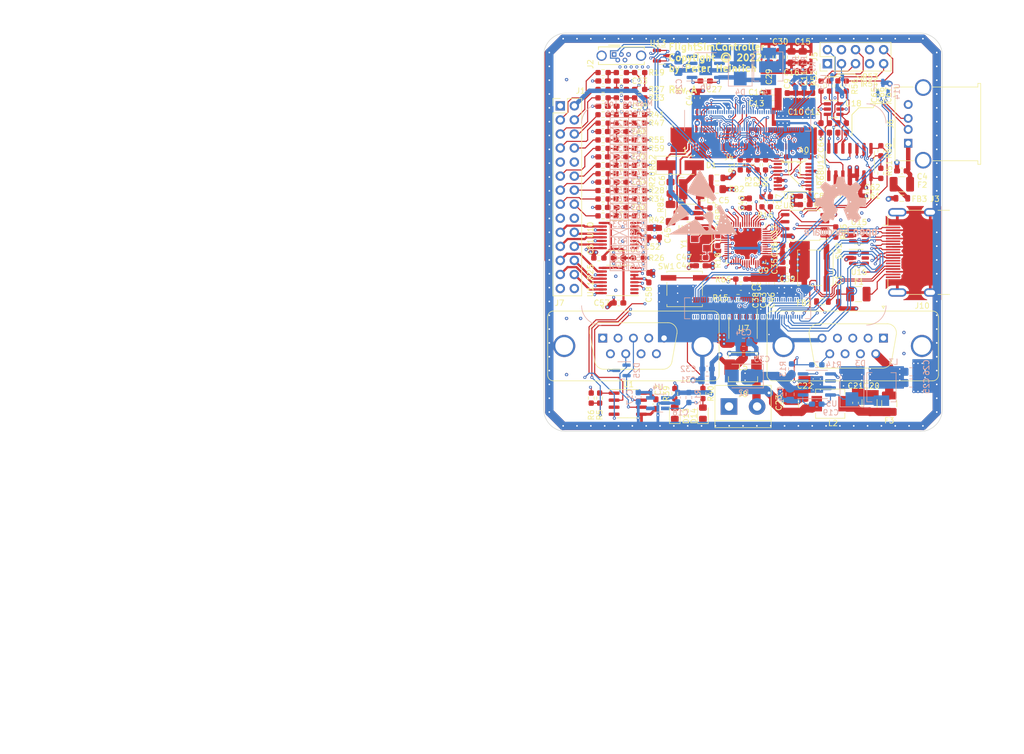
<source format=kicad_pcb>
(kicad_pcb (version 20211014) (generator pcbnew)
  (title_block (title "FlightSimController") (date "2022-12-06") (rev "A") (company "https://github.com/peterheinrich/FlightSimController") (comment 4 "Licesne: CERN-OHL-P v2"))
  (layers (0 "F.Cu" signal) (1 "In1.Cu" power "GND1") (2 "In2.Cu" power "PWR") (3 "In3.Cu" signal "INNER") (4 "In4.Cu" power "GND2") (31 "B.Cu" signal) (34 "B.Paste" user) (35 "F.Paste" user) (36 "B.SilkS" user "B.Silkscreen") (37 "F.SilkS" user "F.Silkscreen") (38 "B.Mask" user) (39 "F.Mask" user) (44 "Edge.Cuts" user))
  (net 0 "")
  (net 1 "GND")
  (net 18 "/LCD_VDD")
  (net 26 "VBUS")
  (net 27 "+5VP")
  (net 28 "/RP2040/RP_D-")
  (net 29 "/RP2040/RP_D+")
  (net 32 "/LED_K")
  (net 33 "/LED_A")
  (net 34 "/R4")
  (net 35 "/CM4 Header/RXD0")
  (net 36 "/CM4 Header/TXD0")
  (net 37 "/R5")
  (net 38 "/R6")
  (net 39 "/USB_D_N")
  (net 40 "/USB_D_P")
  (net 48 "+5V")
  (net 49 "/R7")
  (net 50 "/G4")
  (net 51 "/G5")
  (net 55 "/HDMI_HOTPLUG")
  (net 96 "/CM4 Header/HDMI_CEC")
  (net 108 "/CM4 Header/HDMI_TX2_P")
  (net 110 "/CM4 Header/HDMI_TX2_N")
  (net 112 "/CM4 Header/HDMI_TX1_P")
  (net 114 "/CM4 Header/HDMI_TX1_N")
  (net 116 "/CM4 Header/HDMI_TX0_P")
  (net 118 "/CM4 Header/HDMI_TX0_N")
  (net 120 "/CM4 Header/HDMI_CLK_P")
  (net 122 "/CM4 Header/HDMI_CLK_N")
  (net 127 "/CM4 Header/HDMI_SDA")
  (net 128 "/CM4 Header/HDMI_SCL")
  (net 129 "/G6")
  (net 130 "+12V")
  (net 131 "/G7")
  (net 132 "/B4")
  (net 133 "/B5")
  (net 134 "/B6")
  (net 135 "/B7")
  (net 136 "/CLK")
  (net 137 "/HSYNC")
  (net 138 "/VSYNC")
  (net 139 "/DE")
  (net 140 "/X-")
  (net 141 "/Y-")
  (net 142 "/X+")
  (net 143 "/Y+")
  (net 144 "/CM4 Header/IRQ")
  (net 145 "Net-(C1-Pad1)")
  (net 146 "Net-(C47-Pad2)")
  (net 147 "+3V3")
  (net 148 "/GPIO/GPIO11")
  (net 149 "/GPIO/GPIO10")
  (net 150 "Net-(C49-Pad1)")
  (net 151 "/IN10")
  (net 152 "/GPIO/GPIO15")
  (net 153 "/GPIO/GPIO14")
  (net 154 "/GPIO/GPIO17")
  (net 155 "/GPIO/GPIO16")
  (net 156 "/IN11")
  (net 157 "Net-(C53-Pad1)")
  (net 158 "/CM4 Header/SDA4")
  (net 159 "/CM4 Header/SCL4")
  (net 160 "Net-(C54-Pad1)")
  (net 161 "/GPIO/GPIO19")
  (net 162 "/GPIO/GPIO18")
  (net 163 "/IN0")
  (net 164 "/IN1")
  (net 165 "/IN2")
  (net 166 "/IN3")
  (net 167 "/IN4")
  (net 168 "/IN5")
  (net 169 "/IN6")
  (net 170 "/IN7")
  (net 171 "/IN8")
  (net 172 "/IN9")
  (net 173 "/OUT14")
  (net 174 "/OUT15")
  (net 175 "/OUT16")
  (net 176 "/OUT17")
  (net 177 "/OUT18")
  (net 178 "/OUT19")
  (net 179 "/GPIO/GPIO0")
  (net 180 "/GPIO/GPIO1")
  (net 181 "/GPIO/GPIO2")
  (net 182 "/GPIO/GPIO3")
  (net 183 "/GPIO/GPIO4")
  (net 184 "/GPIO/GPIO5")
  (net 185 "/GPIO/GPIO6")
  (net 186 "/GPIO/GPIO7")
  (net 187 "/GPIO/GPIO8")
  (net 188 "/GPIO/GPIO9")
  (net 189 "Net-(C63-Pad1)")
  (net 190 "Net-(C64-Pad1)")
  (net 191 "/CM4_PWR_EN")
  (net 192 "/Power/DC_SW_P")
  (net 193 "Net-(C65-Pad1)")
  (net 194 "/OUT12")
  (net 195 "/OUT13")
  (net 196 "/I2C1_SCL")
  (net 197 "/I2C1_SDA")
  (net 198 "/AIN0")
  (net 199 "/AIN1")
  (net 200 "/AIN2")
  (net 201 "/AIN3")
  (net 203 "Net-(C66-Pad1)")
  (net 204 "/GPIO/GPIO13")
  (net 205 "/GPIO/GPIO12")
  (net 206 "/RP2040/QSPI_D3")
  (net 207 "/RP2040/QSPI_CLK")
  (net 208 "/RP2040/QSPI_D0")
  (net 209 "/RP2040/QSPI_D2")
  (net 210 "/RP2040/QSPI_D1")
  (net 211 "/RP2040/QSPI_SS")
  (net 212 "Net-(C67-Pad1)")
  (net 213 "Net-(C68-Pad1)")
  (net 214 "Net-(D1-Pad2)")
  (net 215 "Net-(F1-Pad2)")
  (net 216 "Net-(C4-Pad1)")
  (net 219 "Net-(C20-Pad1)")
  (net 222 "Net-(M1-Pad89)")
  (net 223 "Net-(M1-Pad91)")
  (net 224 "Net-(M1-Pad93)")
  (net 225 "Net-(R5-Pad1)")
  (net 226 "/RS485_RX")
  (net 227 "Net-(R7-Pad1)")
  (net 228 "Net-(R12-Pad2)")
  (net 229 "/RS485_DI")
  (net 230 "/RS485_TX")
  (net 231 "Net-(J4-Pad31)")
  (net 233 "Net-(J4-Pad36)")
  (net 240 "Net-(F2-Pad1)")
  (net 241 "/RP2040/RP_USBD+")
  (net 242 "/RP2040/RP_USBD-")
  (net 260 "Net-(R65-Pad2)")
  (net 261 "Net-(R18-Pad2)")
  (net 262 "Net-(R15-Pad1)")
  (net 263 "Net-(R13-Pad2)")
  (net 264 "Net-(D25-Pad2)")
  (net 265 "Net-(D25-Pad1)")
  (net 266 "Net-(D14-Pad2)")
  (net 267 "Net-(D13-Pad2)")
  (net 268 "Net-(C51-Pad1)")
  (net 269 "Net-(C5-Pad1)")
  (net 271 "Net-(C35-Pad1)")
  (net 272 "Net-(C31-Pad1)")
  (net 273 "Net-(C3-Pad2)")
  (net 274 "Net-(C27-Pad2)")
  (net 275 "Net-(C27-Pad1)")
  (net 276 "Net-(C22-Pad1)")
  (net 277 "Net-(C19-Pad2)")
  (net 278 "Net-(C19-Pad1)")
  (net 279 "Net-(C70-Pad1)")
  (net 280 "Net-(C69-Pad1)")
  (net 281 "Net-(C60-Pad1)")
  (net 282 "Net-(C59-Pad1)")
  (net 283 "Net-(C56-Pad1)")
  (net 284 "Net-(C55-Pad1)")
  (net 285 "Net-(C50-Pad1)")
  (net 286 "Net-(C48-Pad2)")
  (footprint "Resistor_SMD:R_0603_1608Metric_Pad0.98x0.95mm_HandSolder" (layer "F.Cu") (at 131.318 75.692)
    (fp_text reference "R33")
    (fp_text value "100K")
  )
  (footprint "Capacitor_SMD:C_0603_1608Metric_Pad1.08x0.95mm_HandSolder" (layer "F.Cu") (at 161.176 94.996 180)
    (fp_text reference "C7")
    (fp_text value "1u")
  )
  (footprint "Capacitor_SMD:C_0603_1608Metric_Pad1.08x0.95mm_HandSolder" (layer "F.Cu") (at 127.508 104.648 180)
    (fp_text reference "C51")
    (fp_text value "100n")
  )
  (footprint "Resistor_SMD:R_0603_1608Metric_Pad0.98x0.95mm_HandSolder" (layer "F.Cu") (at 145.428 101.524 -90)
    (fp_text reference "R18")
    (fp_text value "1K")
  )
  (footprint "Resistor_SMD:R_0603_1608Metric_Pad0.98x0.95mm_HandSolder" (layer "F.Cu") (at 137.668 129.159 -90)
    (fp_text reference "R39")
    (fp_text value "10K")
  )
  (footprint "Inductor_SMD:L_0805_2012Metric" (layer "F.Cu") (at 145.288 90.17 180)
    (fp_text reference "FB2")
    (fp_text value "FerriteBead_Small")
  )
  (footprint "Resistor_SMD:R_0603_1608Metric_Pad0.98x0.95mm_HandSolder" (layer "F.Cu") (at 122.568 129.972 90)
    (fp_text reference "R6")
    (fp_text value "2k2")
  )
  (footprint "Resistor_SMD:R_0603_1608Metric_Pad0.98x0.95mm_HandSolder" (layer "F.Cu") (at 153.416 94.488 -90)
    (fp_text reference "R16")
    (fp_text value "27.4")
  )
  (footprint "Resistor_SMD:R_0603_1608Metric_Pad0.98x0.95mm_HandSolder" (layer "F.Cu") (at 124.092 129.972 -90)
    (fp_text reference "R5")
    (fp_text value "3k3")
  )
  (footprint "Resistor_SMD:R_0603_1608Metric_Pad0.98x0.95mm_HandSolder" (layer "F.Cu") (at 161.29 86.36)
    (fp_text reference "R68")
    (fp_text value "4k7")
  )
  (footprint "Capacitor_SMD:C_0603_1608Metric_Pad1.08x0.95mm_HandSolder" (layer "F.Cu") (at 155.448 74.676 180)
    (fp_text reference "C14")
    (fp_text value "100n")
  )
  (footprint "Resistor_SMD:R_0603_1608Metric_Pad0.98x0.95mm_HandSolder" (layer "F.Cu") (at 131.318 89.408)
    (fp_text reference "R20")
    (fp_text value "100K")
  )
  (footprint "Package_SO:TSSOP-16_4.4x5mm_P0.65mm" (layer "F.Cu") (at 127.508 108.712 180)
    (fp_text reference "U11")
    (fp_text value "TC78H611FNG")
  )
  (footprint "Capacitor_SMD:C_0603_1608Metric_Pad1.08x0.95mm_HandSolder" (layer "F.Cu") (at 124.714 81.788 180)
    (fp_text reference "C63")
    (fp_text value "10n")
  )
  (footprint "Resistor_SMD:R_1206_3216Metric_Pad1.30x1.75mm_HandSolder" (layer "F.Cu") (at 136.906 96.52 90)
    (fp_text reference "R8")
    (fp_text value "R")
  )
  (footprint "Resistor_SMD:R_0603_1608Metric_Pad0.98x0.95mm_HandSolder" (layer "F.Cu") (at 124.714 92.456 180)
    (fp_text reference "R32")
    (fp_text value "330")
  )
  (footprint "Capacitor_SMD:C_0603_1608Metric_Pad1.08x0.95mm_HandSolder" (layer "F.Cu") (at 165.608 81.1265 -90)
    (fp_text reference "C65")
    (fp_text value "100n")
  )
  (footprint "MountingHole:MountingHole_3.2mm_M3_DIN965" (layer "F.Cu") (at 118.6 68.6)
    (fp_text reference "H1" hide)
    (fp_text value "MountingHole")
  )
  (footprint "Diode_SMD:D_SMA_Handsoldering" (layer "F.Cu") (at 138.684 87.884)
    (fp_text reference "D1")
    (fp_text value "SS14")
  )
  (footprint "Package_SO:SOIC-8_3.9x4.9mm_P1.27mm" (layer "F.Cu") (at 129.172 130.988)
    (fp_text reference "U1")
    (fp_text value "MAX485E")
  )
  (footprint "Resistor_SMD:R_0603_1608Metric_Pad0.98x0.95mm_HandSolder" (layer "F.Cu") (at 131.318 78.74)
    (fp_text reference "R41")
    (fp_text value "100K")
  )
  (footprint "Capacitor_SMD:C_0603_1608Metric_Pad1.08x0.95mm_HandSolder" (layer "F.Cu") (at 161.036 75.692 90)
    (fp_text reference "C11")
    (fp_text value "100n")
  )
  (footprint "Resistor_SMD:R_0603_1608Metric_Pad0.98x0.95mm_HandSolder" (layer "F.Cu") (at 128.016 75.692 180)
    (fp_text reference "R35")
    (fp_text value "330")
  )
  (footprint "Resistor_SMD:R_0603_1608Metric_Pad0.98x0.95mm_HandSolder" (layer "F.Cu") (at 124.714 80.264 180)
    (fp_text reference "R49")
    (fp_text value "330")
  )
  (footprint "Capacitor_SMD:C_0603_1608Metric_Pad1.08x0.95mm_HandSolder" (layer "F.Cu") (at 151.13 94.742 90)
    (fp_text reference "C40")
    (fp_text value "100n")
  )
  (footprint "Capacitor_SMD:C_0603_1608Metric_Pad1.08x0.95mm_HandSolder" (layer "F.Cu") (at 124.714 90.932 180)
    (fp_text reference "C50")
    (fp_text value "10n")
  )
  (footprint "Capacitor_SMD:C_0603_1608Metric_Pad1.08x0.95mm_HandSolder" (layer "F.Cu") (at 142.367 106.045 180)
    (fp_text reference "C41")
    (fp_text value "100n")
  )
  (footprint "Connector_HDMI:HDMI_A_Molex_208658-1001_Horizontal" (layer "F.Cu") (at 180.398 103.632)
    (fp_text reference "J3")
    (fp_text value "HDMI_A")
  )
  (footprint "Resistor_SMD:R_0603_1608Metric_Pad0.98x0.95mm_HandSolder" (layer "F.Cu") (at 144.018 96.52 90)
    (fp_text reference "R7")
    (fp_text value "10K")
  )
  (footprint "Connector_PinHeader_2.54mm:PinHeader_2x05_P2.54mm_Vertical" (layer "F.Cu") (at 165.24 69.52 90)
    (fp_text reference "J5")
    (fp_text value "Conn_02x05_Odd_Even")
  )
  (footprint "Capacitor_SMD:C_0603_1608Metric_Pad1.08x0.95mm_HandSolder" (layer "F.Cu") (at 124.714 86.36 180)
    (fp_text reference "C69")
    (fp_text value "10n")
  )
  (footprint "Package_SO:TSSOP-16_4.4x5mm_P0.65mm" (layer "F.Cu") (at 159.144 89.916 180)
    (fp_text reference "U3")
    (fp_text value "TSC2007IPWR")
  )
  (footprint "Capacitor_SMD:C_0603_1608Metric_Pad1.08x0.95mm_HandSolder" (layer "F.Cu") (at 157.988 75.692 90)
    (fp_text reference "C9")
    (fp_text value "100n")
  )
  (footprint "Resistor_SMD:R_0603_1608Metric_Pad0.98x0.95mm_HandSolder" (layer "F.Cu") (at 128.016 84.836 180)
    (fp_text reference "R60")
    (fp_text value "330")
  )
  (footprint "Button_Switch_SMD:SW_Push_1P1T_NO_CK_KSC7xxJ" (layer "F.Cu") (at 139.446 110.236 180)
    (fp_text reference "SW1")
    (fp_text value "SW_Push")
  )
  (footprint "Resistor_SMD:R_0603_1608Metric_Pad0.98x0.95mm_HandSolder" (layer "F.Cu") (at 151.016 87.808 90)
    (fp_text reference "R3")
    (fp_text value "0")
  )
  (footprint "Capacitor_SMD:C_0603_1608Metric_Pad1.08x0.95mm_HandSolder" (layer "F.Cu") (at 149.606 109.982 180)
    (fp_text reference "C3")
    (fp_text value "100n")
  )
  (footprint "Capacitor_SMD:C_0603_1608Metric_Pad1.08x0.95mm_HandSolder" (layer "F.Cu") (at 128.016 72.644)
    (fp_text reference "C53")
    (fp_text value "10n")
  )
  (footprint "Resistor_SMD:R_0603_1608Metric_Pad0.98x0.95mm_HandSolder" (layer "F.Cu") (at 131.318 84.836)
    (fp_text reference "R59")
    (fp_text value "100K")
  )
  (footprint "Package_SO:TSSOP-16_4.4x5mm_P0.65mm" (layer "F.Cu") (at 127.508 100.584 180)
    (fp_text reference "U10")
    (fp_text value "TC78H611FNG")
  )
  (footprint "Inductor_SMD:L_0805_2012Metric" (layer "F.Cu") (at 178.689 93.853 180)
    (fp_text reference "FB3")
    (fp_text value "FerriteBead_Small")
  )
  (footprint "Capacitor_SMD:C_0603_1608Metric_Pad1.08x0.95mm_HandSolder" (layer "F.Cu") (at 170.32 93.396 180)
    (fp_text reference "C61")
    (fp_text value "1u")
  )
  (footprint "Resistor_SMD:R_0603_1608Metric_Pad0.98x0.95mm_HandSolder" (layer "F.Cu") (at 128.016 92.456 180)
    (fp_text reference "R31")
    (fp_text value "330")
  )
  (footprint "Capacitor_SMD:C_0805_2012Metric_Pad1.18x1.45mm_HandSolder" (layer "F.Cu") (at 158.75 68.326 90)
    (fp_text reference "C16")
    (fp_text value "47u")
  )
  (footprint "Resistor_SMD:R_0603_1608Metric_Pad0.98x0.95mm_HandSolder" (layer "F.Cu") (at 123.952 104.648)
    (fp_text reference "R25")
    (fp_text value "0")
  )
  (footprint "Inductor_SMD:L_Bourns-SRN4018" (layer "F.Cu") (at 140.716 92.202 180)
    (fp_text reference "L1")
    (fp_text value "33u")
  )
  (footprint "Capacitor_SMD:C_0603_1608Metric_Pad1.08x0.95mm_HandSolder" (layer "F.Cu") (at 162.56 75.692 90)
    (fp_text reference "C12")
    (fp_text value "100n")
  )
  (footprint "Capacitor_SMD:C_0603_1608Metric_Pad1.08x0.95mm_HandSolder" (layer "F.Cu") (at 178.689 88.9 180)
    (fp_text reference "C4")
    (fp_text value "1u")
  )
  (footprint "TerminalBlock:TerminalBlock_bornier-2_P5.08mm" (layer "F.Cu") (at 147.46 131.496)
    (fp_text reference "J8")
    (fp_text value "12V_SW")
  )
  (footprint "Resistor_SMD:R_0603_1608Metric_Pad0.98x0.95mm_HandSolder" (layer "F.Cu") (at 128.016 78.74 180)
    (fp_text reference "R43")
    (fp_text value "330")
  )
  (footprint "Package_TO_SOT_SMD:SOT-23-6" (layer "F.Cu") (at 170.942 104.648)
    (fp_text reference "U16")
    (fp_text value "HDMIULC6-4SC6")
  )
  (footprint "Resistor_SMD:R_0603_1608Metric_Pad0.98x0.95mm_HandSolder" (layer "F.Cu") (at 128.016 87.884 180)
    (fp_text reference "R63")
    (fp_text value "330")
  )
  (footprint "Resistor_SMD:R_0603_1608Metric_Pad0.98x0.95mm_HandSolder" (layer "F.Cu") (at 128.016 83.312 180)
    (fp_text reference "R57")
    (fp_text value "330")
  )
  (footprint "LED_SMD:LED_0805_2012Metric_Pad1.15x1.40mm_HandSolder" (layer "F.Cu") (at 142.748 132.715 90)
    (fp_text reference "D14")
    (fp_text value "LED_RD")
  )
  (footprint "Capacitor_SMD:C_0805_2012Metric_Pad1.18x1.45mm_HandSolder" (layer "F.Cu") (at 154.686 68.326 90)
    (fp_text reference "C29")
    (fp_text value "22u")
  )
  (footprint "Capacitor_SMD:C_0603_1608Metric_Pad1.08x0.95mm_HandSolder" (layer "F.Cu") (at 124.714 72.644 180)
    (fp_text reference "C49")
    (fp_text value "10n")
  )
  (footprint "Connector_USB:USB_A_Molex_67643_Horizontal" (layer "F.Cu") (at 179.84 83.9 90)
    (fp_text reference "J6")
    (fp_text value "USB_A")
  )
  (footprint "MountingHole:MountingHole_3.2mm_M3_DIN965" (layer "F.Cu") (at 181.4 68.6)
    (fp_text reference "H2" hide)
    (fp_text value "MountingHole")
  )
  (footprint "Capacitor_SMD:C_0603_1608Metric_Pad1.08x0.95mm_HandSolder" (layer "F.Cu") (at 164.084 81.1265 -90)
    (fp_text reference "C64")
    (fp_text value "100n")
  )
  (footprint "Capacitor_SMD:C_0603_1608Metric_Pad1.08x0.95mm_HandSolder" (layer "F.Cu") (at 167.132 81.1265 -90)
    (fp_text reference "C66")
    (fp_text value "100n")
  )
  (footprint "Resistor_SMD:R_0603_1608Metric_Pad0.98x0.95mm_HandSolder" (layer "F.Cu") (at 168.656 73.5565 -90)
    (fp_text reference "R56")
    (fp_text value "10K")
  )
  (footprint "Resistor_SMD:R_0603_1608Metric_Pad0.98x0.95mm_HandSolder" (layer "F.Cu") (at 124.714 74.168 180)
    (fp_text reference "R30")
    (fp_text value "330")
  )
  (footprint "Package_TO_SOT_SMD:SOT-23-6" (layer "F.Cu") (at 170.942 100.584)
    (fp_text reference "U15")
    (fp_text value "HDMIULC6-4SC6")
  )
  (footprint "Resistor_SMD:R_0603_1608Metric_Pad0.98x0.95mm_HandSolder" (layer "F.Cu") (at 167.132 73.5565 -90)
    (fp_text reference "R54")
    (fp_text value "10K")
  )
  (footprint "Capacitor_SMD:C_0603_1608Metric_Pad1.08x0.95mm_HandSolder" (layer "F.Cu") (at 168.656 81.1265 -90)
    (fp_text reference "C67")
    (fp_text value "100n")
  )
  (footprint "4-1734839-0:TE_4-1734839-0_1x40-1MP_P0.5mm_Horizontal" (layer "F.Cu") (at 150 83.145 180)
    (fp_text reference "J4")
    (fp_text value "Conn_01x40_Shielded")
  )
  (footprint "Resistor_SMD:R_0603_1608Metric_Pad0.98x0.95mm_HandSolder" (layer "F.Cu") (at 128.016 80.264 180)
    (fp_text reference "R48")
    (fp_text value "330")
  )
  (footprint "Resistor_SMD:R_0603_1608Metric_Pad0.98x0.95mm_HandSolder" (layer "F.Cu") (at 124.714 89.408 180)
    (fp_text reference "R24")
    (fp_text value "330")
  )
  (footprint "Resistor_SMD:R_0603_1608Metric_Pad0.98x0.95mm_HandSolder" (layer "F.Cu") (at 149.492 87.808 -90)
    (fp_text reference "R1")
    (fp_text value "0")
  )
  (footprint "Resistor_SMD:R_0603_1608Metric_Pad0.98x0.95mm_HandSolder" (layer "F.Cu") (at 124.714 71.12 180)
    (fp_text reference "R22")
    (fp_text value "330")
  )
  (footprint "Capacitor_SMD:C_0603_1608Metric_Pad1.08x0.95mm_HandSolder" (layer "F.Cu") (at 124.714 77.216 180)
    (fp_text reference "C55")
    (fp_text value "10n")
  )
  (footprint "LED_SMD:LED_0805_2012Metric_Pad1.15x1.40mm_HandSolder" (layer "F.Cu") (at 137.668 132.715 90)
    (fp_text reference "D13")
    (fp_text value "LED_GN")
  )
  (footprint "Resistor_SMD:R_0603_1608Metric_Pad0.98x0.95mm_HandSolder" (layer "F.Cu") (at 165.608 73.5565 -90)
    (fp_text reference "R53")
    (fp_text value "10K")
  )
  (footprint "Capacitor_SMD:C_0603_1608Metric_Pad1.08x0.95mm_HandSolder" (layer "F.Cu") (at 142.38 104.572)
    (fp_text reference "C47")
    (fp_text value "27p")
  )
  (footprint "Resistor_SMD:R_0603_1608Metric_Pad0.98x0.95mm_HandSolder" (layer "F.Cu") (at 142.748 129.159 -90)
    (fp_text reference "R40")
    (fp_text value "3k3")
  )
  (footprint "Capacitor_SMD:C_0603_1608Metric_Pad1.08x0.95mm_HandSolder" (layer "F.Cu") (at 157.988 106.934)
    (fp_text reference "C39")
    (fp_text value "100n")
  )
  (footprint "Capacitor_SMD:C_0603_1608Metric_Pad1.08x0.95mm_HandSolder" (layer "F.Cu") (at 128.016 90.932)
    (fp_text reference "C54")
    (fp_text value "10n")
  )
  (footprint "Resistor_SMD:R_0603_1608Metric_Pad0.98x0.95mm_HandSolder" (layer "F.Cu") (at 128.016 97.028 180)
    (fp_text reference "R45")
    (fp_text value "330")
  )
  (footprint "Resistor_SMD:R_0603_1608Metric_Pad0.98x0.95mm_HandSolder" (layer "F.Cu") (at 124.714 84.836 180)
    (fp_text reference "R61")
    (fp_text value "330")
  )
  (footprint "Resistor_SMD:R_0603_1608Metric_Pad0.98x0.95mm_HandSolder" (layer "F.Cu") (at 149.098 111.76)
    (fp_text reference "R15")
    (fp_text value "10K")
  )
  (footprint "Package_SO:SOIC-8_3.9x4.9mm_P1.27mm" (layer "F.Cu") (at 150 117.272 -90)
    (fp_text reference "U7")
    (fp_text value "VN5E160STR-E")
  )
  (footprint "MountingHole:MountingHole_3.2mm_M3_DIN965" (layer "F.Cu") (at 118.4 131.4)
    (fp_text reference "H4" hide)
    (fp_text value "MountingHole")
  )
  (footprint "Crystal:Crystal_SMD_Abracon_ABM8G-4Pin_3.2x2.5mm" (layer "F.Cu") (at 142.38 102.032 180)
    (fp_text reference "Y1")
    (fp_text value "Crystal_GND24_Small")
  )
  (footprint "Package_SO:SOIC-14_3.9x8.7mm_P1.27mm" (layer "F.Cu") (at 169.304 87.3 90)
    (fp_text reference "U12")
    (fp_text value "MCP3424")
  )
  (footprint "Capacitor_SMD:C_0603_1608Metric_Pad1.08x0.95mm_HandSolder" (layer "F.Cu") (at 155.194 109.22 -90)
    (fp_text reference "C46")
    (fp_text value "100n")
  )
  (footprint "Connector_USB:USB_Micro-B_Wuerth_614105150721_Vertical_CircularHoles" (layer "F.Cu") (at 126.716 67.852)
    (fp_text reference "J2")
    (fp_text value "RP2040 PGM")
  )
  (footprint "Resistor_SMD:R_0603_1608Metric_Pad0.98x0.95mm_HandSolder" (layer "F.Cu") (at 174.892 85.268 -90)
    (fp_text reference "R50")
    (fp_text value "4k7")
  )
  (footprint "Fuse:Fuse_1210_3225Metric_Pad1.42x2.65mm_HandSolder" (layer "F.Cu") (at 176.416 130.988 -90)
    (fp_text reference "F3")
    (fp_text value "3A")
  )
  (footprint "Capacitor_SMD:C_0603_1608Metric_Pad1.08x0.95mm_HandSolder" (layer "F.Cu") (at 157.988 105.41)
    (fp_text reference "C35")
    (fp_text value "1u")
  )
  (footprint "Inductor_SMD:L_Vishay_IHLP-2020" (layer "F.Cu") (at 150 124.384)
    (fp_text reference "L5")
    (fp_text value "4u7")
  )
  (footprint "Resistor_SMD:R_0603_1608Metric_Pad0.98x0.95mm_HandSolder" (layer "F.Cu") (at 128.016 89.408 180)
    (fp_text reference "R23")
    (fp_text value "330")
  )
  (footprint "Capacitor_SMD:C_0603_1608Metric_Pad1.08x0.95mm_HandSolder" (layer "F.Cu") (at 152.146 109.22 -90)
    (fp_text reference "C38")
    (fp_text value "100n")
  )
  (footprint "Capacitor_SMD:C_0603_1608Metric_Pad1.08x0.95mm_HandSolder" (layer "F.Cu") (at 134.252 131.064 -90)
    (fp_text reference "C2")
    (fp_text value "100n")
  )
  (footprint "Capacitor_SMD:C_1210_3225Metric" (layer "F.Cu") (at 172.86 130.939 90)
    (fp_text reference "C20")
    (fp_text value "100u")
  )
  (footprint "Capacitor_SMD:C_0603_1608Metric_Pad1.08x0.95mm_HandSolder" (layer "F.Cu") (at 142.38 99.492)
    (fp_text reference "C48")
    (fp_text value "27p")
  )
  (footprint "Resistor_SMD:R_0603_1608Metric_Pad0.98x0.95mm_HandSolder" (layer "F.Cu") (at 131.318 97.028)
    (fp_text reference "R42")
    (fp_text value "100K")
  )
  (footprint "Capacitor_SMD:C_1210_3225Metric" (layer "F.Cu") (at 158.636 130.988 90)
    (fp_text reference "C23")
    (fp_text value "100u")
  )
  (footprint "Resistor_SMD:R_0603_1608Metric_Pad0.98x0.95mm_HandSolder" (layer "F.Cu") (at 164.084 73.5565 -90)
    (fp_text reference "R52")
    (fp_text value "10K")
  )
  (footprint "Capacitor_SMD:C_0603_1608Metric_Pad1.08x0.95mm_HandSolder" (layer "F.Cu") (at 143.1555 72.644 180)
    (fp_text reference "C27")
    (fp_text value "100n")
  )
  (footprint "Package_SO:SOIC-8_5.23x5.23mm_P1.27mm" (layer "F.Cu") (at 161.176 98.73 180)
    (fp_text reference "U8")
    (fp_text value "IS25LP128F-JBLE")
  )
  (footprint "Resistor_SMD:R_0603_1608Metric_Pad0.98x0.95mm_HandSolder" (layer "F.Cu") (at 128.016 93.98 180)
    (fp_text reference "R37")
    (fp_text value "330")
  )
  (footprint "Capacitor_SMD:C_0603_1608Metric_Pad1.08x0.95mm_HandSolder" (layer "F.Cu") (at 170.32 91.872 180)
    (fp_text reference "C62")
    (fp_text value "100n")
  )
  (footprint "Connector_PinHeader_2.54mm:PinHeader_2x14_P2.54mm_Vertical" (layer "F.Cu") (at 116.98 77.14)
    (fp_text reference "J1")
    (fp_text value "Conn_02x14_Odd_Even")
  )
  (footprint "Capacitor_SMD:C_0603_1608Metric_Pad1.08x0.95mm_HandSolder" (layer "F.Cu") (at 128.016 77.216)
    (fp_text reference "C59")
    (fp_text value "10n")
  )
  (footprint "Package_TO_SOT_SMD:SOT-23-6_Handsoldering" (layer "F.Cu") (at 140.716 96.52)
    (fp_text reference "U2")
    (fp_text value "TS19371CX6RFG")
  )
  (footprint "Capacitor_SMD:C_0603_1608Metric_Pad1.08x0.95mm_HandSolder" (layer "F.Cu") (at 124.714 95.504 180)
    (fp_text reference "C56")
    (fp_text value "10n")
  )
  (footprint "Capacitor_SMD:C_0603_1608Metric_Pad1.08x0.95mm_HandSolder" (layer "F.Cu") (at 141.732 75.692 90)
    (fp_text reference "C42")
    (fp_text value "1u")
  )
  (footprint "Resistor_SMD:R_0603_1608Metric_Pad0.98x0.95mm_HandSolder" (layer "F.Cu") (at 152.54 87.808 -90)
    (fp_text reference "R2")
    (fp_text value "0")
  )
  (footprint "Package_DFN_QFN:QFN-56-1EP_7x7mm_P0.4mm_EP3.2x3.2mm" (layer "F.Cu") (at 150.508 102.032 -90)
    (fp_text reference "U9")
    (fp_text value "RP2040")
  )
  (footprint "Capacitor_SMD:C_0805_2012Metric_Pad1.18x1.45mm_HandSolder" (layer "F.Cu") (at 145.288 92.202)
    (fp_text reference "C5")
    (fp_text value "4u7")
  )
  (footprint "Resistor_SMD:R_0603_1608Metric_Pad0.98x0.95mm_HandSolder" (layer "F.Cu") (at 154.94 94.488 -90)
    (fp_text reference "R17")
    (fp_text value "27.4")
  )
  (footprint "Inductor_SMD:L_Vishay_IHLP-2020" (layer "F.Cu") (at 165.748 130.988 180)
    (fp_text reference "L2")
    (fp_text value "4u7")
  )
  (footprint "Capacitor_SMD:C_0805_2012Metric_Pad1.18x1.45mm_HandSolder" (layer "F.Cu") (at 160.782 68.326 90)
    (fp_text reference "C15")
    (fp_text value "47u")
  )
  (footprint "Resistor_SMD:R_0603_1608Metric_Pad0.98x0.95mm_HandSolder" (layer "F.Cu") (at 156.972 86.36 180)
    (fp_text reference "R67")
    (fp_text value "4k7")
  )
  (footprint "Resistor_SMD:R_0603_1608Metric_Pad0.98x0.95mm_HandSolder" (layer "F.Cu") (at 128.016 71.12 180)
    (fp_text reference "R21")
    (fp_text value "330")
  )
  (footprint "Resistor_SMD:R_0603_1608Metric_Pad0.98x0.95mm_HandSolder" (layer "F.Cu") (at 131.318 71.12)
    (fp_text reference "R19")
    (fp_text value "100K")
  )
  (footprint "Resistor_SMD:R_0603_1608Metric_Pad0.98x0.95mm_HandSolder" (layer "F.Cu") (at 124.714 78.74 180)
    (fp_text reference "R44")
    (fp_text value "330")
  )
  (footprint "Resistor_SMD:R_0603_1608Metric_Pad0.98x0.95mm_HandSolder" (layer "F.Cu") (at 166.751 99.949 -90)
    (fp_text reference "R65")
    (fp_text value "1K")
  )
  (footprint "Capacitor_SMD:C_0603_1608Metric_Pad1.08x0.95mm_HandSolder" (layer "F.Cu") (at 134.874 100.076 90)
    (fp_text reference "C45")
    (fp_text value "1u")
  )
  (footprint "Connector_Dsub:DSUB-9_Male_Vertical_P2.77x2.84mm_MountingHoles" (layer "F.Cu") (at 124.65 119.129669)
    (fp_text reference "J7")
    (fp_text value "RS485 IN")
  )
  (footprint "Capacitor_SMD:C_0603_1608Metric_Pad1.08x0.95mm_HandSolder" (layer "F.Cu") (at 157.988 103.886)
    (fp_text reference "C36")
    (fp_text value "100n")
  )
  (footprint "Fuse:Fuse_1210_3225Metric_Pad1.42x2.65mm_HandSolder" (layer "F.Cu") (at 178.689 91.313)
    (fp_text reference "F2")
    (fp_text value "375mA")
  )
  (footprint "Capacitor_SMD:C_0603_1608Metric_Pad1.08x0.95mm_HandSolder" (layer "F.Cu") (at 128.016 81.788)
    (fp_text reference "C68")
    (fp_text value "10n")
  )
  (footprint "Capacitor_SMD:C_0805_2012Metric_Pad1.18x1.45mm_HandSolder" (layer "F.Cu") (at 136.906 91.948 -90)
    (fp_text reference "C6")
    (fp_text value "4u7")
  )
  (footprint "Fuse:Fuse_1210_3225Metric_Pad1.42x2.65mm_HandSolder" (layer "F.Cu") (at 170.828 111.176)
    (fp_text reference "F1")
    (fp_text value "375mA")
  )
  (footprint "Capacitor_SMD:C_0603_1608Metric_Pad1.08x0.95mm_HandSolder" (layer "F.Cu") (at 161.176 93.472 180)
    (fp_text reference "C8")
    (fp_text value "100n")
  )
  (footprint "Capacitor_SMD:C_0603_1608Metric_Pad1.08x0.95mm_HandSolder" (layer "F.Cu") (at 167.272 111.684 -90)
    (fp_text reference "C1")
    (fp_text value "100n")
  )
  (footprint "Resistor_SMD:R_0603_1608Metric_Pad0.98x0.95mm_HandSolder" (layer "F.Cu") (at 124.714 75.692 180)
    (fp_text reference "R36")
    (fp_text value "330")
  )
  (footprint "Capacitor_SMD:C_0603_1608Metric_Pad1.08x0.95mm_HandSolder" (layer "F.Cu") (at 127.508 112.776 180)
    (fp_text reference "C57")
    (fp_text value "100n")
  )
  (footprint "Inductor_SMD:L_0805_2012Metric" (layer "F.Cu") (at 164.338 112.522 180)
    (fp_text reference "FB1")
    (fp_text value "FerriteBead_Small")
  )
  (footprint "Package_TO_SOT_SMD:SOT-23-6" (layer "F.Cu") (at 166.37 77.724)
    (fp_text reference "U18")
    (fp_text value "HDMIULC6-4SC6")
  )
  (footprint "Resistor_SMD:R_0603_1608Metric_Pad0.98x0.95mm_HandSolder" (layer "F.Cu") (at 131.064 104.648 180)
    (fp_text reference "R26")
    (fp_text value "0")
  )
  (footprint "Capacitor_SMD:C_0603_1608Metric_Pad1.08x0.95mm_HandSolder" (layer "F.Cu") (at 159.512 75.692 90)
    (fp_text reference "C10")
    (fp_text value "100n")
  )
  (footprint "Resistor_SMD:R_0603_1608Metric_Pad0.98x0.95mm_HandSolder" (layer "F.Cu") (at 174.892 89.332 90)
    (fp_text reference "R51")
    (fp_text value "4k7")
  )
  (footprint "Capacitor_SMD:C_0603_1608Metric_Pad1.08x0.95mm_HandSolder" (layer "F.Cu") (at 170.32 130.8345 90)
    (fp_text reference "C21")
    (fp_text value "100n")
  )
  (footprint "Capacitor_SMD:C_0603_1608Metric_Pad1.08x0.95mm_HandSolder" (layer "F.Cu") (at 128.016 86.36)
    (fp_text reference "C70")
    (fp_text value "10n")
  )
  (footprint "Resistor_SMD:R_0603_1608Metric_Pad0.98x0.95mm_HandSolder" (layer "F.Cu") (at 124.714 93.98 180)
    (fp_text reference "R38")
    (fp_text value "330")
  )
  (footprint "Resistor_SMD:R_0603_1608Metric_Pad0.98x0.95mm_HandSolder" (layer "F.Cu") (at 131.318 74.168)
    (fp_text reference "R27")
    (fp_text value "100K")
  )
  (footprint "Resistor_SMD:R_0603_1608Metric_Pad0.98x0.95mm_HandSolder" (layer "F.Cu") (at 131.318 92.456)
    (fp_text reference "R28")
    (fp_text value "100K")
  )
  (footprint "Resistor_SMD:R_0603_1608Metric_Pad0.98x0.95mm_HandSolder" (layer "F.Cu") (at 124.714 87.884 180)
    (fp_text reference "R64")
    (fp_text value "330")
  )
  (footprint "Capacitor_SMD:C_0603_1608Metric_Pad1.08x0.95mm_HandSolder" (layer "F.Cu") (at 155.448 76.708 180)
    (fp_text reference "C13")
    (fp_text value "100n")
  )
  (footprint "Capacitor_SMD:C_0603_1608Metric_Pad1.08x0.95mm_HandSolder" (layer "F.Cu") (at 161.176 130.988 90)
    (fp_text reference "C22")
    (fp_text value "100n")
  )
  (footprint "Resistor_SMD:R_0603_1608Metric_Pad0.98x0.95mm_HandSolder" (layer "F.Cu") (at 131.318 83.312)
    (fp_text reference "R55")
    (fp_text value "100K")
  )
  (footprint "Resistor_SMD:R_0603_1608Metric_Pad0.98x0.95mm_HandSolder" (layer "F.Cu") (at 124.714 83.312 180)
    (fp_text reference "R58")
    (fp_text value "330")
  )
  (footprint "Capacitor_SMD:C_0603_1608Metric_Pad1.08x0.95mm_HandSolder" (layer "F.Cu") (at 153.67 109.22 -90)
    (fp_text reference "C43")
    (fp_text value "100n")
  )
  (footprint "Capacitor_SMD:C_0603_1608Metric_Pad1.08x0.95mm_HandSolder" (layer "F.Cu") (at 157.988 102.362)
    (fp_text reference "C37")
    (fp_text value "100n")
  )
  (footprint "Resistor_SMD:R_0603_1608Metric_Pad0.98x0.95mm_HandSolder" (layer "F.Cu") (at 131.318 93.98)
    (fp_text reference "R34")
    (fp_text value "100K")
  )
  (footprint "Connector_Dsub:DSUB-9_Female_Vertical_P2.77x2.84mm_MountingHoles" (layer "F.Cu") (at 175.362 119.129669)
    (fp_text reference "J10")
    (fp_text value "RS485 OUT")
  )
  (footprint "Capacitor_SMD:C_0603_1608Metric_Pad1.08x0.95mm_HandSolder" (layer "F.Cu") (at 132.9436 100.076 90)
    (fp_text reference "C52")
    (fp_text value "100n")
  )
  (footprint "Capacitor_SMD:C_0603_1608Metric_Pad1.08x0.95mm_HandSolder" (layer "F.Cu") (at 132.982 108.204 90)
    (fp_text reference "C58")
    (fp_text value "100n")
  )
  (footprint "Capacitor_SMD:C_0603_1608Metric_Pad1.08x0.95mm_HandSolder" (layer "F.Cu") (at 128.016 95.504)
    (fp_text reference "C60")
    (fp_text value "10n")
  )
  (footprint "Resistor_SMD:R_0603_1608Metric_Pad0.98x0.95mm_HandSolder" (layer "F.Cu") (at 128.016 74.168 180)
    (fp_text reference "R29")
    (fp_text value "330")
  )
  (footprint "Resistor_SMD:R_0603_1608Metric_Pad0.98x0.95mm_HandSolder" (layer "F.Cu") (at 149.606 108.458 180)
    (fp_text reference "R66")
    (fp_text value "10K")
  )
  (footprint "Resistor_SMD:R_0603_1608Metric_Pad0.98x0.95mm_HandSolder" (layer "F.Cu") (at 124.714 97.028 180)
    (fp_text reference "R46")
    (fp_text value "330")
  )
  (footprint "Resistor_SMD:R_0603_1608Metric_Pad0.98x0.95mm_HandSolder" (layer "F.Cu") (at 154.064 87.808 90)
    (fp_text reference "R4")
    (fp_text value "0")
  )
  (footprint "Resistor_SMD:R_0603_1608Metric_Pad0.98x0.95mm_HandSolder" (layer "F.Cu") (at 131.318 80.264)
    (fp_text reference "R47")
    (fp_text value "100K")
  )
  (footprint "Capacitor_SMD:C_0805_2012Metric_Pad1.18x1.45mm_HandSolder" (layer "F.Cu") (at 156.718 68.326 90)
    (fp_text reference "C30")
    (fp_text value "22u")
  )
  (footprint "MountingHole:MountingHole_3.2mm_M3_DIN965" (layer "F.Cu") (at 181.4 131.4)
    (fp_text reference "H3" hide)
    (fp_text value "MountingHole")
  )
  (footprint "Package_TO_SOT_SMD:SOT-23" (layer "F.Cu") (at 135.382 68.072)
    (fp_text reference "U13")
    (fp_text value "TPD2E009")
  )
  (footprint "Resistor_SMD:R_0603_1608Metric_Pad0.98x0.95mm_HandSolder" (layer "F.Cu") (at 131.318 87.884)
    (fp_text reference "R62")
    (fp_text value "100K")
  )
  (footprint "Button_Switch_SMD:SW_Push_1P1T_NO_CK_KSC7xxJ" (layer "F.Cu") (at 163.068 106.426 90)
    (fp_text reference "SW2")
    (fp_text value "SW_Push")
  )
  (footprint "CM4:Raspberry-Pi-4-Compute-Module" (layer "B.Cu") (at 172.336 80.274 -90)
    (fp_text reference "M1" hide)
    (fp_text value "ComputeModule4-CM4")
  )
  (footprint "Package_SO:SOIC-8-1EP_3.9x4.9mm_P1.27mm_EP2.29x3mm_ThermalVias" (layer "B.Cu") (at 163.322 127.508)
    (fp_text reference "U5")
    (fp_text value "ADP2303ARDZ-3.3")
  )
  (footprint "Capacitor_SMD:C_0805_2012Metric_Pad1.18x1.45mm_HandSolder" (layer "B.Cu") (at 143.51 126.746 180)
    (fp_text reference "C31")
    (fp_text value "10u")
  )
  (footprint "Package_TO_SOT_SMD:SOT-23" (layer "B.Cu") (at 128.016 124.968 180)
    (fp_text reference "D25")
    (fp_text value "SM712_SOT23")
  )
  (footprint "Resistor_SMD:R_0603_1608Metric_Pad0.98x0.95mm_HandSolder" (layer "B.Cu") (at 161.036 72.898 90)
    (fp_text reference "R10")
    (fp_text value "0")
  )
  (footprint "Resistor_SMD:R_0603_1608Metric_Pad0.98x0.95mm_HandSolder" (layer "B.Cu") (at 158.75 124.714 90)
    (fp_text reference "R13")
    (fp_text value "3k3")
  )
  (footprint "Resistor_SMD:R_0603_1608Metric_Pad0.98x0.95mm_HandSolder" (layer "B.Cu") (at 163.322 123.952)
    (fp_text reference "R14")
    (fp_text value "1k")
  )
  (footprint "Resistor_SMD:R_0603_1608Metric_Pad0.98x0.95mm_HandSolder" (layer "B.Cu") (at 140.208 129.87 -90)
    (fp_text reference "R12")
    (fp_text value "10K")
  )
  (footprint "Resistor_SMD:R_0603_1608Metric_Pad0.98x0.95mm_HandSolder" (layer "B.Cu") (at 162.56 72.898 90)
    (fp_text reference "R9")
    (fp_text value "0")
  )
  (footprint "Diode_SMD:D_SMB" (layer "B.Cu") (at 150.114 125.984 180)
    (fp_text reference "D2")
    (fp_text value "SSB44")
  )
  (footprint "Package_TO_SOT_SMD:SOT-23" (layer "B.Cu") (at 167.005 72.898 -90)
    (fp_text reference "U17")
    (fp_text value "TPD2E009")
  )
  (footprint "Capacitor_SMD:C_0603_1608Metric_Pad1.08x0.95mm_HandSolder" (layer "B.Cu") (at 150.114 121.92 180)
    (fp_text reference "C33")
    (fp_text value "100n")
  )
  (footprint "Diode_SMD:D_SMB" (layer "B.Cu") (at 169.672 128.016 90)
    (fp_text reference "D3")
    (fp_text value "SSB44")
  )
  (footprint "Package_TO_SOT_SMD:SOT-23" (layer "B.Cu") (at 175.26 73.914 90)
    (fp_text reference "U14")
    (fp_text value "TPD2E009")
  )
  (footprint "Capacitor_SMD:C_0805_2012Metric_Pad1.18x1.45mm_HandSolder" (layer "B.Cu") (at 180.34 125.222)
    (fp_text reference "C26")
    (fp_text value "22u")
  )
  (footprint "Resistor_SMD:R_0603_1608Metric_Pad0.98x0.95mm_HandSolder" (layer "B.Cu") (at 159.512 72.898 90)
    (fp_text reference "R11")
    (fp_text value "0")
  )
  (footprint "Package_TO_SOT_SMD:SOT-23-5_HandSoldering" (layer "B.Cu") (at 134.62 130.886 180)
    (fp_text reference "U4")
    (fp_text value "LD2980")
  )
  (footprint "Diode_SMD:D_SMB" (layer "B.Cu") (at 149.492 70.028 90)
    (fp_text reference "D4")
    (fp_text value "SSB44")
  )
  (footprint "Symbol:ESD-Logo_13.2x12mm_SilkScreen" (layer "B.Cu") (at 142.494 94.488 180)
    (fp_text reference "REF**" hide)
    (fp_text value "ESD-Logo_13.2x12mm_SilkScreen" hide)
  )
  (footprint "Symbol:OSHW-Logo2_14.6x12mm_SilkScreen" (layer "B.Cu") (at 167.64 95.504 180)
    (fp_text reference "REF**" hide)
    (fp_text value "OSHW-Logo2_14.6x12mm_SilkScreen" hide)
  )
  (footprint "Capacitor_SMD:C_0603_1608Metric_Pad1.08x0.95mm_HandSolder" (layer "B.Cu") (at 163.322 131.064 180)
    (fp_text reference "C19")
    (fp_text value "100n")
  )
  (footprint "Inductor_SMD:L_Vishay_IHLP-2020" (layer "B.Cu") (at 154.572 70.028 90)
    (fp_text reference "L4")
    (fp_text value "4u7")
  )
  (footprint "Capacitor_SMD:C_0805_2012Metric_Pad1.18x1.45mm_HandSolder" (layer "B.Cu") (at 138.316 70.104 90)
    (fp_text reference "C28")
    (fp_text value "10u")
  )
  (footprint "Capacitor_SMD:C_0805_2012Metric_Pad1.18x1.45mm_HandSolder" (layer "B.Cu") (at 180.34 127.254)
    (fp_text reference "C25")
    (fp_text value "22u")
  )
  (footprint "Inductor_SMD:L_Vishay_IHLP-2020" (layer "B.Cu") (at 175.006 128.016 90)
    (fp_text reference "L3")
    (fp_text value "4u7")
  )
  (footprint "Capacitor_SMD:C_0603_1608Metric_Pad1.08x0.95mm_HandSolder" (layer "B.Cu") (at 131.064 129.794 -90)
    (fp_text reference "C17")
    (fp_text value "100n")
  )
  (footprint "Capacitor_SMD:C_0805_2012Metric_Pad1.18x1.45mm_HandSolder" (layer "B.Cu") (at 158.496 129.286 -90)
    (fp_text reference "C24")
    (fp_text value "10u")
  )
  (footprint "Capacitor_SMD:C_0603_1608Metric_Pad1.08x0.95mm_HandSolder" (layer "B.Cu") (at 138.176 129.87 -90)
    (fp_text reference "C18")
    (fp_text value "100n")
  )
  (footprint "Package_SO:SOIC-8-1EP_3.9x4.9mm_P1.27mm_EP2.29x3mm_ThermalVias" (layer "B.Cu") (at 143.256 70.092)
    (fp_text reference "U6")
    (fp_text value "ADP2303ARDZ-5.0")
  )
  (footprint "Capacitor_SMD:C_0603_1608Metric_Pad1.08x0.95mm_HandSolder" (layer "B.Cu") (at 143.51 124.714 180)
    (fp_text reference "C32")
    (fp_text value "100n")
  )
  (footprint "Capacitor_SMD:C_0805_2012Metric_Pad1.18x1.45mm_HandSolder" (layer "B.Cu") (at 150.114 119.888 180)
    (fp_text reference "C34")
    (fp_text value "10u")
  )
  (gr_line (start 125.984 84.074) (end 132.588 84.074) (layer "B.SilkS") (width 0.15))
  (gr_line (start 132.588 106.934) (end 132.588 79.248) (layer "B.SilkS") (width 0.15))
  (gr_line (start 125.984 81.026) (end 129.286 82.55) (layer "B.SilkS") (width 0.15))
  (gr_line (start 125.984 82.55) (end 129.286 81.026) (layer "B.SilkS") (width 0.15))
  (gr_line (start 125.984 97.79) (end 132.588 97.79) (layer "B.SilkS") (width 0.15))
  (gr_line (start 125.984 100.838) (end 129.286 99.314) (layer "B.SilkS") (width 0.15))
  (gr_line (start 125.984 94.742) (end 132.588 94.742) (layer "B.SilkS") (width 0.15))
  (gr_line (start 125.984 106.934) (end 125.984 79.248) (layer "B.SilkS") (width 0.15))
  (gr_line (start 125.984 85.598) (end 129.286 87.122) (layer "B.SilkS") (width 0.15))
  (gr_line (start 125.984 82.55) (end 132.588 82.55) (layer "B.SilkS") (width 0.15))
  (gr_line (start 125.984 90.17) (end 129.286 91.694) (layer "B.SilkS") (width 0.15))
  (gr_line (start 132.588 103.886) (end 125.984 103.886) (layer "B.SilkS") (width 0.15))
  (gr_line (start 125.984 103.886) (end 129.286 105.41) (layer "B.SilkS") (width 0.15))
  (gr_line (start 125.984 91.694) (end 132.588 91.694) (layer "B.SilkS") (width 0.15))
  (gr_line (start 125.984 96.266) (end 129.286 94.742) (layer "B.SilkS") (width 0.15))
  (gr_line (start 125.984 93.091) (end 132.588 93.091) (layer "B.SilkS") (width 0.15))
  (gr_line (start 129.286 106.934) (end 129.286 79.248) (layer "B.SilkS") (width 0.15))
  (gr_line (start 125.984 105.41) (end 132.588 105.41) (layer "B.SilkS") (width 0.15))
  (gr_line (start 125.984 102.362) (end 132.588 102.362) (layer "B.SilkS") (width 0.15))
  (gr_line (start 125.984 105.41) (end 129.286 103.886) (layer "B.SilkS") (width 0.15))
  (gr_line (start 125.984 100.838) (end 132.588 100.838) (layer "B.SilkS") (width 0.15))
  (gr_line (start 125.984 99.314) (end 129.286 100.838) (layer "B.SilkS") (width 0.15))
  (gr_line (start 125.984 91.694) (end 129.286 90.17) (layer "B.SilkS") (width 0.15))
  (gr_line (start 125.984 94.742) (end 129.286 96.266) (layer "B.SilkS") (width 0.15))
  (gr_line (start 125.984 85.598) (end 132.588 85.598) (layer "B.SilkS") (width 0.15))
  (gr_line (start 125.984 90.17) (end 132.588 90.17) (layer "B.SilkS") (width 0.15))
  (gr_line (start 125.984 81.026) (end 132.588 81.026) (layer "B.SilkS") (width 0.15))
  (gr_line (start 125.984 88.646) (end 132.588 88.646) (layer "B.SilkS") (width 0.15))
  (gr_line (start 132.588 79.248) (end 125.984 79.248) (layer "B.SilkS") (width 0.15))
  (gr_line (start 125.984 87.122) (end 132.588 87.122) (layer "B.SilkS") (width 0.15))
  (gr_line (start 125.984 96.266) (end 132.588 96.266) (layer "B.SilkS") (width 0.15))
  (gr_line (start 125.984 99.314) (end 132.588 99.314) (layer "B.SilkS") (width 0.15))
  (gr_line (start 132.588 106.934) (end 125.984 106.934) (layer "B.SilkS") (width 0.15))
  (gr_line (start 125.984 87.122) (end 129.286 85.598) (layer "B.SilkS") (width 0.15))
  (gr_line (start 166.116 92.456) (end 165.608 91.948) (layer "F.SilkS") (width 0.15))
  (gr_line (start 171.45 71.374) (end 171.45 73.66) (layer "F.SilkS") (width 0.15))
  (gr_line (start 176.784 76.708) (end 172.974 76.708) (layer "F.SilkS") (width 0.15))
  (gr_line (start 169.926 78.486) (end 170.942 77.47) (layer "F.SilkS") (width 0.15))
  (gr_line (start 163.322 90.17) (end 163.322 89.916) (layer "F.SilkS") (width 0.15))
  (gr_line (start 167.132 71.374) (end 166.624 71.882) (layer "F.SilkS") (width 0.15))
  (gr_line (start 165.608 91.948) (end 163.322 91.948) (layer "F.SilkS") (width 0.15))
  (gr_line (start 158.242 89.408) (end 158.242 87.376) (layer "F.SilkS") (width 0.15))
  (gr_line (start 167.894 71.882) (end 166.624 71.882) (layer "F.SilkS") (width 0.15))
  (gr_line (start 160.274 87.376) (end 160.274 89.916) (layer "F.SilkS") (width 0.15))
  (gr_line (start 160.782 91.948) (end 158.242 89.408) (layer "F.SilkS") (width 0.15))
  (gr_line (start 168.148 92.456) (end 165.354 92.456) (layer "F.SilkS") (width 0.15))
  (gr_line (start 171.45 72.517) (end 170.434 71.628) (layer "F.SilkS") (width 0.15))
  (gr_line (start 170.434 71.628) (end 170.18 71.374) (layer "F.SilkS") (width 0.15))
  (gr_line (start 166.624 71.882) (end 164.846 71.882) (layer "F.SilkS") (width 0.15))
  (gr_line (start 164.846 71.882) (end 166.624 71.882) (layer "F.SilkS") (width 0.15))
  (gr_line (start 169.926 78.486) (end 169.672 78.74) (layer "F.SilkS") (width 0.15))
  (gr_line (start 160.782 87.376) (end 159.766 87.376) (layer "F.SilkS") (width 0.15))
  (gr_line (start 163.322 89.916) (end 163.068 89.916) (layer "F.SilkS") (width 0.15))
  (gr_line (start 173.99 76.708) (end 173.482 77.47) (layer "F.SilkS") (width 0.15))
  (gr_line (start 163.322 88.9) (end 163.322 91.44) (layer "F.SilkS") (width 0.15))
  (gr_line (start 170.942 77.47) (end 171.196 77.47) (layer "F.SilkS") (width 0.15))
  (gr_line (start 169.672 78.74) (end 169.672 82.55) (layer "F.SilkS") (width 0.15))
  (gr_line (start 159.004 87.376) (end 156.972 87.376) (layer "F.SilkS") (width 0.15))
  (gr_line (start 173.482 77.47) (end 171.196 77.47) (layer "F.SilkS") (width 0.15))
  (gr_line (start 170.18 71.374) (end 167.132 71.374) (layer "F.SilkS") (width 0.15))
  (gr_line (start 160.274 89.916) (end 160.782 89.916) (layer "F.SilkS") (width 0.15))
  (gr_line (start 171.45 73.66) (end 171.45 72.517) (layer "F.SilkS") (width 0.15))
  (gr_arc (start 182 64) (mid 184.828427 65.171573) (end 186 68) (layer "Edge.Cuts") (width 0.1))
  (gr_line (start 118 64) (end 182 64) (layer "Edge.Cuts") (width 0.1))
  (gr_line (start 186 68) (end 186 132) (layer "Edge.Cuts") (width 0.1))
  (gr_arc (start 114 68) (mid 115.171573 65.171573) (end 118 64) (layer "Edge.Cuts") (width 0.1))
  (gr_line (start 114 132) (end 114 68) (layer "Edge.Cuts") (width 0.1))
  (gr_line (start 182 136) (end 118 136) (layer "Edge.Cuts") (width 0.1))
  (gr_arc (start 118 136) (mid 115.171573 134.828427) (end 114 132) (layer "Edge.Cuts") (width 0.1))
  (gr_arc (start 186 132) (mid 184.828427 134.828427) (end 182 136) (layer "Edge.Cuts") (width 0.1))
  (gr_text "Missing Top\nReferences" (at 129.286 77.47) (layer "B.SilkS") (effects (font (size 1 1)) (justify mirror)))
  (gr_text "FlightSimController\nCopytight © 2022 \nby Peter Heinrich\n\nRev A" (at 136.398 70.358) (layer "F.SilkS") (effects (font (size 1.2 1.2) (thickness 0.25)) (justify left)))
  (segment (start 170.574 89.775) (end 169.304 89.775) (width 0.8) (layer "F.Cu") (net 1))
  (segment (start 150.25 84.495) (end 151.75 84.495) (width 0.2) (layer "F.Cu") (net 1))
  (segment (start 134.874 99.2135) (end 134.536 99.5515) (width 0.4) (layer "F.Cu") (net 1))
  (segment (start 115 105) (end 114.880499 104.880499) (width 1.5) (layer "F.Cu") (net 1))
  (segment (start 169.418 94.488) (end 169.418 91.9115) (width 0.8) (layer "F.Cu") (net 1))
  (segment (start 151.13 93.8795) (end 149.880013 93.8795) (width 0.8) (layer "F.Cu") (net 1))
  (segment (start 163.109 88.941) (end 163.322 89.154) (width 0.5) (layer "F.Cu") (net 1))
  (segment (start 170.574 84.825) (end 170.574 86.347) (width 0.4) (layer "F.Cu") (net 1))
  (segment (start 133.2855 132.893) (end 134.252 131.9265) (width 0.5) (layer "F.Cu") (net 1))
  (segment (start 151.016 88.7205) (end 151.016 89.649) (width 0.2) (layer "F.Cu") (net 1))
  (segment (start 126.6455 105.6375) (end 126.619 105.664) (width 0.4) (layer "F.Cu") (net 1))
  (segment (start 160.3135 93.472) (end 159.004 93.472) (width 0.8) (layer "F.Cu") (net 1))
  (segment (start 136.546 112.236) (end 137.446 112.236) (width 0.2) (layer "F.Cu") (net 1))
  (segment (start 162.56 74.8295) (end 161.036 74.8295) (width 0.8) (layer "F.Cu") (net 1))
  (segment (start 124.6455 99.609) (end 124.644999 99.609501) (width 0.4) (layer "F.Cu") (net 1))
  (segment (start 151.75 84.495) (end 151.75 85.766815) (width 0.2) (layer "F.Cu") (net 1))
  (segment (start 168.91 104.648) (end 168.656 104.902) (width 0.8) (layer "F.Cu") (net 1))
  (segment (start 154.25 85.416) (end 154.4155 85.5815) (width 0.2) (layer "F.Cu") (net 1))
  (segment (start 123.343001 99.609501) (end 123.317 99.5835) (width 0.4) (layer "F.Cu") (net 1))
  (segment (start 165.494 83.172) (end 165.608 83.058) (width 0.4) (layer "F.Cu") (net 1))
  (segment (start 122.809 95.504) (end 123.8515 95.504) (width 0.2) (layer "F.Cu") (net 1))
  (segment (start 117.5 65) (end 182.5 65) (width 1.5) (layer "F.Cu") (net 1))
  (segment (start 169.304 91.7185) (end 169.4575 91.872) (width 0.8) (layer "F.Cu") (net 1))
  (segment (start 131.647 132.893) (end 131.647 134.947) (width 0.5) (layer "F.Cu") (net 1))
  (segment (start 122.809 77.216) (end 123.8515 77.216) (width 0.2) (layer "F.Cu") (net 1))
  (segment (start 115 67.5) (end 117.5 65) (width 1.5) (layer "F.Cu") (net 1))
  (segment (start 167.272 112.5465) (end 167.272 113.424) (width 0.8) (layer "F.Cu") (net 1))
  (segment (start 123.329626 109.687) (end 123.304126 109.6615) (width 0.4) (layer "F.Cu") (net 1))
  (segment (start 124.6455 101.559) (end 123.317215 101.559) (width 0.4) (layer "F.Cu") (net 1))
  (segment (start 124.6455 102.859) (end 121.931 102.859) (width 0.4) (layer "F.Cu") (net 1))
  (segment (start 165.494 84.825) (end 165.494 83.172) (width 0.4) (layer "F.Cu") (net 1))
  (segment (start 124.6455 109.687) (end 123.329626 109.687) (width 0.4) (layer "F.Cu") (net 1))
  (segment (start 164.776 96.825) (end 166.573 96.825) (width 0.8) (layer "F.Cu") (net 1))
  (segment (start 137.668 134.832) (end 137.5 135) (width 0.2) (layer "F.Cu") (net 1))
  (segment (start 134.536 99.5515) (end 133.98521 99.5515) (width 0.4) (layer "F.Cu") (net 1))
  (segment (start 132.982 107.3415) (end 133.406 106.9175) (width 0.5) (layer "F.Cu") (net 1))
  (segment (start 126.6455 112.776) (end 126.6455 111.7865) (width 0.4) (layer "F.Cu") (net 1))
  (segment (start 143.25 83.418182) (end 143.218961 83.387143) (width 0.2) (layer "F.Cu") (net 1))
  (segment (start 153.416 74.676) (end 153.416 76.547619) (width 0.8) (layer "F.Cu") (net 1))
  (segment (start 141.5045 106.045) (end 140.589 106.045) (width 0.8) (layer "F.Cu") (net 1))
  (segment (start 148.223999 92.202) (end 148.336 92.314001) (width 0.8) (layer "F.Cu") (net 1))
  (segment (start 161.036 73.66) (end 160.274 72.898) (width 0.8) (layer "F.Cu") (net 1))
  (segment (start 185 67.5) (end 185 132.5) (width 1.5) (layer "F.Cu") (net 1))
  (segment (start 140.716 74.422) (end 142.748 74.422) (width 0.8) (layer "F.Cu") (net 1))
  (segment (start 140.589 106.045) (end 140.208 106.426) (width 0.8) (layer "F.Cu") (net 1))
  (segment (start 128.8785 90.932) (end 129.921 90.932) (width 0.2) (layer "F.Cu") (net 1))
  (segment (start 154.064 88.7205) (end 154.064 89.63229) (width 0.2) (layer "F.Cu") (net 1))
  (segment (start 134.874 99.2135) (end 132.9436 99.2135) (width 0.5) (layer "F.Cu") (net 1))
  (segment (start 137.446 112.236) (end 138.176 111.506) (width 0.2) (layer "F.Cu") (net 1))
  (segment (start 154.064 89.63229) (end 154.05079 89.6455) (width 0.2) (layer "F.Cu") (net 1))
  (segment (start 156.2815 90.6065) (end 156.2815 90.891) (width 0.5) (layer "F.Cu") (net 1))
  (segment (start 133.858 106.9175) (end 133.858 107.9665) (width 0.5) (layer "F.Cu") (net 1))
  (segment (start 159.004 93.472) (end 159.004 94.996) (width 0.8) (layer "F.Cu") (net 1))
  (segment (start 137.668 133.74) (end 137.668 134.832) (width 0.2) (layer "F.Cu") (net 1))
  (segment (start 123.317215 101.559) (end 123.291715 101.5335) (width 0.4) (layer "F.Cu") (net 1))
  (segment (start 170.574 86.347) (end 170.561 86.36) (width 0.4) (layer "F.Cu") (net 1))
  (segment (start 147.0705 101.032) (end 148.015 101.032) (width 0.2) (layer "F.Cu") (net 1))
  (segment (start 131.7 135) (end 182.5 135) (width 1.5) (layer "F.Cu") (net 1))
  (segment (start 166.573 96.825) (end 166.624 96.774) (width 0.8) (layer "F.Cu") (net 1))
  (segment (start 151.75 85.766815) (end 151.519443 85.997372) (width 0.2) (layer "F.Cu") (net 1))
  (segment (start 171.844 84.825) (end 171.844 85.930929) (width 0.4) (layer "F.Cu") (net 1))
  (segment (start 132.982 107.3415) (end 133.607 107.9665) (width 0.5) (layer "F.Cu") (net 1))
  (segment (start 136.906 93.98) (end 136.906 94.97) (width 0.8) (layer "F.Cu") (net 1))
  (segment (start 143.25 84.495) (end 143.25 83.418182) (width 0.2) (layer "F.Cu") (net 1))
  (segment (start 126.6455 103.6585) (end 126.619 103.632) (width 0.4) (layer "F.Cu") (net 1))
  (segment (start 169.291 88.265) (end 169.291 89.762) (width 0.8) (layer "F.Cu") (net 1))
  (segment (start 126.6455 104.648) (end 126.6455 103.6585) (width 0.4) (layer "F.Cu") (net 1))
  (segment (start 141.25 84.495) (end 141.25 86.08) (width 0.2) (layer "F.Cu") (net 1))
  (segment (start 156.2815 90.6065) (end 157.6625 90.6065) (width 0.5) (layer "F.Cu") (net 1))
  (segment (start 177.8265 88.9) (end 177.8265 87.4025) (width 0.8) (layer "F.Cu") (net 1))
  (segment (start 121.931 102.859) (end 121.666 103.124) (width 0.4) (layer "F.Cu") (net 1))
  (segment (start 167.132 81.989) (end 167.132 83.058) (width 0.2) (layer "F.Cu") (net 1))
  (segment (start 142.346 112.236) (end 136.546 112.236) (width 0.2) (layer "F.Cu") (net 1))
  (segment (start 147.25 84.495) (end 147.25 83.75) (width 0.2) (layer "F.Cu") (net 1))
  (segment (start 159.512 73.66) (end 158.75 72.898) (width 0.8) (layer "F.Cu") (net 1))
  (segment (start 132.9436 99.2135) (end 133.3346 98.8225) (width 0.4) (layer "F.Cu") (net 1))
  (segment (start 157.6625 90.6065) (end 157.734 90.678) (width 0.5) (layer "F.Cu") (net 1))
  (segment (start 117.5 135) (end 115 132.5) (width 1.5) (layer "F.Cu") (net 1))
  (segment (start 165.2325 77.724) (end 164.1005 77.724) (width 0.2) (layer "F.Cu") (net 1))
  (segment (start 168.656 81.989) (end 168.656 83.058) (width 0.2) (layer "F.Cu") (net 1))
  (segment (start 159.512 74.8295) (end 159.512 73.66) (width 0.8) (layer "F.Cu") (net 1))
  (segment (start 154.5855 76.708) (end 153.576381 76.708) (width 0.8) (layer "F.Cu") (net 1))
  (segment (start 169.418 91.9115) (end 169.4575 91.872) (width 0.8) (layer "F.Cu") (net 1))
  (segment (start 159.757 82.795) (end 159.258 82.296) (width 0.2) (layer "F.Cu") (net 1))
  (segment (start 124.6455 107.737) (end 123.358 107.737) (width 0.4) (layer "F.Cu") (net 1))
  (segment (start 128.8785 77.216) (end 129.921 77.216) (width 0.2) (layer "F.Cu") (net 1))
  (segment (start 164.084 81.989) (end 164.084 83.058) (width 0.2) (layer "F.Cu") (net 1))
  (segment (start 161.036 74.8295) (end 161.036 73.66) (width 0.8) (layer "F.Cu") (net 1))
  (segment (start 128.8785 72.644) (end 129.921 72.644) (width 0.2) (layer "F.Cu") (net 1))
  (segment (start 128.8785 95.504) (end 129.921 95.504) (width 0.2) (layer "F.Cu") (net 1))
  (segment (start 128.8785 86.36) (end 129.921 86.36) (width 0.2) (layer "F.Cu") (net 1))
  (segment (start 154.25 84.495) (end 154.25 85.416) (width 0.2) (layer "F.Cu") (net 1))
  (segment (start 160.3135 94.996) (end 159.004 94.996) (width 0.8) (layer "F.Cu") (net 1))
  (segment (start 169.8045 104.648) (end 168.91 104.648) (width 0.8) (layer "F.Cu") (net 1))
  (segment (start 162.56 74.8295) (end 162.56 73.66) (width 0.8) (layer "F.Cu") (net 1))
  (segment (start 143.75 84.495) (end 142.25 84.495) (width 0.2) (layer "F.Cu") (net 1))
  (segment (start 124.644999 99.609501) (end 123.343001 99.609501) (width 0.4) (layer "F.Cu") (net 1))
  (segment (start 134.483 98.8225) (end 133.98521 98.8225) (width 0.4) (layer "F.Cu") (net 1))
  (segment (start 132.982 107.3415) (end 133.0825 107.442) (width 0.8) (layer "F.Cu") (net 1))
  (segment (start 170.561 88.265) (end 170.561 89.762) (width 0.8) (layer "F.Cu") (net 1))
  (segment (start 141.25 86.08) (end 141.224 86.106) (width 0.2) (layer "F.Cu") (net 1))
  (segment (start 114.880499 104.880499) (end 114.880499 67.619501) (width 1.5) (layer "F.Cu") (net 1))
  (segment (start 123.358 107.737) (end 123.317 107.696) (width 0.4) (layer "F.Cu") (net 1))
  (segment (start 169.291 89.762) (end 169.304 89.775) (width 0.8) (layer "F.Cu") (net 1))
  (segment (start 147.25 83.75) (end 147.066 83.566) (width 0.2) (layer "F.Cu") (net 1))
  (segment (start 182.5 65) (end 185 67.5) (width 1.5) (layer "F.Cu") (net 1))
  (segment (start 136.3195 68.072) (end 137.414 68.072) (width 0.5) (layer "F.Cu") (net 1))
  (segment (start 131.647 134.947) (end 131.7 135) (width 0.5) (layer "F.Cu") (net 1))
  (segment (start 177.8265 87.4025) (end 177.8 87.376) (width 0.8) (layer "F.Cu") (net 1))
  (segment (start 167.272 113.424) (end 167.64 113.792) (width 0.8) (layer "F.Cu") (net 1))
  (segment (start 126.238 112.776) (end 125.476 113.538) (width 0.8) (layer "F.Cu") (net 1))
  (segment (start 149.880013 93.8795) (end 149.86 93.899513) (width 0.8) (layer "F.Cu") (net 1))
  (segment (start 124.6455 110.987) (end 123.455 110.987) (width 0.4) (layer "F.Cu") (net 1))
  (segment (start 159.512 74.8295) (end 157.988 74.8295) (width 0.8) (layer "F.Cu") (net 1))
  (segment (start 182.5 135) (end 185 132.5) (width 1.5) (layer "F.Cu") (net 1))
  (segment (start 115 132.5) (end 115 105) (width 1.5) (layer "F.Cu") (net 1))
  (segment (start 138.176 111.506) (end 138.176 111.0145) (width 0.2) (layer "F.Cu") (net 1))
  (segment (start 153.576381 76.708) (end 153.416 76.547619) (width 0.8) (layer "F.Cu") (net 1))
  (segment (start 122.809 86.36) (end 123.8515 86.36) (width 0.2) (layer "F.Cu") (net 1))
  (segment (start 166.764 91.834) (end 166.878 91.948) (width 0.8) (layer "F.Cu") (net 1))
  (segment (start 156.2815 92.191) (end 157.237 92.191) (width 0.5) (layer "F.Cu") (net 1))
  (segment (start 122.568 128.156) (end 122.428 128.016) (width 0.2) (layer "F.Cu") (net 1))
  (segment (start 167.64 113.792) (end 170.434 113.792) (width 0.8) (layer "F.Cu") (net 1))
  (segment (start 133.406 106.9175) (end 133.858 106.9175) (width 0.5) (layer "F.Cu") (net 1))
  (segment (start 157.237 92.191) (end 157.734 91.694) (width 0.5) (layer "F.Cu") (net 1))
  (segment (start 162.56 73.66) (end 161.798 72.898) (width 0.8) (layer "F.Cu") (net 1))
  (segment (start 122.809 72.644) (end 123.8515 72.644) (width 0.2) (layer "F.Cu") (net 1))
  (segment (start 122.809 81.788) (end 123.8515 81.788) (width 0.2) (layer "F.Cu") (net 1))
  (segment (start 166.764 89.775) (end 166.764 91.834) (width 0.8) (layer "F.Cu") (net 1))
  (segment (start 122.809 90.932) (end 123.8515 90.932) (width 0.2) (layer "F.Cu") (net 1))
  (segment (start 171.844 85.930929) (end 171.418555 86.356374) (width 0.4) (layer "F.Cu") (net 1))
  (segment (start 169.8045 100.584) (end 168.656 100.584) (width 0.8) (layer "F.Cu") (net 1))
  (segment (start 123.455 110.987) (end 123.19 111.252) (width 0.4) (layer "F.Cu") (net 1))
  (segment (start 146.25 84.495) (end 147.75 84.495) (width 0.2) (layer "F.Cu") (net 1))
  (segment (start 170.561 89.762) (end 170.574 89.775) (width 0.8) (layer "F.Cu") (net 1))
  (segment (start 126.6455 104.648) (end 126.6455 105.6375) (width 0.4) (layer "F.Cu") (net 1))
  (segment (start 134.874 99.2135) (end 134.483 98.8225) (width 0.4) (layer "F.Cu") (net 1))
  (segment (start 151.016 89.649) (end 151.003 89.662) (width 0.2) (layer "F.Cu") (net 1))
  (segment (start 133.607 107.9665) (end 133.858 107.9665) (width 0.5) (layer "F.Cu") (net 1))
  (segment (start 139.366 96.52) (end 138.176 96.52) (width 0.5) (layer "F.Cu") (net 1))
  (segment (start 146.3255 92.202) (end 148.223999 92.202) (width 0.8) (layer "F.Cu") (net 1))
  (segment (start 114.880499 67.619501) (end 115 67.5) (width 1.5) (layer "F.Cu") (net 1))
  (segment (start 161.036 74.8295) (end 159.512 74.8295) (width 0.8) (layer "F.Cu") (net 1))
  (segment (start 136.906 93.98) (end 136.906 92.9855) (width 0.8) (layer "F.Cu") (net 1))
  (segment (start 161.42 82.795) (end 159.757 82.795) (width 0.2) (layer "F.Cu") (net 1))
  (segment (start 126.6455 111.7865) (end 126.619 111.76) (width 0.4) (layer "F.Cu") (net 1))
  (segment (start 169.304 89.775) (end 169.304 91.7185) (width 0.8) (layer "F.Cu") (net 1))
  (segment (start 148.015 101.032) (end 148.082 100.965) (width 0.2) (layer "F.Cu") (net 1))
  (segment (start 128.8785 81.788) (end 129.921 81.788) (width 0.2) (layer "F.Cu") (net 1))
  (segment (start 165.608 81.989) (end 165.608 83.058) (width 0.2) (layer "F.Cu") (net 1))
  (segment (start 122.568 129.0595) (end 122.568 128.156) (width 0.2) (layer "F.Cu") (net 1))
  (segment (start 154.5855 74.676) (end 153.416 74.676) (width 0.8) (layer "F.Cu") (net 1))
  (segment (start 132.9436 99.2135) (end 133.2816 99.5515) (width 0.4) (layer "F.Cu") (net 1))
  (segment (start 133.3346 98.8225) (end 133.98521 98.8225) (width 0.4) (layer "F.Cu") (net 1))
  (segment (start 162.0065 88.941) (end 163.109 88.941) (width 0.5) (layer "F.Cu") (net 1))
  (segment (start 168.034 84.825) (end 168.034 83.68) (width 0.4) (layer "F.Cu") (net 1))
  (segment (start 131.647 132.893) (end 133.2855 132.893) (width 0.5) (layer "F.Cu") (net 1))
  (segment (start 133.0825 107.442) (end 133.604 107.442) (width 0.8) (layer "F.Cu") (net 1))
  (segment (start 156.2815 90.241) (end 156.2815 90.6065) (width 0.5) (layer "F.Cu") (net 1))
  (segment (start 117.5 135) (end 131.7 135) (width 1.5) (layer "F.Cu") (net 1))
  (segment (start 133.2816 99.5515) (end 133.98521 99.5515) (width 0.4) (layer "F.Cu") (net 1))
  (segment (start 168.034 83.68) (end 168.656 83.058) (width 0.4) (layer "F.Cu") (net 1))
  (segment (start 126.6455 112.776) (end 126.238 112.776) (width 0.8) (layer "F.Cu") (net 1))
  (via (at 154.998827 82.178346) (size 0.55) (drill 0.25) (layers "F.Cu" "B.Cu") (net 1))
  (via (at 144.907 103.632) (size 0.55) (drill 0.25) (layers "F.Cu" "B.Cu") (net 1))
  (via (at 147.574 121.92) (size 1) (drill 0.5) (layers "F.Cu" "B.Cu") (net 1))
  (via (at 170.434 113.792) (size 0.55) (drill 0.25) (layers "F.Cu" "B.Cu") (net 1))
  (via (at 181.61 123.698) (size 0.55) (drill 0.25) (layers "F.Cu" "B.Cu") (net 1))
  (via (at 132.5 135) (size 0.6) (drill 0.3) (layers "F.Cu" "B.Cu") (net 1))
  (via (at 172.5 135) (size 0.6) (drill 0.3) (layers "F.Cu" "B.Cu") (net 1))
  (via (at 161.29 111.252) (size 0.55) (drill 0.25) (layers "F.Cu" "B.Cu") (net 1))
  (via (at 152.5 135) (size 0.6) (drill 0.3) (layers "F.Cu" "B.Cu") (net 1))
  (via (at 171.45 96.52) (size 0.6) (drill 0.25) (layers "F.Cu" "B.Cu") (net 1))
  (via (at 133.858 107.9665) (size 0.55) (drill 0.25) (layers "F.Cu" "B.Cu") (net 1))
  (via (at 180 135) (size 0.6) (drill 0.3) (layers "F.Cu" "B.Cu") (net 1))
  (via (at 185 120) (size 0.6) (drill 0.3) (layers "F.Cu" "B.Cu") (net 1))
  (via (at 185 95) (size 0.6) (drill 0.3) (layers "F.Cu" "B.Cu") (net 1))
  (via (at 152.660378 77.47) (size 0.55) (drill 0.25) (layers "F.Cu" "B.Cu") (net 1))
  (via (at 140.97 126.746) (size 1) (drill 0.5) (layers "F.Cu" "B.Cu") (net 1))
  (via (at 142.748 74.422) (size 0.6) (drill 0.25) (layers "F.Cu" "B.Cu") (net 1))
  (via (at 172.72 97.79) (size 0.6) (drill 0.25) (layers "F.Cu" "B.Cu") (net 1))
  (via (at 159.004 114.554) (size 0.55) (drill 0.25) (layers "F.Cu" "B.Cu") (net 1))
  (via (at 134.874 112.568498) (size 0.55) (drill 0.25) (layers "F.Cu" "B.Cu") (net 1))
  (via (at 159.258 82.296) (size 0.55) (drill 0.25) (layers "F.Cu" "B.Cu") (net 1))
  (via (at 167.5 65) (size 0.6) (drill 0.3) (layers "F.Cu" "B.Cu") (net 1))
  (via (at 115 72.5) (size 0.6) (drill 0.3) (layers "F.Cu" "B.Cu") (net 1))
  (via (at 185 90) (size 0.6) (drill 0.3) (layers "F.Cu" "B.Cu") (net 1))
  (via (at 127.5 135) (size 0.6) (drill 0.3) (layers "F.Cu" "B.Cu") (net 1))
  (via (at 138.176 111.0145) (size 0.55) (drill 0.25) (layers "F.Cu" "B.Cu") (net 1))
  (via (at 162.5 65) (size 0.6) (drill 0.3) (layers "F.Cu" "B.Cu") (net 1))
  (via (at 158.75 109.9985) (size 0.55) (drill 0.25) (layers "F.Cu" "B.Cu") (net 1))
  (via (at 165 65) (size 0.6) (drill 0.3) (layers "F.Cu" "B.Cu") (net 1))
  (via (at 125 65) (size 0.6) (drill 0.3) (layers "F.Cu" "B.Cu") (net 1))
  (via (at 151.638 75.692) (size 0.55) (drill 0.25) (layers "F.Cu" "B.Cu") (net 1))
  (via (at 182.372 123.698) (size 0.55) (drill 0.25) (layers "F.Cu" "B.Cu") (net 1))
  (via (at 148.59 99.568) (size 0.55) (drill 0.25) (layers "F.Cu" "B.Cu") (net 1))
  (via (at 125 135) (size 0.6) (drill 0.3) (layers "F.Cu" "B.Cu") (net 1))
  (via (at 185 87.5) (size 0.6) (drill 0.3) (layers "F.Cu" "B.Cu") (net 1))
  (via (at 122.809 86.36) (size 0.55) (drill 0.25) (layers "F.Cu" "B.Cu") (net 1))
  (via (at 165 135) (size 0.6) (drill 0.3) (layers "F.Cu" "B.Cu") (net 1))
  (via (at 185 77.5) (size 0.6) (drill 0.3) (layers "F.Cu" "B.Cu") (net 1))
  (via (at 151.892 113.03) (size 0.55) (drill 0.25) (layers "F.Cu" "B.Cu") (net 1))
  (via (at 151.384 68.072) (size 0.6) (drill 0.25) (layers "F.Cu" "B.Cu") (net 1))
  (via (at 152.908 111.0145) (size 0.55) (drill 0.25) (layers "F.Cu" "B.Cu") (net 1))
  (via (at 151.519443 85.997372) (size 0.55) (drill 0.25) (layers "F.Cu" "B.Cu") (net 1))
  (via (at 182.5 65) (size 0.6) (drill 0.3) (layers "F.Cu" "B.Cu") (net 1))
  (via (at 140 65) (size 0.6) (drill 0.3) (layers "F.Cu" "B.Cu") (net 1))
  (via (at 147.5 65) (size 0.6) (drill 0.3) (layers "F.Cu" "B.Cu") (net 1))
  (via (at 140.208 105.156) (size 0.55) (drill 0.25) (layers "F.Cu" "B.Cu") (net 1))
  (via (at 167.5 135) (size 0.6) (drill 0.3) (layers "F.Cu" "B.Cu") (net 1))
  (via (at 117.5 65) (size 0.6) (drill 0.3) (layers "F.Cu" "B.Cu") (net 1))
  (via (at 138.176 112.568498) (size 0.55) (drill 0.25) (layers "F.Cu" "B.Cu") (net 1))
  (via (at 168.656 100.584) (size 0.55) (drill 0.25) (layers "F.Cu" "B.Cu") (net 1))
  (via (at 115 130) (size 0.6) (drill 0.3) (layers "F.Cu" "B.Cu") (net 1))
  (via (at 170.18 97.79) (size 0.6) (drill 0.25) (layers "F.Cu" "B.Cu") (net 1))
  (via (at 122.809 77.216) (size 0.55) (drill 0.25) (layers "F.Cu" "B.Cu") (net 1))
  (via (at 133.858 106.9175) (size 0.55) (drill 0.25) (layers "F.Cu" "B.Cu") (net 1))
  (via (at 180.848 123.698) (size 0.55) (drill 0.25) (layers "F.Cu" "B.Cu") (net 1))
  (via (at 137.5 65) (size 0.6) (drill 0.3) (layers "F.Cu" "B.Cu") (net 1))
  (via (at 138.176 96.52) (size 0.55) (drill 0.25) (layers "F.Cu" "B.Cu") (net 1))
  (via (at 167.894 125.73) (size 0.55) (drill 0.25) (layers "F.Cu" "B.Cu") (net 1))
  (via (at 167.132 83.058) (size 0.55) (drill 0.25) (layers "F.Cu" "B.Cu") (net 1))
  (via (at 182.372 128.778) (size 0.55) (drill 0.25) (layers "F.Cu" "B.Cu") (net 1))
  (via (at 143.0185 82.179122) (size 0.55) (drill 0.25) (layers "F.Cu" "B.Cu") (net 1))
  (via (at 167.64 97.79) (size 0.6) (drill 0.25) (layers "F.Cu" "B.Cu") (net 1))
  (via (at 185 130) (size 0.6) (drill 0.3) (layers "F.Cu" "B.Cu") (net 1))
  (via (at 156.718 128.778) (size 0.55) (drill 0.25) (layers "F.Cu" "B.Cu") (net 1))
  (via (at 149.86 93.899513) (size 0.55) (drill 0.25) (layers "F.Cu" "B.Cu") (net 1))
  (via (at 151.13 110.998) (size 0.55) (drill 0.25) (layers "F.Cu" "B.Cu") (net 1))
  (via (at 149.162424 76.376346) (size 0.55) (drill 0.25) (layers "F.Cu" "B.Cu") (net 1))
  (via (at 146.05 110.49) (size 0.6) (drill 0.25) (layers "F.Cu" "B.Cu") (net 1))
  (via (at 185 105) (size 0.6) (drill 0.3) (layers "F.Cu" "B.Cu") (net 1))
  (via (at 148.336 92.314001) (size 0.55) (drill 0.25) (layers "F.Cu" "B.Cu") (net 1))
  (via (at 177.5 135) (size 0.6) (drill 0.3) (layers "F.Cu" "B.Cu") (net 1))
  (via (at 123.19 111.252) (size 0.55) (drill 0.25) (layers "F.Cu" "B.Cu") (net 1))
  (via (at 135 135) (size 0.6) (drill 0.3) (layers "F.Cu" "B.Cu") (net 1))
  (via (at 159.893 105.918) (size 0.55) (drill 0.25) (layers "F.Cu" "B.Cu") (net 1))
  (via (at 123.291715 101.5335) (size 0.55) (drill 0.25) (layers "F.Cu" "B.Cu") (net 1))
  (via (at 126.619 103.632) (size 0.55) (drill 0.25) (layers "F.Cu" "B.Cu") (net 1))
  (via (at 142.5 65) (size 0.6) (drill 0.3) (layers "F.Cu" "B.Cu") (net 1))
  (via (at 154.432 111.0145) (size 0.55) (drill 0.25) (layers "F.Cu" "B.Cu") (net 1))
  (via (at 142.5 135) (size 0.6) (drill 0.3) (layers "F.Cu" "B.Cu") (net 1))
  (via (at 163.411621 114.573999) (size 0.55) (drill 0.25) (layers "F.Cu" "B.Cu") (net 1))
  (via (at 157.48 110.998) (size 0.55) (drill 0.25) (layers "F.Cu" "B.Cu") (net 1))
  (via (at 147.3035 80.518) (size 0.55) (drill 0.25) (layers "F.Cu" "B.Cu") (net 1))
  (via (at 171.45 125.73) (size 0.55) (drill 0.25) (layers "F.Cu" "B.Cu") (net 1))
  (via (at 121.666 103.124) (size 0.55) (drill 0.25) (layers "F.Cu" "B.Cu") (net 1))
  (via (at 122.809 81.788) (size 0.55) (drill 0.25) (layers "F.Cu" "B.Cu") (net 1))
  (via (at 170.561 88.265) (size 0.55) (drill 0.25) (layers "F.Cu" "B.Cu") (net 1))
  (via (at 167.894 75.438) (size 0.55) (drill 0.25) (layers "F.Cu" "B.Cu") (net 1))
  (via (at 181.61 128.778) (size 0.55) (drill 0.25) (layers "F.Cu" "B.Cu") (net 1))
  (via (at 129.921 72.644) (size 0.55) (drill 0.25) (layers "F.Cu" "B.Cu") (net 1))
  (via (at 145 65) (size 0.6) (drill 0.3) (layers "F.Cu" "B.Cu") (net 1))
  (via (at 168.148 127.762) (size 0.55) (drill 0.25) (layers "F.Cu" "B.Cu") (net 1))
  (via (at 131.064 133.604) (size 0.55) (drill 0.25) (layers "F.Cu" "B.Cu") (net 1))
  (via (at 137.5 135) (size 0.6) (drill 0.3) (layers "F.Cu" "B.Cu") (net 1))
  (via (at 140.716 74.422) (size 0.6) (drill 0.25) (layers "F.Cu" "B.Cu") (net 1))
  (via (at 185 132.5) (size 0.6) (drill 0.3) (layers "F.Cu" "B.Cu") (net 1))
  (via (at 120.65 115.57) (size 0.6) (drill 0.25) (layers "F.Cu" "B.Cu") (net 1))
  (via (at 185 125) (size 0.6) (drill 0.3) (layers "F.Cu" "B.Cu") (net 1))
  (via (at 145.299819 79.905376) (size 0.55) (drill 0.25) (layers "F.Cu" "B.Cu") (net 1))
  (via (at 177.8 87.376) (size 1) (drill 0.5) (layers "F.Cu" "B.Cu") (net 1))
  (via (at 185 75) (size 0.6) (drill 0.3) (layers "F.Cu" "B.Cu") (net 1))
  (via (at 156.479463 110.014984) (size 0.55) (drill 0.25) (layers "F.Cu" "B.Cu") (net 1))
  (via (at 182.88 124.968) (size 0.55) (drill 0.25) (layers "F.Cu" "B.Cu") (net 1))
  (via (at 169.164 127.762) (size 0.55) (drill 0.25) (layers "F.Cu" "B.Cu") (net 1))
  (via (at 147.066 83.566) (size 0.55) (drill 0.25) (layers "F.Cu" "B.Cu") (net 1))
  (via (at 129.921 77.216) (size 0.55) (drill 0.25) (layers "F.Cu" "B.Cu") (net 1))
  (via (at 138.176 109.7445) (size 0.55) (drill 0.25) (layers "F.Cu" "B.Cu") (net 1))
  (via (at 153.416 74.676) (size 0.55) (drill 0.25) (layers "F.Cu" "B.Cu") (net 1))
  (via (at 115 102.5) (size 0.6) (drill 0.3) (layers "F.Cu" "B.Cu") (net 1))
  (via (at 115 85) (size 0.6) (drill 0.3) (layers "F.Cu" "B.Cu") (net 1))
  (via (at 185 112.5) (size 0.6) (drill 0.3) (layers "F.Cu" "B.Cu") (net 1))
  (via (at 160.02 130.556) (size 0.55) (drill 0.25) (layers "F.Cu" "B.Cu") (net 1))
  (via (at 117.5 135) (size 0.6) (drill 0.3) (layers "F.Cu" "B.Cu") (net 1))
  (via (at 133.98521 99.5515) (size 0.55) (drill 0.25) (layers "F.Cu" "B.Cu") (net 1))
  (via (at 159.004 93.472) (size 0.55) (drill 0.25) (layers "F.Cu" "B.Cu") (net 1))
  (via (at 159.004 94.996) (size 0.55) (drill 0.25) (layers "F.Cu" "B.Cu") (net 1))
  (via (at 115 125) (size 0.6) (drill 0.3) (layers "F.Cu" "B.Cu") (net 1))
  (via (at 159.893 104.902) (size 0.55) (drill 0.25) (layers "F.Cu" "B.Cu") (net 1))
  (via (at 151.384 67.056) (size 0.6) (drill 0.25) (layers "F.Cu" "B.Cu") (net 1))
  (via (at 143.218961 83.387143) (size 0.55) (drill 0.25) (layers "F.Cu" "B.Cu") (net 1))
  (via (at 115 80) (size 0.6) (drill 0.3) (layers "F.Cu" "B.Cu") (net 1))
  (via (at 153.416 76.547619) (size 0.55) (drill 0.25) (layers "F.Cu" "B.Cu") (net 1))
  (via (at 152.5 65) (size 0.6) (drill 0.3) (layers "F.Cu" "B.Cu") (net 1))
  (via (at 147.32 77.216) (size 0.55) (drill 0.25) (layers "F.Cu" "B.Cu") (net 1))
  (via (at 185 100) (size 0.6) (drill 0.3) (layers "F.Cu" "B.Cu") (net 1))
  (via (at 159.004 94.234) (size 0.55) (drill 0.25) (layers "F.Cu" "B.Cu") (net 1))
  (via (at 180.848 128.778) (size 0.55) (drill 0.25) (layers "F.Cu" "B.Cu") (net 1))
  (via (at 162.5 135) (size 0.6) (drill 0.3) (layers "F.Cu" "B.Cu") (net 1))
  (via (at 115 110) (size 0.6) (drill 0.3) (layers "F.Cu" "B.Cu") (net 1))
  (via (at 163.322 89.154) (size 0.55) (drill 0.25) (layers "F.Cu" "B.Cu") (net 1))
  (via (at 127 110.49) (size 0.6) (drill 0.25) (layers "F.Cu" "B.Cu") (net 1))
  (via (at 157.5 135) (size 0.6) (drill 0.3) (layers "F.Cu" "B.Cu") (net 1))
  (via (at 155 65) (size 0.6) (drill 0.3) (layers "F.Cu" "B.Cu") (net 1))
  (via (at 169.291 88.265) (size 0.55) (drill 0.25) (layers "F.Cu" "B.Cu") (net 1))
  (via (at 149.352 69.85) (size 0.6) (drill 0.25) (layers "F.Cu" "B.Cu") (net 1))
  (via (at 185 92.5) (size 0.6) (drill 0.3) (layers "F.Cu" "B.Cu") (net 1))
  (via (at 115 132.5) (size 0.6) (drill 0.3) (layers "F.Cu" "B.Cu") (net 1))
  (via (at 168.91 96.52) (size 0.6) (drill 0.25) (layers "F.Cu" "B.Cu") (net 1))
  (via (at 150 65) (size 0.6) (drill 0.3) (layers "F.Cu" "B.Cu") (net 1))
  (via (at 148.59 82.296) (size 0.55) (drill 0.25) (layers "F.Cu" "B.Cu") (net 1))
  (via (at 160 135) (size 0.6) (drill 0.3) (layers "F.Cu" "B.Cu") (net 1))
  (via (at 151.384 69.088) (size 0.6) (drill 0.25) (layers "F.Cu" "B.Cu") (net 1))
  (via (at 128.27 99.06) (size 0.6) (drill 0.25) (layers "F.Cu" "B.Cu") (net 1))
  (via (at 170.18 127.762) (size 0.55) (drill 0.25) (layers "F.Cu" "B.Cu") (net 1))
  (via (at 145 135) (size 0.6) (drill 0.3) (layers "F.Cu" "B.Cu") (net 1))
  (via (at 115 117.5) (size 0.6) (drill 0.3) (layers "F.Cu" "B.Cu") (net 1))
  (via (at 129.921 95.504) (size 0.55) (drill 0.25) (layers "F.Cu" "B.Cu") (net 1))
  (via (at 129.921 86.36) (size 0.55) (drill 0.25) (layers "F.Cu" "B.Cu") (net 1))
  (via (at 115 100) (size 0.6) (drill 0.3) (layers "F.Cu" "B.Cu") (net 1))
  (via (at 185 122.5) (size 0.6) (drill 0.3) (layers "F.Cu" "B.Cu") (net 1))
  (via (at 182.5 135) (size 0.6) (drill 0.3) (layers "F.Cu" "B.Cu") (net 1))
  (via (at 185 117.5) (size 0.6) (drill 0.3) (layers "F.Cu" "B.Cu") (net 1))
  (via (at 170 135) (size 0.6) (drill 0.3) (layers "F.Cu" "B.Cu") (net 1))
  (via (at 153.416 75.692) (size 0.55) (drill 0.25) (layers "F.Cu" "B.Cu") (net 1))
  (via (at 128.27 101.6) (size 0.6) (drill 0.25) (layers "F.Cu" "B.Cu") (net 1))
  (via (at 123.317 99.5835) (size 0.55) (drill 0.25) (layers "F.Cu" "B.Cu") (net 1))
  (via (at 185 107.5) (size 0.6) (drill 0.3) (layers "F.Cu" "B.Cu") (net 1))
  (via (at 153.209634 113.8915) (size 0.55) (drill 0.25) (layers "F.Cu" "B.Cu") (net 1))
  (via (at 147.574 92.314001) (size 0.55) (drill 0.25) (layers "F.Cu" "B.Cu") (net 1))
  (via (at 122.809 72.644) (size 0.55) (drill 0.25) (layers "F.Cu" "B.Cu") (net 1))
  (via (at 164.084 83.058) (size 0.55) (drill 0.25) (layers "F.Cu" "B.Cu") (net 1))
  (via (at 140.208 106.426) (size 0.55) (drill 0.25) (layers "F.Cu" "B.Cu") (net 1))
  (via (at 177.5 65) (size 0.6) (drill 0.3) (layers "F.Cu" "B.Cu") (net 1))
  (via (at 176.53 73.152) (size 1) (drill 0.5) (layers "F.Cu" "B.Cu") (net 1))
  (via (at 136.906 93.98) (size 0.55) (drill 0.25) (layers "F.Cu" "B.Cu") (net 1))
  (via (at 171.418555 86.356374) (size 0.55) (drill 0.25) (layers "F.Cu" "B.Cu") (net 1))
  (via (at 144.272 86.1225) (size 0.55) (drill 0.25) (layers "F.Cu" "B.Cu") (net 1))
  (via (at 159.893 106.934) (size 0.55) (drill 0.25) (layers "F.Cu" "B.Cu") (net 1))
  (via (at 158.877 108.077) (size 0.55) (drill 0.25) (layers "F.Cu" "B.Cu") (net 1))
  (via (at 132.5 65) (size 0.6) (drill 0.3) (layers "F.Cu" "B.Cu") (net 1))
  (via (at 115 77.5) (size 0.6) (drill 0.3) (layers "F.Cu" "B.Cu") (net 1))
  (via (at 167.894 126.746) (size 0.55) (drill 0.25) (layers "F.Cu" "B.Cu") (net 1))
  (via (at 126.619 105.664) (size 0.55) (drill 0.25) (layers "F.Cu" "B.Cu") (net 1))
  (via (at 158.75 72.898) (size 0.6) (drill 0.25) (layers "F.Cu" "B.Cu") (net 1))
  (via (at 154.686 118.4805) (size 0.55) (drill 0.25) (layers "F.Cu" "B.Cu") (net 1))
  (via (at 147.5 135) (size 0.6) (drill 0.3) (layers "F.Cu" "B.Cu") (net 1))
  (via (at 133.98521 98.8225) (size 0.55) (drill 0.25) (layers "F.Cu" "B.Cu") (net 1))
  (via (at 134.62 133.096) (size 0.55) (drill 0.25) (layers "F.Cu" "B.Cu") (net 1))
  (via (at 165.608 83.058) (size 0.55) (drill 0.25) (layers "F.Cu" "B.Cu") (net 1))
  (via (at 129.921 81.788) (size 0.55) (drill 0.25) (layers "F.Cu" "B.Cu") (net 1))
  (via (at 171.45 126.746) (size 0.55) (drill 0.25) (layers "F.Cu" "B.Cu") (net 1))
  (via (at 175 65) (size 0.6) (drill 0.3) (layers "F.Cu" "B.Cu") (net 1))
  (via (at 140.208 103.632) (size 0.55) (drill 0.25) (layers "F.Cu" "B.Cu") (net 1))
  (via (at 122.809 90.932) (size 0.55) (drill 0.25) (layers "F.Cu" "B.Cu") (net 1))
  (via (at 150 135) (size 0.6) (drill 0.3) (layers "F.Cu" "B.Cu") (net 1))
  (via (at 140.208 100.33) (size 0.55) (drill 0.25) (layers "F.Cu" "B.Cu") (net 1))
  (via (at 122.5 135) (size 0.6) (drill 0.3) (layers "F.Cu" "B.Cu") (net 1))
  (via (at 115 90) (size 0.6) (drill 0.3) (layers "F.Cu" "B.Cu") (net 1))
  (via (at 127.5 65) (size 0.6) (drill 0.3) (layers "F.Cu" "B.Cu") (net 1))
  (via (at 182.88 127.508) (size 0.55) (drill 0.25) (layers "F.Cu" "B.Cu") (net 1))
  (via (at 148.082 100.965) (size 0.55) (drill 0.25) (layers "F.Cu" "B.Cu") (net 1))
  (via (at 118.11 72.39) (size 0.6) (drill 0.25) (layers "F.Cu" "B.Cu") (net 1))
  (via (at 179.07 118.11) (size 0.6) (drill 0.25) (layers "F.Cu" "B.Cu") (net 1))
  (via (at 138.176 67.564) (size 0.6) (drill 0.25) (layers "F.Cu" "B.Cu") (net 1))
  (via (at 157.48 109.9985) (size 0.55) (drill 0.25) (layers "F.Cu" "B.Cu") (net 1))
  (via (at 172.5 65) (size 0.6) (drill 0.3) (layers "F.Cu" "B.Cu") (net 1))
  (via (at 150.368 69.85) (size 0.6) (drill 0.25) (layers "F.Cu" "B.Cu") (net 1))
  (via (at 171.196 127.762) (size 0.55) (drill 0.25) (layers "F.Cu" "B.Cu") (net 1))
  (via (at 185 72.5) (size 0.6) (drill 0.3) (layers "F.Cu" "B.Cu") (net 1))
  (via (at 140.208 98.8225) (size 0.55) (drill 0.25) (layers "F.Cu" "B.Cu") (net 1))
  (via (at 161.798 72.898) (size 0.6) (drill 0.25) (layers "F.Cu" "B.Cu") (net 1))
  (via (at 134.874 109.7445) (size 0.55) (drill 0.25) (layers "F.Cu" "B.Cu") (net 1))
  (via (at 115 122.5) (size 0.6) (drill 0.3) (layers "F.Cu" "B.Cu") (net 1))
  (via (at 156.21 110.998) (size 0.55) (drill 0.25) (layers "F.Cu" "B.Cu") (net 1))
  (via (at 123.304126 109.6615) (size 0.55) (drill 0.25) (layers "F.Cu" "B.Cu") (net 1))
  (via (at 185 80) (size 0.6) (drill 0.3) (layers "F.Cu" "B.Cu") (net 1))
  (via (at 185 67.5) (size 0.6) (drill 0.3) (layers "F.Cu" "B.Cu") (net 1))
  (via (at 129.921 90.932) (size 0.55) (drill 0.25) (layers "F.Cu" "B.Cu") (net 1))
  (via (at 169.418 94.488) (size 0.55) (drill 0.25) (layers "F.Cu" "B.Cu") (net 1))
  (via (at 140 135) (size 0.6) (drill 0.3) (layers "F.Cu" "B.Cu") (net 1))
  (via (at 182.88 126.238) (size 0.55) (drill 0.25) (layers "F.Cu" "B.Cu") (net 1))
  (via (at 175 135) (size 0.6) (drill 0.3) (layers "F.Cu" "B.Cu") (net 1))
  (via (at 130 135) (size 0.6) (drill 0.3) (layers "F.Cu" "B.Cu") (net 1))
  (via (at 135 65) (size 0.6) (drill 0.3) (layers "F.Cu" "B.Cu") (net 1))
  (via (at 170.561 86.36) (size 0.55) (drill 0.25) (layers "F.Cu" "B.Cu") (net 1))
  (via (at 152.551781 82.214024) (size 0.55) (drill 0.25) (layers "F.Cu" "B.Cu") (net 1))
  (via (at 151.003 89.662) (size 0.55) (drill 0.25) (layers "F.Cu" "B.Cu") (net 1))
  (via (at 159.512 111.252) (size 0.55) (drill 0.25) (layers "F.Cu" "B.Cu") (net 1))
  (via (at 122.809 95.504) (size 0.55) (drill 0.25) (layers "F.Cu" "B.Cu") (net 1))
  (via (at 148.082 69.85) (size 0.6) (drill 0.25) (layers "F.Cu" "B.Cu") (net 1))
  (via (at 164.1005 77.724) (size 0.55) (drill 0.25) (layers "F.Cu" "B.Cu") (net 1))
  (via (at 115 95) (size 0.6) (drill 0.3) (layers "F.Cu" "B.Cu") (net 1))
  (via (at 157.831795 114.573999) (size 0.55) (drill 0.25) (layers "F.Cu" "B.Cu") (net 1))
  (via (at 166.878 91.948) (size 0.55) (drill 0.25) (layers "F.Cu" "B.Cu") (net 1))
  (via (at 115 127.5) (size 0.6) (drill 0.3) (layers "F.Cu" "B.Cu") (net 1))
  (via (at 140.97 109.7445) (size 0.55) (drill 0.25) (layers "F.Cu" "B.Cu") (net 1))
  (via (at 115 112.5) (size 0.6) (drill 0.3) (layers "F.Cu" "B.Cu") (net 1))
  (via (at 154.05079 89.6455) (size 0.55) (drill 0.25) (layers "F.Cu" "B.Cu") (net 1))
  (via (at 160.274 72.898) (size 0.6) (drill 0.25) (layers "F.Cu" "B.Cu") (net 1))
  (via (at 118.11 125.73) (size 0.6) (drill 0.25) (layers "F.Cu" "B.Cu") (net 1))
  (via (at 185 115) (size 0.6) (drill 0.3) (layers "F.Cu" "B.Cu") (net 1))
  (via (at 151.37066 80.189603) (size 0.55) (drill 0.25) (layers "F.Cu" "B.Cu") (net 1))
  (via (at 120 65) (size 0.6) (drill 0.3) (layers "F.Cu" "B.Cu") (net 1))
  (via (at 115 92.5) (size 0.6) (drill 0.3) (layers "F.Cu" "B.Cu") (net 1))
  (via (at 160 65) (size 0.6) (drill 0.3) (layers "F.Cu" "B.Cu") (net 1))
  (via (at 140.208 104.394) (size 0.55) (drill 0.25) (layers "F.Cu" "B.Cu") (net 1))
  (via (at 115 97.5) (size 0.6) (drill 0.3) (layers "F.Cu" "B.Cu") (net 1))
  (via (at 168.656 83.058) (size 0.55) (drill 0.25) (layers "F.Cu" "B.Cu") (net 1))
  (via (at 154.4155 85.5815) (size 0.55) (drill 0.25) (layers "F.Cu" "B.Cu") (net 1))
  (via (at 140.208 99.568) (size 0.55) (drill 0.25) (layers "F.Cu" "B.Cu") (net 1))
  (via (at 126.619 111.76) (size 0.55) (drill 0.25) (layers "F.Cu" "B.Cu") (net 1))
  (via (at 125.476 113.538) (size 0.55) (drill 0.25) (layers "F.Cu" "B.Cu") (net 1))
  (via (at 185 127.5) (size 0.6) (drill 0.3) (layers "F.Cu" "B.Cu") (net 1))
  (via (at 180 65) (size 0.6) (drill 0.3) (layers "F.Cu" "B.Cu") (net 1))
  (via (at 160.124672 104.001354) (size 0.55) (drill 0.25) (layers "F.Cu" "B.Cu") (net 1))
  (via (at 123.317 107.696) (size 0.55) (drill 0.25) (layers "F.Cu" "B.Cu") (net 1))
  (via (at 115 120) (size 0.6) (drill 0.3) (layers "F.Cu" "B.Cu") (net 1))
  (via (at 166.624 96.774) (size 0.55) (drill 0.25) (layers "F.Cu" "B.Cu") (net 1))
  (via (at 122.5 65) (size 0.6) (drill 0.3) (layers "F.Cu" "B.Cu") (net 1))
  (via (at 155 135) (size 0.6) (drill 0.3) (layers "F.Cu" "B.Cu") (net 1))
  (via (at 115 105) (size 0.6) (drill 0.3) (layers "F.Cu" "B.Cu") (net 1))
  (via (at 151.892 99.568) (size 0.55) (drill 0.25) (layers "F.Cu" "B.Cu") (net 1))
  (via (at 127 107.95) (size 0.6) (drill 0.25) (layers "F.Cu" "B.Cu") (net 1))
  (via (at 142.748 77.216) (size 0.55) (drill 0.25) (layers "F.Cu" "B.Cu") (net 1))
  (via (at 157.5 65) (size 0.6) (drill 0.3) (layers "F.Cu" "B.Cu") (net 1))
  (via (at 115 67.5) (size 0.6) (drill 0.3) (layers "F.Cu" "B.Cu") (net 1))
  (via (at 130 65) (size 0.6) (drill 0.3) (layers "F.Cu" "B.Cu") (net 1))
  (via (at 134.874 111.0145) (size 0.55) (drill 0.25) (layers "F.Cu" "B.Cu") (net 1))
  (via (at 170 65) (size 0.6) (drill 0.3) (layers "F.Cu" "B.Cu") (net 1))
  (via (at 157.734 91.694) (size 0.6) (drill 0.25) (layers "F.Cu" "B.Cu") (net 1))
  (via (at 115 87.5) (size 0.6) (drill 0.3) (layers "F.Cu" "B.Cu") (net 1))
  (via (at 141.224 86.106) (size 0.55) (drill 0.25) (layers "F.Cu" "B.Cu") (net 1))
  (via (at 137.414 68.072) (size 0.55) (drill 0.25) (layers "F.Cu" "B.Cu") (net 1))
  (via (at 115 70) (size 0.6) (drill 0.3) (layers "F.Cu" "B.Cu") (net 1))
  (via (at 153.162 113.03) (size 0.55) (drill 0.25) (layers "F.Cu" "B.Cu") (net 1))
  (via (at 185 85) (size 0.6) (drill 0.3) (layers "F.Cu" "B.Cu") (net 1))
  (via (at 115 107.5) (size 0.6) (drill 0.3) (layers "F.Cu" "B.Cu") (net 1))
  (via (at 150.876 99.568) (size 0.55) (drill 0.25) (layers "F.Cu" "B.Cu") (net 1))
  (via (at 185 102.5) (size 0.6) (drill 0.3) (layers "F.Cu" "B.Cu") (net 1))
  (via (at 120 135) (size 0.6) (drill 0.3) (layers "F.Cu" "B.Cu") (net 1))
  (via (at 168.656 104.902) (size 0.55) (drill 0.25) (layers "F.Cu" "B.Cu") (net 1))
  (via (at 185 70) (size 0.6) (drill 0.3) (layers "F.Cu" "B.Cu") (net 1))
  (via (at 115 82.5) (size 0.6) (drill 0.3) (layers "F.Cu" "B.Cu") (net 1))
  (via (at 118.11 115.57) (size 0.6) (drill 0.25) (layers "F.Cu" "B.Cu") (net 1))
  (via (at 185 82.5) (size 0.6) (drill 0.3) (layers "F.Cu" "B.Cu") (net 1))
  (via (at 125.73 124.968) (size 0.55) (drill 0.25) (layers "F.Cu" "B.Cu") (net 1))
  (via (at 179.07 121.92) (size 0.6) (drill 0.25) (layers "F.Cu" "B.Cu") (net 1))
  (via (at 115 115) (size 0.6) (drill 0.3) (layers "F.Cu" "B.Cu") (net 1))
  (via (at 122.428 128.016) (size 0.55) (drill 0.25) (layers "F.Cu" "B.Cu") (net 1))
  (via (at 145.034 77.2325) (size 0.55) (drill 0.25) (layers "F.Cu" "B.Cu") (net 1))
  (via (at 157.734 90.678) (size 0.6) (drill 0.25) (layers "F.Cu" "B.Cu") (net 1))
  (via (at 115 75) (size 0.6) (drill 0.3) (layers "F.Cu" "B.Cu") (net 1))
  (segment (start 127.0785 124.968) (end 125.73 124.968) (width 0.4) (layer "B.Cu") (net 1))
  (segment (start 161.90762 116.078) (end 163.411621 114.573999) (width 0.2) (layer "B.Cu") (net 1))
  (segment (start 134.62 134.874) (end 134.746 135) (width 0.5) (layer "B.Cu") (net 1))
  (segment (start 138.316 69.0665) (end 138.316 67.932) (width 0.8) (layer "B.Cu") (net 1))
  (segment (start 160.236 81.904) (end 159.844 82.296) (width 0.2) (layer "B.Cu") (net 1))
  (segment (start 152.636 81.354) (end 152.636 82.129805) (width 0.2) (layer "B.Cu") (net 1))
  (segment (start 137.414 68.1645) (end 138.316 69.0665) (width 0.8) (layer "B.Cu") (net 1))
  (segment (start 164.2345 123.402169) (end 165.667 121.969669) (width 0.2) (layer "B.Cu") (net 1))
  (segment (start 157.836 115.274) (end 157.836 114.578204) (width 0.2) (layer "B.Cu") (net 1))
  (segment (start 137.414 68.072) (end 137.414 68.1645) (width 0.8) (layer "B.Cu") (net 1))
  (segment (start 117.5 135) (end 115 132.5) (width 1.5) (layer "B.Cu") (net 1))
  (segment (start 152.636 82.129805) (end 152.551781 82.214024) (width 0.2) (layer "B.Cu") (net 1))
  (segment (start 143.891 70.727) (end 143.256 70.092) (width 0.8) (layer "B.Cu") (net 1))
  (segment (start 145.036 81.354) (end 145.036 80.169195) (width 0.2) (layer "B.Cu") (net 1))
  (segment (start 167.005 73.8355) (end 167.894 74.7245) (width 0.8) (layer "B.Cu") (net 1))
  (segment (start 155.161654 82.178346) (end 154.998827 82.178346) (width 0.2) (layer "B.Cu") (net 1))
  (segment (start 155.036 77.724) (end 153.859619 76.547619) (width 0.2) (layer "B.Cu") (net 1))
  (segment (start 130.684 135) (end 117.5 135) (width 1.5) (layer "B.Cu") (net 1))
  (segment (start 155.436 81.904) (end 155.161654 82.178346) (width 0.2) (layer "B.Cu") (net 1))
  (segment (start 147.205 70.727) (end 148.082 69.85) (width 0.8) (layer "B.Cu") (net 1))
  (segment (start 162.56 72.136) (end 161.798 72.898) (width 0.8) (layer "B.Cu") (net 1))
  (segment (start 149.2515 121.92) (end 147.574 121.92) (width 0.8) (layer "B.Cu") (net 1))
  (segment (start 182.5 65) (end 185 67.5) (width 1.5) (layer "B.Cu") (net 1))
  (segment (start 160.236 115.824) (end 160.49 116.078) (width 0.2) (layer "B.Cu") (net 1))
  (segment (start 151.436 77.724) (end 151.3675 77.6555) (width 0.2) (layer "B.Cu") (net 1))
  (segment (start 142.236 81.354) (end 142.236 81.904) (width 0.2) (layer "B.Cu") (net 1))
  (segment (start 155.436 118.663669) (end 157.322 120.549669) (width 0.2) (layer "B.Cu") (net 1))
  (segment (start 149.0765 119.888) (end 149.0765 121.745) (width 0.8) (layer "B.Cu") (net 1))
  (segment (start 153.836 81.354) (end 153.836 81.904) (width 0.2) (layer "B.Cu") (net 1))
  (segment (start 152.636 78.274) (end 152.636 77.494378) (width 0.2) (layer "B.Cu") (net 1))
  (segment (start 147.036 80.7855) (end 147.3035 80.518) (width 0.2) (layer "B.Cu") (net 1))
  (segment (start 153.582 77.47) (end 152.660378 77.47) (width 0.2) (layer "B.Cu") (net 1))
  (segment (start 138.0225 130.886) (end 138.176 130.7325) (width 0.5) (layer "B.Cu") (net 1))
  (segment (start 135.97 130.886) (end 138.0225 130.886) (width 0.5) (layer "B.Cu") (net 1))
  (segment (start 138.176 68.072) (end 138.316 67.932) (width 0.8) (layer "B.Cu") (net 1))
  (segment (start 131.064 130.6565) (end 131.064 133.604) (width 0.5) (layer "B.Cu") (net 1))
  (segment (start 142.6475 124.714) (end 142.6475 120.592169) (width 0.8) (layer "B.Cu") (net 1))
  (segment (start 131.064 134.62) (end 130.684 135) (width 0.5) (layer "B.Cu") (net 1))
  (segment (start 142.236 77.728) (end 142.748 77.216) (width 0.2) (layer "B.Cu") (net 1))
  (segment (start 151.036 81.354) (end 151.036 80.524263) (width 0.2) (layer "B.Cu") (net 1))
  (segment (start 142.4725 126.746) (end 140.97 126.746) (width 0.8) (layer "B.Cu") (net 1))
  (segment (start 159.844 82.296) (end 159.258 82.296) (width 0.2) (layer "B.Cu") (net 1))
  (segment (start 151.638 76.728244) (end 151.638 75.692) (width 0.2) (layer "B.Cu") (net 1))
  (segment (start 158.7285 130.556) (end 158.496 130.3235) (width 0.8) (layer "B.Cu") (net 1))
  (segment (start 149.036 81.354) (end 149.036 81.85) (width 0.2) (layer "B.Cu") (net 1))
  (segment (start 152.636 77.494378) (end 152.660378 77.47) (width 0.2) (layer "B.Cu") (net 1))
  (segment (start 134.62 131.064) (end 134.62 133.096) (width 0.5) (layer "B.Cu") (net 1))
  (segment (start 176.3545 72.9765) (end 176.53 73.152) (width 0.8) (layer "B.Cu") (net 1))
  (segment (start 156.718 128.778) (end 156.718 129.794) (width 0.8) (layer "B.Cu") (net 1))
  (segment (start 115 132.5) (end 115 67.5) (width 1.5) (layer "B.Cu") (net 1))
  (segment (start 151.436 78.274) (end 151.436 77.724) (width 0.2) (layer "B.Cu") (net 1))
  (segment (start 149.036 81.85) (end 148.59 82.296) (width 0.2) (layer "B.Cu") (net 1))
  (segment (start 159.512 72.136) (end 158.75 72.898) (width 0.8) (layer "B.Cu") (net 1))
  (segment (start 138.316 67.932) (end 138.316 67.704) (width 0.8) (layer "B.Cu") (net 1))
  (segment (start 134.798 130.886) (end 134.62 131.064) (width 0.5) (layer "B.Cu") (net 1))
  (segment (start 159.512 71.9855) (end 159.512 72.136) (width 0.8) (layer "B.Cu") (net 1))
  (segment (start 142.6475 126.571) (end 142.4725 126.746) (width 0.8) (layer "B.Cu") (net 1))
  (segment (start 147.036 81.354) (end 147.036 80.7855) (width 0.2) (layer "B.Cu") (net 1))
  (segment (start 141.036 81.354) (end 141.036 82.108) (width 0.2) (layer "B.Cu") (net 1))
  (segment (start 175.26 72.9765) (end 176.3545 72.9765) (width 0.8) (layer "B.Cu") (net 1))
  (segment (start 156.636 119.863669) (end 157.322 120.549669) (width 0.2) (layer "B.Cu") (net 1))
  (segment (start 162.56 71.9855) (end 162.56 72.136) (width 0.8) (layer "B.Cu") (net 1))
  (segment (start 153.859619 76.547619) (end 153.504351 76.547619) (width 0.2) (layer "B.Cu") (net 1))
  (segment (start 143.436 78.274) (end 143.436 77.724) (width 0.2) (layer "B.Cu") (net 1))
  (segment (start 147.436 77.332) (end 147.32 77.216) (width 0.2) (layer "B.Cu") (net 1))
  (segment (start 134.62 133.096) (end 134.62 134.874) (width 0.5) (layer "B.Cu") (net 1))
  (segment (start 159.036 115.274) (end 159.036 114.586) (width 0.2) (layer "B.Cu") (net 1))
  (segment (start 156.718 129.794) (end 157.2475 130.3235) (width 0.8) (layer "B.Cu") (net 1))
  (segment (start 157.836 114.578204) (end 157.831795 114.573999) (width 0.2) (layer "B.Cu") (net 1))
  (segment (start 153.836 81.904) (end 154.110346 82.178346) (width 0.2) (layer "B.Cu") (net 1))
  (segment (start 141.036 78.274) (end 141.036 77.404) (width 0.2) (layer "B.Cu") (net 1))
  (segment (start 134.746 135) (end 130.684 135) (width 1.5) (layer "B.Cu") (net 1))
  (segment (start 160.49 116.078) (end 161.90762 116.078) (width 0.2) (layer "B.Cu") (net 1))
  (segment (start 141.224 82.296) (end 141.844 82.296) (width 0.2) (layer "B.Cu") (net 1))
  (segment (start 142.236 81.904) (end 142.511122 82.179122) (width 0.2) (layer "B.Cu") (net 1))
  (segment (start 150 65) (end 182.5 65) (width 1.5) (layer "B.Cu") (net 1))
  (segment (start 145.436 78.274) (end 145.436 77.6345) (width 0.2) (layer "B.Cu") (net 1))
  (segment (start 141.224 77.216) (end 142.748 77.216) (width 0.2) (layer "B.Cu") (net 1))
  (segment (start 160.236 81.354) (end 160.236 81.904) (width 0.2) (layer "B.Cu") (net 1))
  (segment (start 142.6475 120.592169) (end 142.69 120.549669) (width 0.8) (layer "B.Cu") (net 1))
  (segment (start 182.5 135) (end 134.746 135) (width 1.5) (layer "B.Cu") (net 1))
  (segment (start 155.036 78.274) (end 155.036 77.724) (width 0.2) (layer "B.Cu") (net 1))
  (segment (start 142.511122 82.179122) (end 143.0185 82.179122) (width 0.2) (layer "B.Cu") (net 1))
  (segment (start 142.236 78.274) (end 142.236 77.728) (width 0.2) (layer "B.Cu") (net 1))
  (segment (start 163.957 128.143) (end 163.322 127.508) (width 0.8) (layer "B.Cu") (net 1))
  (segment (start 145.731 70.727) (end 147.205 70.727) (width 0.8) (layer "B.Cu") (net 1))
  (segment (start 149.436 78.274) (end 149.436 76.649922) (width 0.2) (layer "B.Cu") (net 1))
  (segment (start 151.3675 76.998744) (end 151.638 76.728244) (width 0.2) (layer "B.Cu") (net 1))
  (segment (start 155.436 81.354) (end 155.436 81.904) (width 0.2) (layer "B.Cu") (net 1))
  (segment (start 149.0765 121.745) (end 149.2515 121.92) (width 0.8) (layer "B.Cu") (net 1))
  (segment (start 142.6475 124.714) (end 142.6475 126.571) (width 0.8) (layer "B.Cu") (net 1))
  (segment (start 157.2475 130.3235) (end 158.496 130.3235) (width 0.8) (layer "B.Cu") (net 1))
  (segment (start 143.436 77.724) (end 142.928 77.216) (width 0.2) (layer "B.Cu") (net 1))
  (segment (start 142.928 77.216) (end 142.748 77.216) (width 0.2) (layer "B.Cu") (net 1))
  (segment (start 145.436 77.6345) (end 145.034 77.2325) (width 0.2) (layer "B.Cu") (net 1))
  (segment (start 160.236 115.274) (end 160.236 115.824) (width 0.2) (layer "B.Cu") (net 1))
  (segment (start 161.036 72.136) (end 160.274 72.898) (width 0.8) (layer "B.Cu") (net 1))
  (segment (start 154.110346 82.178346) (end 154.998827 82.178346) (width 0.2) (layer "B.Cu") (net 1))
  (segment (start 160.02 130.556) (end 158.7285 130.556) (width 0.8) (layer "B.Cu") (net 1))
  (segment (start 138.316 67.704) (end 138.176 67.564) (width 0.8) (layer "B.Cu") (net 1))
  (segment (start 135.97 130.886) (end 134.798 130.886) (width 0.5) (layer "B.Cu") (net 1))
  (segment (start 117.5 65) (end 150 65) (width 1.5) (layer "B.Cu") (net 1))
  (segment (start 185 132.5) (end 182.5 135) (width 1.5) (layer "B.Cu") (net 1))
  (segment (start 131.064 133.604) (end 131.064 134.62) (width 0.5) (layer "B.Cu") (net 1))
  (segment (start 185 130) (end 185 132.5) (width 1.5) (layer "B.Cu") (net 1))
  (segment (start 145.036 80.169195) (end 145.299819 79.905376) (width 0.2) (layer "B.Cu") (net 1))
  (segment (start 141.036 77.404) (end 141.224 77.216) (width 0.2) (layer "B.Cu") (net 1))
  (segment (start 149.436 76.649922) (end 149.162424 76.376346) (width 0.2) (layer "B.Cu") (net 1))
  (segment (start 147.436 78.274) (end 147.436 77.332) (width 0.2) (layer "B.Cu") (net 1))
  (segment (start 151.3675 77.6555) (end 151.3675 76.998744) (width 0.2) (layer "B.Cu") (net 1))
  (segment (start 145.731 70.727) (end 143.891 70.727) (width 0.8) (layer "B.Cu") (net 1))
  (segment (start 153.836 77.724) (end 153.582 77.47) (width 0.2) (layer "B.Cu") (net 1))
  (segment (start 141.036 82.108) (end 141.224 82.296) (width 0.2) (layer "B.Cu") (net 1))
  (segment (start 185 67.5) (end 185 130) (width 1.5) (layer "B.Cu") (net 1))
  (segment (start 115 67.5) (end 117.5 65) (width 1.5) (layer "B.Cu") (net 1))
  (segment (start 151.036 80.524263) (end 151.37066 80.189603) (width 0.2) (layer "B.Cu") (net 1))
  (segment (start 137.414 68.072) (end 138.176 68.072) (width 0.8) (layer "B.Cu") (net 1))
  (segment (start 167.894 74.7245) (end 167.894 75.438) (width 0.8) (layer "B.Cu") (net 1))
  (segment (start 164.2345 123.952) (end 164.2345 123.402169) (width 0.2) (layer "B.Cu") (net 1))
  (segment (start 165.797 128.143) (end 163.957 128.143) (width 0.8) (layer "B.Cu") (net 1))
  (segment (start 161.036 71.9855) (end 161.036 72.136) (width 0.8) (layer "B.Cu") (net 1))
  (segment (start 141.844 82.296) (end 142.236 81.904) (width 0.2) (layer "B.Cu") (net 1))
  (segment (start 153.836 78.274) (end 153.836 77.724) (width 0.2) (layer "B.Cu") (net 1))
  (segment (start 162.56 71.9855) (end 159.512 71.9855) (width 0.8) (layer "B.Cu") (net 1))
  (segment (start 159.036 114.586) (end 159.004 114.554) (width 0.2) (layer "B.Cu") (net 1))
  (segment (start 152.54 88.532) (end 151.892 87.884) (width 0.2) (layer "F.Cu") (net 18))
  (segment (start 153.162 89.3425) (end 153.162 91.694) (width 0.2) (layer "F.Cu") (net 18))
  (segment (start 149.492 88.506) (end 150.114 87.884) (width 0.2) (layer "F.Cu") (net 18))
  (segment (start 162.0385 93.472) (end 162.0385 94.996) (width 0.8) (layer "F.Cu") (net 18))
  (segment (start 152.54 88.7205) (end 153.162 89.3425) (width 0.2) (layer "F.Cu") (net 18))
  (segment (start 141.536499 80.459501) (end 141.732 80.264) (width 0.4) (layer "F.Cu") (net 18))
  (segment (start 162.0385 94.2205) (end 162.0385 94.996) (width 0.4) (layer "F.Cu") (net 18))
  (segment (start 141.536499 83.116499) (end 141.536499 80.459501) (width 0.4) (layer "F.Cu") (net 18))
  (segment (start 162.052 94.234) (end 162.0385 94.2205) (width 0.4) (layer "F.Cu") (net 18))
  (segment (start 141.732 76.5545) (end 141.732 80.264) (width 0.4) (layer "F.Cu") (net 18))
  (segment (start 162.0385 92.223) (end 162.0065 92.191) (width 0.4) (layer "F.Cu") (net 18))
  (segment (start 151.892 87.884) (end 150.114 87.884) (width 0.2) (layer "F.Cu") (net 18))
  (segment (start 141.75 84.495) (end 141.75 83.33) (width 0.2) (layer "F.Cu") (net 18))
  (segment (start 162.0385 93.472) (end 162.0385 92.223) (width 0.4) (layer "F.Cu") (net 18))
  (segment (start 149.492 88.7205) (end 149.492 88.506) (width 0.2) (layer "F.Cu") (net 18))
  (segment (start 141.732 83.312) (end 141.536499 83.116499) (width 0.4) (layer "F.Cu") (net 18))
  (segment (start 162.0385 93.472) (end 162.0385 94.2205) (width 0.4) (layer "F.Cu") (net 18))
  (segment (start 162.814 94.234) (end 162.052 94.234) (width 0.8) (layer "F.Cu") (net 18))
  (via (at 157.226 80.264) (size 0.55) (drill 0.25) (layers "F.Cu" "B.Cu") (net 18))
  (via (at 141.732 80.264) (size 1) (drill 0.5) (layers "F.Cu" "B.Cu") (net 18))
  (via (at 162.814 94.234) (size 0.6) (drill 0.25) (layers "F.Cu" "B.Cu") (net 18))
  (via (at 153.162 91.694) (size 0.6) (drill 0.25) (layers "F.Cu" "B.Cu") (net 18))
  (via (at 157.988 80.264) (size 0.55) (drill 0.25) (layers "F.Cu" "B.Cu") (net 18))
  (via (at 156.464 80.264) (size 0.55) (drill 0.25) (layers "F.Cu" "B.Cu") (net 18))
  (segment (start 162.56 93.98) (end 162.814 94.234) (width 0.4) (layer "B.Cu") (net 18))
  (segment (start 153.162 91.694) (end 153.162 93.218) (width 0.2) (layer "B.Cu") (net 18))
  (segment (start 154.178 94.234) (end 156.718 94.234) (width 0.2) (layer "B.Cu") (net 18))
  (segment (start 153.162 93.218) (end 154.178 94.234) (width 0.2) (layer "B.Cu") (net 18))
  (segment (start 162.306 81.026) (end 162.56 81.28) (width 0.4) (layer "B.Cu") (net 18))
  (segment (start 157.988 80.264) (end 161.544 80.264) (width 0.4) (layer "B.Cu") (net 18))
  (segment (start 156.718 94.234) (end 158.242 92.71) (width 0.2) (layer "B.Cu") (net 18))
  (segment (start 161.544 80.264) (end 162.306 81.026) (width 0.4) (layer "B.Cu") (net 18))
  (segment (start 161.29 92.71) (end 162.814 94.234) (width 0.2) (layer "B.Cu") (net 18))
  (segment (start 162.56 81.28) (end 162.56 93.726) (width 0.4) (layer "B.Cu") (net 18))
  (segment (start 162.56 93.726) (end 162.56 93.98) (width 0.4) (layer "B.Cu") (net 18))
  (segment (start 158.242 92.71) (end 161.29 92.71) (width 0.2) (layer "B.Cu") (net 18))
  (segment (start 176.416 129.5005) (end 176.416 124.408669) (width 1.5) (layer "F.Cu") (net 26))
  (segment (start 176.416 124.408669) (end 173.977 121.969669) (width 1.5) (layer "F.Cu") (net 26))
  (segment (start 133.1335 128.7405) (end 133.35 128.524) (width 0.5) (layer "F.Cu") (net 27))
  (segment (start 133.1335 129.083) (end 133.1335 128.7405) (width 0.5) (layer "F.Cu") (net 27))
  (segment (start 133.1335 129.083) (end 134.252 130.2015) (width 0.5) (layer "F.Cu") (net 27))
  (segment (start 131.647 129.083) (end 133.1335 129.083) (width 0.5) (layer "F.Cu") (net 27))
  (via (at 133.35 128.524) (size 0.55) (drill 0.25) (layers "F.Cu" "B.Cu") (net 27))
  (segment (start 131.064 128.9315) (end 133.2495 128.9315) (width 0.5) (layer "B.Cu") (net 27))
  (segment (start 133.35 129.856) (end 133.27 129.936) (width 0.5) (layer "B.Cu") (net 27))
  (segment (start 133.35 129.032) (end 133.35 129.856) (width 0.5) (layer "B.Cu") (net 27))
  (segment (start 133.35 128.524) (end 133.35 129.032) (width 0.5) (layer "B.Cu") (net 27))
  (segment (start 133.2495 128.9315) (end 133.35 129.032) (width 0.5) (layer "B.Cu") (net 27))
  (segment (start 134.4445 69.022) (end 133.7445 68.322) (width 0.2) (layer "F.Cu") (net 28))
  (segment (start 154.857 93.4925) (end 154.94 93.5755) (width 0.2) (layer "F.Cu") (net 28))
  (segment (start 133.7445 68.322) (end 133.493288 68.322) (width 0.2) (layer "F.Cu") (net 28))
  (segment (start 136.21 69.022) (end 136.398 68.834) (width 0.2) (layer "F.Cu") (net 28))
  (segment (start 133.493288 68.322) (end 133.318288 68.497) (width 0.2) (layer "F.Cu") (net 28))
  (segment (start 154.857 92.456) (end 154.857 93.4925) (width 0.2) (layer "F.Cu") (net 28))
  (segment (start 134.4445 69.022) (end 136.21 69.022) (width 0.2) (layer "F.Cu") (net 28))
  (via (at 133.318288 68.497) (size 0.55) (drill 0.25) (layers "F.Cu" "B.Cu") (net 28))
  (via (at 154.857 92.456) (size 0.55) (drill 0.25) (layers "F.Cu" "B.Cu") (net 28))
  (via (at 136.398 68.834) (size 0.55) (drill 0.25) (layers "F.Cu" "B.Cu") (net 28))
  (segment (start 126.046 67.182) (end 126.046 68.522) (width 0.2) (layer "B.Cu") (net 28))
  (segment (start 126.046 68.522) (end 127.366 68.522) (width 0.2) (layer "B.Cu") (net 28))
  (segment (start 134.616 67.667554) (end 134.616 66.698446) (width 0.2) (layer "B.Cu") (net 28))
  (segment (start 134.616 68.937554) (end 134.616 77.366446) (width 0.2) (layer "B.Cu") (net 28))
  (segment (start 135.231554 68.322) (end 134.616 68.937554) (width 0.2) (layer "B.Cu") (net 28))
  (segment (start 133.318288 68.497) (end 133.493288 68.322) (width 0.2) (layer "B.Cu") (net 28))
  (segment (start 133.961554 68.322) (end 134.616 67.667554) (width 0.2) (layer "B.Cu") (net 28))
  (segment (start 127.366 67.182) (end 126.046 67.182) (width 0.2) (layer "B.Cu") (net 28))
  (segment (start 134.616 77.366446) (end 144.883554 87.634) (width 0.2) (layer "B.Cu") (net 28))
  (segment (start 154.682 91.336446) (end 154.682 92.281) (width 0.2) (layer "B.Cu") (net 28))
  (segment (start 135.886 68.322) (end 135.231554 68.322) (width 0.2) (layer "B.Cu") (net 28))
  (segment (start 127.366 67.098446) (end 127.366 67.182) (width 0.2) (layer "B.Cu") (net 28))
  (segment (start 133.493288 68.322) (end 133.961554 68.322) (width 0.2) (layer "B.Cu") (net 28))
  (segment (start 144.883554 87.634) (end 150.979554 87.634) (width 0.2) (layer "B.Cu") (net 28))
  (segment (start 154.682 92.281) (end 154.857 92.456) (width 0.2) (layer "B.Cu") (net 28))
  (segment (start 128.420446 66.044) (end 127.366 67.098446) (width 0.2) (layer "B.Cu") (net 28))
  (segment (start 133.961554 66.044) (end 128.420446 66.044) (width 0.2) (layer "B.Cu") (net 28))
  (segment (start 134.616 66.698446) (end 133.961554 66.044) (width 0.2) (layer "B.Cu") (net 28))
  (segment (start 136.398 68.834) (end 135.886 68.322) (width 0.2) (layer "B.Cu") (net 28))
  (segment (start 150.979554 87.634) (end 154.682 91.336446) (width 0.2) (layer "B.Cu") (net 28))
  (segment (start 127.366 68.522) (end 127.366 68.852) (width 0.2) (layer "B.Cu") (net 28))
  (segment (start 134.4445 67.122) (end 133.7445 67.822) (width 0.2) (layer "F.Cu") (net 29))
  (segment (start 133.7445 67.822) (end 133.493288 67.822) (width 0.2) (layer "F.Cu") (net 29))
  (segment (start 153.990988 93.000512) (end 153.416 93.5755) (width 0.2) (layer "F.Cu") (net 29))
  (segment (start 134.4445 67.122) (end 136.21 67.122) (width 0.2) (layer "F.Cu") (net 29))
  (segment (start 153.990988 92.445373) (end 153.990988 93.000512) (width 0.2) (layer "F.Cu") (net 29))
  (segment (start 136.21 67.122) (end 136.398 67.31) (width 0.2) (layer "F.Cu") (net 29))
  (segment (start 133.493288 67.822) (end 133.318288 67.647) (width 0.2) (layer "F.Cu") (net 29))
  (via (at 136.398 67.31) (size 0.55) (drill 0.25) (layers "F.Cu" "B.Cu") (net 29))
  (via (at 133.318288 67.647) (size 0.55) (drill 0.25) (layers "F.Cu" "B.Cu") (net 29))
  (via (at 153.990988 92.445373) (size 0.55) (drill 0.25) (layers "F.Cu" "B.Cu") (net 29))
  (segment (start 133.493288 67.822) (end 133.754446 67.822) (width 0.2) (layer "B.Cu") (net 29))
  (segment (start 136.398 67.31) (end 135.886 67.822) (width 0.2) (layer "B.Cu") (net 29))
  (segment (start 135.024446 67.822) (end 134.116 68.730446) (width 0.2) (layer "B.Cu") (net 29))
  (segment (start 154.182 92.254361) (end 153.990988 92.445373) (width 0.2) (layer "B.Cu") (net 29))
  (segment (start 150.772446 88.134) (end 154.182 91.543554) (width 0.2) (layer "B.Cu") (net 29))
  (segment (start 127.866 67.305554) (end 127.866 67.702) (width 0.2) (layer "B.Cu") (net 29))
  (segment (start 135.886 67.822) (end 135.024446 67.822) (width 0.2) (layer "B.Cu") (net 29))
  (segment (start 128.627554 66.544) (end 127.866 67.305554) (width 0.2) (layer "B.Cu") (net 29))
  (segment (start 133.318288 67.647) (end 133.493288 67.822) (width 0.2) (layer "B.Cu") (net 29))
  (segment (start 134.116 77.573554) (end 144.676446 88.134) (width 0.2) (layer "B.Cu") (net 29))
  (segment (start 134.116 68.730446) (end 134.116 77.573554) (width 0.2) (layer "B.Cu") (net 29))
  (segment (start 133.754446 67.822) (end 134.116 67.460446) (width 0.2) (layer "B.Cu") (net 29))
  (segment (start 144.676446 88.134) (end 150.772446 88.134) (width 0.2) (layer "B.Cu") (net 29))
  (segment (start 134.116 67.460446) (end 134.116 66.905554) (width 0.2) (layer "B.Cu") (net 29))
  (segment (start 154.182 91.543554) (end 154.182 92.254361) (width 0.2) (layer "B.Cu") (net 29))
  (segment (start 127.866 67.702) (end 128.016 67.852) (width 0.2) (layer "B.Cu") (net 29))
  (segment (start 133.754446 66.544) (end 128.627554 66.544) (width 0.2) (layer "B.Cu") (net 29))
  (segment (start 134.116 66.905554) (end 133.754446 66.544) (width 0.2) (layer "B.Cu") (net 29))
  (segment (start 136.906 88.606) (end 136.184 87.884) (width 0.8) (layer "F.Cu") (net 32))
  (segment (start 136.906 90.9105) (end 136.906 88.606) (width 0.8) (layer "F.Cu") (net 32))
  (segment (start 142.066 96.52) (end 140.716 96.52) (width 0.8) (layer "F.Cu") (net 32))
  (segment (start 140.25 85.048) (end 139.446 85.852) (width 0.3) (layer "F.Cu") (net 32))
  (segment (start 139.446 85.852) (end 136.906 85.852) (width 0.3) (layer "F.Cu") (net 32))
  (segment (start 136.906 85.852) (end 136.184 86.574) (width 0.3) (layer "F.Cu") (net 32))
  (segment (start 140.25 84.495) (end 140.25 85.048) (width 0.3) (layer "F.Cu") (net 32))
  (segment (start 136.184 86.574) (end 136.184 87.884) (width 0.3) (layer "F.Cu") (net 32))
  (via (at 136.906 89.662) (size 0.55) (drill 0.25) (layers "F.Cu" "B.Cu") (net 32))
  (via (at 140.716 96.52) (size 0.55) (drill 0.25) (layers "F.Cu" "B.Cu") (net 32))
  (segment (start 136.906 92.71) (end 136.906 89.662) (width 0.8) (layer "B.Cu") (net 32))
  (segment (start 140.716 96.52) (end 136.906 92.71) (width 0.8) (layer "B.Cu") (net 32))
  (segment (start 138.684 86.868) (end 138.684 89.408) (width 0.3) (layer "F.Cu") (net 33))
  (segment (start 138.081 90.011) (end 138.081 95.802534) (width 0.3) (layer "F.Cu") (net 33))
  (segment (start 139.954 86.36) (end 139.192 86.36) (width 0.3) (layer "F.Cu") (net 33))
  (segment (start 138.684 89.408) (end 138.081 90.011) (width 0.3) (layer "F.Cu") (net 33))
  (segment (start 138.081 95.802534) (end 137.6015 96.282034) (width 0.3) (layer "F.Cu") (net 33))
  (segment (start 138.242 97.47) (end 139.366 97.47) (width 0.3) (layer "F.Cu") (net 33))
  (segment (start 139.192 86.36) (end 138.684 86.868) (width 0.3) (layer "F.Cu") (net 33))
  (segment (start 137.6015 96.8295) (end 138.242 97.47) (width 0.3) (layer "F.Cu") (net 33))
  (segment (start 140.75 85.564) (end 139.954 86.36) (width 0.3) (layer "F.Cu") (net 33))
  (segment (start 137.642 98.07) (end 138.242 97.47) (width 0.3) (layer "F.Cu") (net 33))
  (segment (start 140.75 84.495) (end 140.75 85.564) (width 0.3) (layer "F.Cu") (net 33))
  (segment (start 136.906 98.07) (end 137.642 98.07) (width 0.3) (layer "F.Cu") (net 33))
  (segment (start 137.6015 96.282034) (end 137.6015 96.8295) (width 0.3) (layer "F.Cu") (net 33))
  (segment (start 144.272 76.1835) (end 144.272 77.114117) (width 0.2) (layer "F.Cu") (net 34))
  (segment (start 142.970805 78.415312) (end 142.970805 80.740805) (width 0.2) (layer "F.Cu") (net 34))
  (segment (start 142.970805 80.740805) (end 144.25 82.02) (width 0.2) (layer "F.Cu") (net 34))
  (segment (start 144.25 82.02) (end 144.25 84.495) (width 0.2) (layer "F.Cu") (net 34))
  (segment (start 144.272 77.114117) (end 142.970805 78.415312) (width 0.2) (layer "F.Cu") (net 34))
  (via (at 144.272 76.1835) (size 0.55) (drill 0.25) (layers "F.Cu" "B.Cu") (net 34))
  (segment (start 148.082 77.204355) (end 148.636 77.758355) (width 0.2) (layer "B.Cu") (net 34))
  (segment (start 147.574 76.2) (end 148.082 76.708) (width 0.2) (layer "B.Cu") (net 34))
  (segment (start 148.636 77.758355) (end 148.636 78.274) (width 0.2) (layer "B.Cu") (net 34))
  (segment (start 148.082 76.708) (end 148.082 77.204355) (width 0.2) (layer "B.Cu") (net 34))
  (segment (start 144.272 76.1835) (end 144.2885 76.2) (width 0.2) (layer "B.Cu") (net 34))
  (segment (start 144.2885 76.2) (end 147.574 76.2) (width 0.2) (layer "B.Cu") (net 34))
  (segment (start 152.308 106.713173) (end 152.282346 106.738827) (width 0.2) (layer "F.Cu") (net 35))
  (segment (start 152.308 105.4695) (end 152.308 106.713173) (width 0.2) (layer "F.Cu") (net 35))
  (via (at 152.282346 106.738827) (size 0.55) (drill 0.25) (layers "F.Cu" "B.Cu") (net 35))
  (via (at 150.876 75.946) (size 0.55) (drill 0.25) (layers "F.Cu" "B.Cu") (net 35))
  (segment (start 151.017999 76.087999) (end 150.876 75.946) (width 0.2) (layer "B.Cu") (net 35))
  (segment (start 151.036 78.274) (end 151.017999 78.255999) (width 0.2) (layer "B.Cu") (net 35))
  (segment (start 151.017999 78.255999) (end 151.017999 76.087999) (width 0.2) (layer "B.Cu") (net 35))
  (segment (start 152.708 105.4695) (end 152.708 106.226) (width 0.2) (layer "F.Cu") (net 36))
  (segment (start 152.708 106.226) (end 152.908 106.426) (width 0.2) (layer "F.Cu") (net 36))
  (via (at 151.892 77.216) (size 0.55) (drill 0.25) (layers "F.Cu" "B.Cu") (net 36))
  (via (at 152.908 106.426) (size 0.55) (drill 0.25) (layers "F.Cu" "B.Cu") (net 36))
  (segment (start 151.836 78.274) (end 151.836 77.272) (width 0.2) (layer "B.Cu") (net 36))
  (segment (start 151.836 77.272) (end 151.892 77.216) (width 0.2) (layer "B.Cu") (net 36))
  (segment (start 144.75 82.012) (end 144.75 84.495) (width 0.2) (layer "F.Cu") (net 37))
  (segment (start 143.495305 79.491987) (end 143.495305 80.757305) (width 0.2) (layer "F.Cu") (net 37))
  (segment (start 143.495305 80.757305) (end 144.75 82.012) (width 0.2) (layer "F.Cu") (net 37))
  (via (at 143.495305 79.491987) (size 0.55) (drill 0.25) (layers "F.Cu" "B.Cu") (net 37))
  (segment (start 146.921231 80.105501) (end 146.974243 80.105501) (width 0.2) (layer "B.Cu") (net 37))
  (segment (start 147.086244 79.9935) (end 147.537256 79.9935) (width 0.2) (layer "B.Cu") (net 37))
  (segment (start 143.495305 79.491987) (end 143.57632 79.573002) (width 0.2) (layer "B.Cu") (net 37))
  (segment (start 146.974243 80.105501) (end 147.086244 79.9935) (width 0.2) (layer "B.Cu") (net 37))
  (segment (start 143.57632 79.573002) (end 144.398293 79.573002) (width 0.2) (layer "B.Cu") (net 37))
  (segment (start 144.627794 79.343501) (end 146.159231 79.343501) (width 0.2) (layer "B.Cu") (net 37))
  (segment (start 146.159231 79.343501) (end 146.921231 80.105501) (width 0.2) (layer "B.Cu") (net 37))
  (segment (start 144.398293 79.573002) (end 144.627794 79.343501) (width 0.2) (layer "B.Cu") (net 37))
  (segment (start 147.649257 80.105501) (end 147.923501 80.105501) (width 0.2) (layer "B.Cu") (net 37))
  (segment (start 147.923501 80.105501) (end 148.636 80.818) (width 0.2) (layer "B.Cu") (net 37))
  (segment (start 148.636 80.818) (end 148.636 81.354) (width 0.2) (layer "B.Cu") (net 37))
  (segment (start 147.537256 79.9935) (end 147.649257 80.105501) (width 0.2) (layer "B.Cu") (net 37))
  (segment (start 144.181037 79.048502) (end 144.272 79.139465) (width 0.2) (layer "F.Cu") (net 38))
  (segment (start 144.272 81.026) (end 145.25 82.004) (width 0.2) (layer "F.Cu") (net 38))
  (segment (start 144.272 79.139465) (end 144.272 81.026) (width 0.2) (layer "F.Cu") (net 38))
  (segment (start 145.25 82.004) (end 145.25 84.495) (width 0.2) (layer "F.Cu") (net 38))
  (via (at 144.181037 79.048502) (size 0.55) (drill 0.25) (layers "F.Cu" "B.Cu") (net 38))
  (segment (start 149.436 81.354) (end 149.436 80.688) (width 0.2) (layer "B.Cu") (net 38))
  (segment (start 144.235539 78.994) (end 146.304 78.994) (width 0.2) (layer "B.Cu") (net 38))
  (segment (start 148.447221 79.699221) (end 149.436 80.688) (width 0.2) (layer "B.Cu") (net 38))
  (segment (start 146.957976 79.643999) (end 147.682025 79.643999) (width 0.2) (layer "B.Cu") (net 38))
  (segment (start 147.754955 79.699221) (end 148.447221 79.699221) (width 0.2) (layer "B.Cu") (net 38))
  (segment (start 147.682025 79.643999) (end 147.7461 79.708075) (width 0.2) (layer "B.Cu") (net 38))
  (segment (start 146.304 78.994) (end 146.955987 79.645987) (width 0.2) (layer "B.Cu") (net 38))
  (segment (start 146.955987 79.645987) (end 146.957976 79.643999) (width 0.2) (layer "B.Cu") (net 38))
  (segment (start 147.7461 79.708075) (end 147.754955 79.699221) (width 0.2) (layer "B.Cu") (net 38))
  (segment (start 144.181037 79.048502) (end 144.235539 78.994) (width 0.2) (layer "B.Cu") (net 38))
  (segment (start 175.137 76.375) (end 174.962 76.2) (width 0.2) (layer "F.Cu") (net 39))
  (segment (start 175.137 76.697) (end 175.137 76.375) (width 0.2) (layer "F.Cu") (net 39))
  (segment (start 179.84 81.4) (end 175.137 76.697) (width 0.2) (layer "F.Cu") (net 39))
  (via (at 174.962 76.2) (size 0.55) (drill 0.25) (layers "F.Cu" "B.Cu") (net 39))
  (segment (start 175.137 76.375) (end 175.137 77.192554) (width 0.2) (layer "B.Cu") (net 39))
  (segment (start 174.962 76.2) (end 174.962 75.5035) (width 0.2) (layer "B.Cu") (net 39))
  (segment (start 174.962 75.5035) (end 174.31 74.8515) (width 0.2) (layer "B.Cu") (net 39))
  (segment (start 141.436 110.178446) (end 141.436 112.194) (width 0.2) (layer "B.Cu") (net 39))
  (segment (start 176.28 78.335554) (end 176.28 85.240446) (width 0.2) (layer "B.Cu") (net 39))
  (segment (start 175.137 77.192554) (end 176.28 78.335554) (width 0.2) (layer "B.Cu") (net 39))
  (segment (start 154.257119 107.263327) (end 144.351119 107.263327) (width 0.2) (layer "B.Cu") (net 39))
  (segment (start 176.28 85.240446) (end 154.257119 107.263327) (width 0.2) (layer "B.Cu") (net 39))
  (segment (start 144.351119 107.263327) (end 141.436 110.178446) (width 0.2) (layer "B.Cu") (net 39))
  (segment (start 174.962 76.2) (end 175.137 76.375) (width 0.2) (layer "B.Cu") (net 39))
  (segment (start 175.637 76.375) (end 175.812 76.2) (width 0.2) (layer "F.Cu") (net 40))
  (segment (start 179.84 79.4) (end 178.547107 79.4) (width 0.2) (layer "F.Cu") (net 40))
  (segment (start 175.637 76.489893) (end 175.637 76.375) (width 0.2) (layer "F.Cu") (net 40))
  (segment (start 178.547107 79.4) (end 175.637 76.489893) (width 0.2) (layer "F.Cu") (net 40))
  (via (at 175.812 76.2) (size 0.55) (drill 0.25) (layers "F.Cu" "B.Cu") (net 40))
  (segment (start 176.78 85.447554) (end 154.535554 107.692) (width 0.2) (layer "B.Cu") (net 40))
  (segment (start 176.78 78.128446) (end 176.78 85.447554) (width 0.2) (layer "B.Cu") (net 40))
  (segment (start 141.886 112.144) (end 141.836 112.194) (width 0.2) (layer "B.Cu") (net 40))
  (segment (start 175.637 76.375) (end 175.637 76.985446) (width 0.2) (layer "B.Cu") (net 40))
  (segment (start 175.812 76.2) (end 175.812 75.2495) (width 0.2) (layer "B.Cu") (net 40))
  (segment (start 154.535554 107.692) (end 144.629554 107.692) (width 0.2) (layer "B.Cu") (net 40))
  (segment (start 144.629554 107.692) (end 141.886 110.435554) (width 0.2) (layer "B.Cu") (net 40))
  (segment (start 175.637 76.985446) (end 176.78 78.128446) (width 0.2) (layer "B.Cu") (net 40))
  (segment (start 175.812 75.2495) (end 176.21 74.8515) (width 0.2) (layer "B.Cu") (net 40))
  (segment (start 175.812 76.2) (end 175.637 76.375) (width 0.2) (layer "B.Cu") (net 40))
  (segment (start 141.886 110.435554) (end 141.886 112.144) (width 0.2) (layer "B.Cu") (net 40))
  (segment (start 146.367 90.1535) (end 146.3505 90.17) (width 0.8) (layer "F.Cu") (net 48))
  (segment (start 177.6265 93.853) (end 176.403 93.853) (width 0.8) (layer "F.Cu") (net 48))
  (segment (start 122.428 103.632) (end 123.19 103.632) (width 0.8) (layer "F.Cu") (net 48))
  (segment (start 176.403 93.853) (end 176.276 93.98) (width 0.8) (layer "F.Cu") (net 48))
  (segment (start 163.2755 112.943218) (end 164.786782 114.4545) (width 0.2) (layer "F.Cu") (net 48))
  (segment (start 147.5905 90.1535) (end 148.336 89.408) (width 0.8) (layer "F.Cu") (net 48))
  (segment (start 147.574 90.1535) (end 146.367 90.1535) (width 0.8) (layer "F.Cu") (net 48))
  (segment (start 163.2755 112.522) (end 163.2755 112.943218) (width 0.2) (layer "F.Cu") (net 48))
  (segment (start 147.574 90.1535) (end 147.5905 90.1535) (width 0.8) (layer "F.Cu") (net 48))
  (segment (start 148.336 89.408) (end 148.336 89.1375) (width 0.8) (layer "F.Cu") (net 48))
  (segment (start 123.0395 104.648) (end 123.0395 103.7825) (width 0.8) (layer "F.Cu") (net 48))
  (segment (start 123.0395 103.7825) (end 123.19 103.632) (width 0.8) (layer "F.Cu") (net 48))
  (segment (start 123.19 103.632) (end 123.444 103.632) (width 0.8) (layer "F.Cu") (net 48))
  (via (at 148.336 89.1375) (size 0.55) (drill 0.25) (layers "F.Cu" "B.Cu") (net 48))
  (via (at 123.444 103.632) (size 0.55) (drill 0.25) (layers "F.Cu" "B.Cu") (net 48))
  (via (at 157.988 78.994) (size 0.55) (drill 0.25) (layers "F.Cu" "B.Cu") (net 48))
  (via (at 145.034 67.056) (size 0.6) (drill 0.25) (layers "F.Cu" "B.Cu") (net 48))
  (via (at 158.75 70.612) (size 0.55) (drill 0.25) (layers "F.Cu" "B.Cu") (net 48))
  (via (at 160.782 77.47) (size 0.55) (drill 0.25) (layers "F.Cu" "B.Cu") (net 48))
  (via (at 158.75 75.946) (size 0.55) (drill 0.25) (layers "F.Cu" "B.Cu") (net 48))
  (via (at 162.814 79.248) (size 0.55) (drill 0.25) (layers "F.Cu" "B.Cu") (net 48))
  (via (at 146.05 67.056) (size 0.6) (drill 0.25) (layers "F.Cu" "B.Cu") (net 48))
  (via (at 164.786782 114.4545) (size 0.55) (drill 0.25) (layers "F.Cu" "B.Cu") (net 48))
  (via (at 176.276 93.98) (size 1) (drill 0.5) (layers "F.Cu" "B.Cu") (net 48))
  (via (at 147.574 90.1535) (size 0.55) (drill 0.25) (layers "F.Cu" "B.Cu") (net 48))
  (via (at 156.464 78.994) (size 0.55) (drill 0.25) (layers "F.Cu" "B.Cu") (net 48))
  (via (at 160.782 70.612) (size 0.55) (drill 0.25) (layers "F.Cu" "B.Cu") (net 48))
  (via (at 161.798 77.47) (size 0.55) (drill 0.25) (layers "F.Cu" "B.Cu") (net 48))
  (via (at 161.29 78.232) (size 0.55) (drill 0.25) (layers "F.Cu" "B.Cu") (net 48))
  (via (at 161.798 79.248) (size 0.55) (drill 0.25) (layers "F.Cu" "B.Cu") (net 48))
  (via (at 122.428 103.632) (size 0.55) (drill 0.25) (layers "F.Cu" "B.Cu") (net 48))
  (via (at 162.814 77.47) (size 0.55) (drill 0.25) (layers "F.Cu" "B.Cu") (net 48))
  (via (at 147.066 67.056) (size 0.6) (drill 0.25) (layers "F.Cu" "B.Cu") (net 48))
  (via (at 160.782 79.248) (size 0.55) (drill 0.25) (layers "F.Cu" "B.Cu") (net 48))
  (via (at 157.226 78.994) (size 0.55) (drill 0.25) (layers "F.Cu" "B.Cu") (net 48))
  (via (at 154.686 70.612) (size 0.55) (drill 0.25) (layers "F.Cu" "B.Cu") (net 48))
  (via (at 157.48 77.47) (size 0.55) (drill 0.25) (layers "F.Cu" "B.Cu") (net 48))
  (via (at 156.718 70.612) (size 0.55) (drill 0.25) (layers "F.Cu" "B.Cu") (net 48))
  (via (at 162.306 78.232) (size 0.55) (drill 0.25) (layers "F.Cu" "B.Cu") (net 48))
  (segment (start 157.436 78.274) (end 157.436 78.784) (width 0.2) (layer "B.Cu") (net 48))
  (segment (start 157.036 78.274) (end 157.036 78.804) (width 0.2) (layer "B.Cu") (net 48))
  (segment (start 158.236 78.274) (end 158.236 78.746) (width 0.2) (layer "B.Cu") (net 48))
  (segment (start 157.436 78.784) (end 157.226 78.994) (width 0.2) (layer "B.Cu") (net 48))
  (segment (start 157.836 78.274) (end 157.836 78.842) (width 0.2) (layer "B.Cu") (net 48))
  (segment (start 156.636 78.274) (end 156.636 78.822) (width 0.2) (layer "B.Cu") (net 48))
  (segment (start 156.236 78.766) (end 156.464 78.994) (width 0.2) (layer "B.Cu") (net 48))
  (segment (start 156.636 78.822) (end 156.464 78.994) (width 0.2) (layer "B.Cu") (net 48))
  (segment (start 156.236 78.274) (end 156.236 78.766) (width 0.2) (layer "B.Cu") (net 48))
  (segment (start 157.836 78.842) (end 157.988 78.994) (width 0.2) (layer "B.Cu") (net 48))
  (segment (start 157.036 78.804) (end 157.226 78.994) (width 0.2) (layer "B.Cu") (net 48))
  (segment (start 158.236 78.746) (end 157.988 78.994) (width 0.2) (layer "B.Cu") (net 48))
  (segment (start 145.75 82.533327) (end 146.065268 82.218059) (width 0.2) (layer "F.Cu") (net 49))
  (segment (start 145.75 84.495) (end 145.75 82.533327) (width 0.2) (layer "F.Cu") (net 49))
  (via (at 146.065268 82.218059) (size 0.55) (drill 0.25) (layers "F.Cu" "B.Cu") (net 49))
  (segment (start 147.921941 82.218059) (end 146.065268 82.218059) (width 0.2) (layer "B.Cu") (net 49))
  (segment (start 148.236 81.354) (end 148.186 81.404) (width 0.2) (layer "B.Cu") (net 49))
  (segment (start 148.186 81.954) (end 147.921941 82.218059) (width 0.2) (layer "B.Cu") (net 49))
  (segment (start 148.186 81.404) (end 148.186 81.954) (width 0.2) (layer "B.Cu") (net 49))
  (segment (start 148.25 85.245) (end 147.897 85.598) (width 0.2) (layer "F.Cu") (net 50))
  (segment (start 142.494 83.312) (end 142.494 78.232) (width 0.2) (layer "F.Cu") (net 50))
  (segment (start 148.25 84.495) (end 148.25 85.245) (width 0.2) (layer "F.Cu") (net 50))
  (segment (start 142.494 78.232) (end 142.748 77.978) (width 0.2) (layer "F.Cu") (net 50))
  (segment (start 143.764 85.598) (end 147.574 85.598) (width 0.2) (layer "F.Cu") (net 50))
  (segment (start 147.897 85.598) (end 147.574 85.598) (width 0.2) (layer "F.Cu") (net 50))
  (segment (start 143.51 77.216) (end 143.51 76.708) (width 0.2) (layer "F.Cu") (net 50))
  (segment (start 142.748 77.978) (end 143.51 77.216) (width 0.2) (layer "F.Cu") (net 50))
  (via (at 143.764 85.598) (size 0.55) (drill 0.25) (layers "F.Cu" "B.Cu") (net 50))
  (via (at 142.494 83.312) (size 0.55) (drill 0.25) (layers "F.Cu" "B.Cu") (net 50))
  (via (at 143.51 76.708) (size 0.55) (drill 0.25) (layers "F.Cu" "B.Cu") (net 50))
  (segment (start 146.636 78.274) (end 146.636 77.501199) (width 0.2) (layer "B.Cu") (net 50))
  (segment (start 142.494 83.82) (end 143.764 85.09) (width 0.2) (layer "B.Cu") (net 50))
  (segment (start 146.636 77.501199) (end 146.379917 77.245116) (width 0.2) (layer "B.Cu") (net 50))
  (segment (start 143.51 76.708) (end 145.842801 76.708) (width 0.2) (layer "B.Cu") (net 50))
  (segment (start 142.494 83.82) (end 142.494 83.312) (width 0.2) (layer "B.Cu") (net 50))
  (segment (start 143.764 85.09) (end 143.764 85.598) (width 0.2) (layer "B.Cu") (net 50))
  (segment (start 145.842801 76.708) (end 146.379917 77.245116) (width 0.2) (layer "B.Cu") (net 50))
  (segment (start 148.75 84.495) (end 148.75 85.643877) (width 0.2) (layer "F.Cu") (net 51))
  (segment (start 150.716526 83.293326) (end 150.509999 83.499853) (width 0.2) (layer "F.Cu") (net 51))
  (segment (start 150.755924 79.855832) (end 150.716526 79.89523) (width 0.2) (layer "F.Cu") (net 51))
  (segment (start 150.716526 79.89523) (end 150.716526 83.293326) (width 0.2) (layer "F.Cu") (net 51))
  (segment (start 148.75 85.643877) (end 148.777629 85.671506) (width 0.2) (layer "F.Cu") (net 51))
  (via (at 148.777629 85.671506) (size 0.55) (drill 0.25) (layers "F.Cu" "B.Cu") (net 51))
  (via (at 150.509999 83.499853) (size 0.55) (drill 0.25) (layers "F.Cu" "B.Cu") (net 51))
  (via (at 150.755924 79.855832) (size 0.55) (drill 0.25) (layers "F.Cu" "B.Cu") (net 51))
  (segment (start 149.613135 84.836) (end 150.368 84.836) (width 0.2) (layer "B.Cu") (net 51))
  (segment (start 148.777629 85.671506) (end 149.613135 84.836) (width 0.2) (layer "B.Cu") (net 51))
  (segment (start 150.368 84.836) (end 150.509999 84.694001) (width 0.2) (layer "B.Cu") (net 51))
  (segment (start 150.509999 84.694001) (end 150.509999 83.499853) (width 0.2) (layer "B.Cu") (net 51))
  (segment (start 150.636 81.354) (end 150.636 79.975756) (width 0.2) (layer "B.Cu") (net 51))
  (segment (start 150.636 79.975756) (end 150.755924 79.855832) (width 0.2) (layer "B.Cu") (net 51))
  (segment (start 173.99 106.934) (end 173.736 107.188) (width 0.2) (layer "F.Cu") (net 96))
  (segment (start 177.113 105.132) (end 175.792 105.132) (width 0.2) (layer "F.Cu") (net 96))
  (segment (start 175.792 105.132) (end 173.99 106.934) (width 0.2) (layer "F.Cu") (net 96))
  (segment (start 173.736 107.188) (end 171.704 107.188) (width 0.2) (layer "F.Cu") (net 96))
  (via (at 150.368 113.284) (size 0.55) (drill 0.25) (layers "F.Cu" "B.Cu") (net 96))
  (via (at 171.704 107.188) (size 0.55) (drill 0.25) (layers "F.Cu" "B.Cu") (net 96))
  (segment (start 151.036 112.194) (end 151.036 112.616) (width 0.2) (layer "B.Cu") (net 96))
  (segment (start 151.036 112.616) (end 150.368 113.284) (width 0.2) (layer "B.Cu") (net 96))
  (segment (start 175.162999 99.132) (end 174.912999 99.382) (width 0.2) (layer "F.Cu") (net 108))
  (segment (start 174.419 99.382) (end 174.244 99.207) (width 0.2) (layer "F.Cu") (net 108))
  (segment (start 172.0795 99.634) (end 171.369 99.634) (width 0.2) (layer "F.Cu") (net 108))
  (segment (start 171.369 99.634) (end 170.942 99.207) (width 0.2) (layer "F.Cu") (net 108))
  (segment (start 177.113 99.132) (end 175.162999 99.132) (width 0.2) (layer "F.Cu") (net 108))
  (segment (start 174.912999 99.382) (end 174.419 99.382) (width 0.2) (layer "F.Cu") (net 108))
  (via (at 174.244 99.207) (size 0.55) (drill 0.25) (layers "F.Cu" "B.Cu") (net 108))
  (via (at 170.942 99.207) (size 0.55) (drill 0.25) (layers "F.Cu" "B.Cu") (net 108))
  (segment (start 167.218446 99.382) (end 163.326 103.274446) (width 0.2) (layer "B.Cu") (net 108))
  (segment (start 174.069 99.382) (end 171.117 99.382) (width 0.2) (layer "B.Cu") (net 108))
  (segment (start 160.918944 112.793502) (end 155.330944 112.793502) (width 0.2) (layer "B.Cu") (net 108))
  (segment (start 154.586 113.538446) (end 154.586 115.224) (width 0.2) (layer "B.Cu") (net 108))
  (segment (start 155.330944 112.793502) (end 154.586 113.538446) (width 0.2) (layer "B.Cu") (net 108))
  (segment (start 163.326 110.386446) (end 160.918944 112.793502) (width 0.2) (layer "B.Cu") (net 108))
  (segment (start 174.244 99.207) (end 174.069 99.382) (width 0.2) (layer "B.Cu") (net 108))
  (segment (start 163.326 103.274446) (end 163.326 110.386446) (width 0.2) (layer "B.Cu") (net 108))
  (segment (start 170.767 99.382) (end 167.218446 99.382) (width 0.2) (layer "B.Cu") (net 108))
  (segment (start 171.117 99.382) (end 170.942 99.207) (width 0.2) (layer "B.Cu") (net 108))
  (segment (start 154.586 115.224) (end 154.636 115.274) (width 0.2) (layer "B.Cu") (net 108))
  (segment (start 170.942 99.207) (end 170.767 99.382) (width 0.2) (layer "B.Cu") (net 108))
  (segment (start 177.113 100.132) (end 175.162999 100.132) (width 0.2) (layer "F.Cu") (net 110))
  (segment (start 170.519 99.634) (end 170.942 100.057) (width 0.2) (layer "F.Cu") (net 110))
  (segment (start 174.419 99.882) (end 174.244 100.057) (width 0.2) (layer "F.Cu") (net 110))
  (segment (start 169.8045 99.634) (end 170.519 99.634) (width 0.2) (layer "F.Cu") (net 110))
  (segment (start 175.162999 100.132) (end 174.912999 99.882) (width 0.2) (layer "F.Cu") (net 110))
  (segment (start 174.912999 99.882) (end 174.419 99.882) (width 0.2) (layer "F.Cu") (net 110))
  (via (at 174.244 100.057) (size 0.55) (drill 0.25) (layers "F.Cu" "B.Cu") (net 110))
  (via (at 170.942 100.057) (size 0.55) (drill 0.25) (layers "F.Cu" "B.Cu") (net 110))
  (segment (start 170.942 100.057) (end 170.767 99.882) (width 0.2) (layer "B.Cu") (net 110))
  (segment (start 174.244 100.057) (end 174.069 99.882) (width 0.2) (layer "B.Cu") (net 110))
  (segment (start 155.086 113.745554) (end 155.086 115.224) (width 0.2) (layer "B.Cu") (net 110))
  (segment (start 171.117 99.882) (end 170.942 100.057) (width 0.2) (layer "B.Cu") (net 110))
  (segment (start 170.767 99.882) (end 167.425554 99.882) (width 0.2) (layer "B.Cu") (net 110))
  (segment (start 155.538052 113.293502) (end 155.086 113.745554) (width 0.2) (layer "B.Cu") (net 110))
  (segment (start 155.086 115.224) (end 155.036 115.274) (width 0.2) (layer "B.Cu") (net 110))
  (segment (start 174.069 99.882) (end 171.117 99.882) (width 0.2) (layer "B.Cu") (net 110))
  (segment (start 167.425554 99.882) (end 163.826 103.481554) (width 0.2) (layer "B.Cu") (net 110))
  (segment (start 163.826 110.593554) (end 161.126052 113.293502) (width 0.2) (layer "B.Cu") (net 110))
  (segment (start 163.826 103.481554) (end 163.826 110.593554) (width 0.2) (layer "B.Cu") (net 110))
  (segment (start 161.126052 113.293502) (end 155.538052 113.293502) (width 0.2) (layer "B.Cu") (net 110))
  (segment (start 173.911 100.882) (end 173.736 100.707) (width 0.2) (layer "F.Cu") (net 112))
  (segment (start 171.234092 101.534) (end 170.969231 101.269139) (width 0.2) (layer "F.Cu") (net 112))
  (segment (start 174.912999 100.882) (end 173.911 100.882) (width 0.2) (layer "F.Cu") (net 112))
  (segment (start 175.162999 100.632) (end 174.912999 100.882) (width 0.2) (layer "F.Cu") (net 112))
  (segment (start 172.0795 101.534) (end 171.234092 101.534) (width 0.2) (layer "F.Cu") (net 112))
  (segment (start 177.113 100.632) (end 175.162999 100.632) (width 0.2) (layer "F.Cu") (net 112))
  (via (at 173.736 100.707) (size 0.55) (drill 0.25) (layers "F.Cu" "B.Cu") (net 112))
  (via (at 170.969231 101.269139) (size 0.55) (drill 0.25) (layers "F.Cu" "B.Cu") (net 112))
  (segment (start 166.254 107.28) (end 166.25328 107.314666) (width 0.2) (layer "B.Cu") (net 112))
  (segment (start 166.079 107.455) (end 165.779 107.455) (width 0.2) (layer "B.Cu") (net 112))
  (segment (start 166.25328 107.314666) (end 166.226747 107.378721) (width 0.2) (layer "B.Cu") (net 112))
  (segment (start 165.779 107.455) (end 165.703149 107.456808) (width 0.2) (layer "B.Cu") (net 112))
  (segment (start 165.139564 106.653748) (end 165.205385 106.790426) (width 0.2) (layer "B.Cu") (net 112))
  (segment (start 172.268307 101.444139) (end 171.144231 101.444139) (width 0.2) (layer "B.Cu") (net 112))
  (segment (start 165.104 104.036446) (end 165.104 106.43) (width 0.2) (layer "B.Cu") (net 112))
  (segment (start 165.418574 107.556385) (end 165.299969 107.650969) (width 0.2) (layer "B.Cu") (net 112))
  (segment (start 165.104 108.13) (end 165.104 111.402446) (width 0.2) (layer "B.Cu") (net 112))
  (segment (start 165.299969 106.909031) (end 165.418574 107.003615) (width 0.2) (layer "B.Cu") (net 112))
  (segment (start 165.703149 107.456808) (end 165.555252 107.490564) (width 0.2) (layer "B.Cu") (net 112))
  (segment (start 165.299969 107.650969) (end 165.205385 107.769574) (width 0.2) (layer "B.Cu") (net 112))
  (segment (start 165.418574 107.003615) (end 165.555252 107.069436) (width 0.2) (layer "B.Cu") (net 112))
  (segment (start 173.561 100.882) (end 172.830446 100.882) (width 0.2) (layer "B.Cu") (net 112))
  (segment (start 165.555252 107.490564) (end 165.418574 107.556385) (width 0.2) (layer "B.Cu") (net 112))
  (segment (start 166.25328 107.245334) (end 166.254 107.28) (width 0.2) (layer "B.Cu") (net 112))
  (segment (start 165.104 106.43) (end 165.105808 106.505851) (width 0.2) (layer "B.Cu") (net 112))
  (segment (start 155.836 114.449726) (end 155.836 115.274) (width 0.2) (layer "B.Cu") (net 112))
  (segment (start 170.969231 101.269139) (end 170.794231 101.444139) (width 0.2) (layer "B.Cu") (net 112))
  (segment (start 166.226747 107.378721) (end 166.177721 107.427747) (width 0.2) (layer "B.Cu") (net 112))
  (segment (start 162.826447 113.679999) (end 156.605727 113.679999) (width 0.2) (layer "B.Cu") (net 112))
  (segment (start 166.226747 107.181279) (end 166.25328 107.245334) (width 0.2) (layer "B.Cu") (net 112))
  (segment (start 166.113666 107.10572) (end 166.177721 107.132253) (width 0.2) (layer "B.Cu") (net 112))
  (segment (start 165.139564 107.906252) (end 165.105808 108.054149) (width 0.2) (layer "B.Cu") (net 112))
  (segment (start 173.736 100.707) (end 173.561 100.882) (width 0.2) (layer "B.Cu") (net 112))
  (segment (start 165.703149 107.103192) (end 165.779 107.105) (width 0.2) (layer "B.Cu") (net 112))
  (segment (start 170.794231 101.444139) (end 167.696307 101.444139) (width 0.2) (layer "B.Cu") (net 112))
  (segment (start 165.104 111.402446) (end 162.826447 113.679999) (width 0.2) (layer "B.Cu") (net 112))
  (segment (start 165.205385 106.790426) (end 165.299969 106.909031) (width 0.2) (layer "B.Cu") (net 112))
  (segment (start 167.696307 101.444139) (end 165.104 104.036446) (width 0.2) (layer "B.Cu") (net 112))
  (segment (start 165.779 107.105) (end 166.079 107.105) (width 0.2) (layer "B.Cu") (net 112))
  (segment (start 165.105808 106.505851) (end 165.139564 106.653748) (width 0.2) (layer "B.Cu") (net 112))
  (segment (start 165.205385 107.769574) (end 165.139564 107.906252) (width 0.2) (layer "B.Cu") (net 112))
  (segment (start 166.113666 107.45428) (end 166.079 107.455) (width 0.2) (layer "B.Cu") (net 112))
  (segment (start 171.144231 101.444139) (end 170.969231 101.269139) (width 0.2) (layer "B.Cu") (net 112))
  (segment (start 166.079 107.105) (end 166.113666 107.10572) (width 0.2) (layer "B.Cu") (net 112))
  (segment (start 166.177721 107.427747) (end 166.113666 107.45428) (width 0.2) (layer "B.Cu") (net 112))
  (segment (start 166.177721 107.132253) (end 166.226747 107.181279) (width 0.2) (layer "B.Cu") (net 112))
  (segment (start 165.105808 108.054149) (end 165.104 108.13) (width 0.2) (layer "B.Cu") (net 112))
  (segment (start 165.555252 107.069436) (end 165.703149 107.103192) (width 0.2) (layer "B.Cu") (net 112))
  (segment (start 172.830446 100.882) (end 172.268307 101.444139) (width 0.2) (layer "B.Cu") (net 112))
  (segment (start 156.605727 113.679999) (end 155.836 114.449726) (width 0.2) (layer "B.Cu") (net 112))
  (segment (start 173.911 101.382) (end 173.736 101.557) (width 0.2) (layer "F.Cu") (net 114))
  (segment (start 174.912999 101.382) (end 173.911 101.382) (width 0.2) (layer "F.Cu") (net 114))
  (segment (start 175.162999 101.632) (end 174.912999 101.382) (width 0.2) (layer "F.Cu") (net 114))
  (segment (start 177.113 101.632) (end 175.162999 101.632) (width 0.2) (layer "F.Cu") (net 114))
  (segment (start 170.384092 101.534) (end 170.969231 102.119139) (width 0.2) (layer "F.Cu") (net 114))
  (segment (start 169.8045 101.534) (end 170.384092 101.534) (width 0.2) (layer "F.Cu") (net 114))
  (via (at 173.736 101.557) (size 0.55) (drill 0.25) (layers "F.Cu" "B.Cu") (net 114))
  (via (at 170.969231 102.119139) (size 0.55) (drill 0.25) (layers "F.Cu" "B.Cu") (net 114))
  (segment (start 165.604 104.243554) (end 165.604 106.43) (width 0.2) (layer "B.Cu") (net 114))
  (segment (start 166.079 107.955) (end 165.779 107.955) (width 0.2) (layer "B.Cu") (net 114))
  (segment (start 165.744334 106.60428) (end 165.779 106.605) (width 0.2) (layer "B.Cu") (net 114))
  (segment (start 166.302748 106.640564) (end 166.439426 106.706385) (width 0.2) (layer "B.Cu") (net 114))
  (segment (start 163.184054 114.0295) (end 156.9305 114.0295) (width 0.2) (layer "B.Cu") (net 114))
  (segment (start 170.794231 101.944139) (end 167.903415 101.944139) (width 0.2) (layer "B.Cu") (net 114))
  (segment (start 166.439426 107.853615) (end 166.302748 107.919436) (width 0.2) (layer "B.Cu") (net 114))
  (segment (start 173.736 101.557) (end 173.561 101.382) (width 0.2) (layer "B.Cu") (net 114))
  (segment (start 165.680279 106.577747) (end 165.744334 106.60428) (width 0.2) (layer "B.Cu") (net 114))
  (segment (start 166.754 107.28) (end 166.752192 107.355851) (width 0.2) (layer "B.Cu") (net 114))
  (segment (start 165.779 107.955) (end 165.744334 107.95572) (width 0.2) (layer "B.Cu") (net 114))
  (segment (start 171.144231 101.944139) (end 170.969231 102.119139) (width 0.2) (layer "B.Cu") (net 114))
  (segment (start 165.604 111.609554) (end 163.184054 114.0295) (width 0.2) (layer "B.Cu") (net 114))
  (segment (start 165.680279 107.982253) (end 165.631253 108.031279) (width 0.2) (layer "B.Cu") (net 114))
  (segment (start 165.604 106.43) (end 165.60472 106.464666) (width 0.2) (layer "B.Cu") (net 114))
  (segment (start 156.9305 114.0295) (end 156.236 114.724) (width 0.2) (layer "B.Cu") (net 114))
  (segment (start 165.604 108.13) (end 165.604 111.609554) (width 0.2) (layer "B.Cu") (net 114))
  (segment (start 166.752192 107.204149) (end 166.754 107.28) (width 0.2) (layer "B.Cu") (net 114))
  (segment (start 166.558031 107.759031) (end 166.439426 107.853615) (width 0.2) (layer "B.Cu") (net 114))
  (segment (start 165.779 106.605) (end 166.079 106.605) (width 0.2) (layer "B.Cu") (net 114))
  (segment (start 165.60472 108.095334) (end 165.604 108.13) (width 0.2) (layer "B.Cu") (net 114))
  (segment (start 166.302748 107.919436) (end 166.154851 107.953192) (width 0.2) (layer "B.Cu") (net 114))
  (segment (start 167.903415 101.944139) (end 165.604 104.243554) (width 0.2) (layer "B.Cu") (net 114))
  (segment (start 166.652615 107.640426) (end 166.558031 107.759031) (width 0.2) (layer "B.Cu") (net 114))
  (segment (start 166.652615 106.919574) (end 166.718436 107.056252) (width 0.2) (layer "B.Cu") (net 114))
  (segment (start 166.718436 107.056252) (end 166.752192 107.204149) (width 0.2) (layer "B.Cu") (net 114))
  (segment (start 165.631253 108.031279) (end 165.60472 108.095334) (width 0.2) (layer "B.Cu") (net 114))
  (segment (start 166.439426 106.706385) (end 166.558031 106.800969) (width 0.2) (layer "B.Cu") (net 114))
  (segment (start 172.475415 101.944139) (end 171.144231 101.944139) (width 0.2) (layer "B.Cu") (net 114))
  (segment (start 165.60472 106.464666) (end 165.631253 106.528721) (width 0.2) (layer "B.Cu") (net 114))
  (segment (start 156.236 114.724) (end 156.236 115.274) (width 0.2) (layer "B.Cu") (net 114))
  (segment (start 165.631253 106.528721) (end 165.680279 106.577747) (width 0.2) (layer "B.Cu") (net 114))
  (segment (start 173.037554 101.382) (end 172.475415 101.944139) (width 0.2) (layer "B.Cu") (net 114))
  (segment (start 166.079 106.605) (end 166.154851 106.606808) (width 0.2) (layer "B.Cu") (net 114))
  (segment (start 166.718436 107.503748) (end 166.652615 107.640426) (width 0.2) (layer "B.Cu") (net 114))
  (segment (start 166.154851 107.953192) (end 166.079 107.955) (width 0.2) (layer "B.Cu") (net 114))
  (segment (start 166.558031 106.800969) (end 166.652615 106.919574) (width 0.2) (layer "B.Cu") (net 114))
  (segment (start 166.752192 107.355851) (end 166.718436 107.503748) (width 0.2) (layer "B.Cu") (net 114))
  (segment (start 170.969231 102.119139) (end 170.794231 101.944139) (width 0.2) (layer "B.Cu") (net 114))
  (segment (start 165.744334 107.95572) (end 165.680279 107.982253) (width 0.2) (layer "B.Cu") (net 114))
  (segment (start 173.561 101.382) (end 173.037554 101.382) (width 0.2) (layer "B.Cu") (net 114))
  (segment (start 166.154851 106.606808) (end 166.302748 106.640564) (width 0.2) (layer "B.Cu") (net 114))
  (segment (start 172.0795 105.598) (end 171.499908 105.598) (width 0.2) (layer "F.Cu") (net 116))
  (segment (start 177.113 102.132) (end 175.162999 102.132) (width 0.2) (layer "F.Cu") (net 116))
  (segment (start 174.912999 102.382) (end 173.450814 102.382) (width 0.2) (layer "F.Cu") (net 116))
  (segment (start 173.450814 102.382) (end 173.275814 102.207) (width 0.2) (layer "F.Cu") (net 116))
  (segment (start 175.162999 102.132) (end 174.912999 102.382) (width 0.2) (layer "F.Cu") (net 116))
  (segment (start 171.499908 105.598) (end 170.914769 106.183139) (width 0.2) (layer "F.Cu") (net 116))
  (via (at 173.275814 102.207) (size 0.55) (drill 0.25) (layers "F.Cu" "B.Cu") (net 116))
  (via (at 170.914769 106.183139) (size 0.55) (drill 0.25) (layers "F.Cu" "B.Cu") (net 116))
  (segment (start 165.457554 117.852) (end 158.138446 117.852) (width 0.2) (layer "B.Cu") (net 116))
  (segment (start 169.414 111.424) (end 169.414 113.895554) (width 0.2) (layer "B.Cu") (net 116))
  (segment (start 169.414 106.783554) (end 169.414 109.724) (width 0.2) (layer "B.Cu") (net 116))
  (segment (start 170.739769 106.008139) (end 170.189415 106.008139) (width 0.2) (layer "B.Cu") (net 116))
  (segment (start 173.450814 102.382) (end 173.855554 102.382) (width 0.2) (layer "B.Cu") (net 116))
  (segment (start 170.914769 106.183139) (end 170.739769 106.008139) (width 0.2) (layer "B.Cu") (net 116))
  (segment (start 156.986 116.699554) (end 156.986 115.324) (width 0.2) (layer "B.Cu") (net 116))
  (segment (start 173.855554 102.382) (end 175.256 103.782446) (width 0.2) (layer "B.Cu") (net 116))
  (segment (start 173.124446 107.184) (end 171.948585 106.008139) (width 0.2) (layer "B.Cu") (net 116))
  (segment (start 170.508964 110.568964) (end 170.508964 110.574) (width 0.2) (layer "B.Cu") (net 116))
  (segment (start 175.256 103.782446) (end 175.256 106.021554) (width 0.2) (layer "B.Cu") (net 116))
  (segment (start 169.414 111.418964) (end 169.414 111.424) (width 0.2) (layer "B.Cu") (net 116))
  (segment (start 158.138446 117.852) (end 156.986 116.699554) (width 0.2) (layer "B.Cu") (net 116))
  (segment (start 173.275814 102.207) (end 173.450814 102.382) (width 0.2) (layer "B.Cu") (net 116))
  (segment (start 169.586482 109.896482) (end 169.836482 109.896482) (width 0.2) (layer "B.Cu") (net 116))
  (segment (start 174.093554 107.184) (end 173.124446 107.184) (width 0.2) (layer "B.Cu") (net 116))
  (segment (start 175.256 106.021554) (end 174.093554 107.184) (width 0.2) (layer "B.Cu") (net 116))
  (segment (start 169.836482 111.246482) (end 169.586482 111.246482) (width 0.2) (layer "B.Cu") (net 116))
  (segment (start 156.986 115.324) (end 157.036 115.274) (width 0.2) (layer "B.Cu") (net 116))
  (segment (start 171.089769 106.008139) (end 170.914769 106.183139) (width 0.2) (layer "B.Cu") (net 116))
  (segment (start 171.948585 106.008139) (end 171.089769 106.008139) (width 0.2) (layer "B.Cu") (net 116))
  (segment (start 169.414 113.895554) (end 165.457554 117.852) (width 0.2) (layer "B.Cu") (net 116))
  (segment (start 170.189415 106.008139) (end 169.414 106.783554) (width 0.2) (layer "B.Cu") (net 116))
  (arc (start 169.836482 109.896482) (mid 170.311999 110.093447) (end 170.508964 110.568964) (width 0.2) (layer "B.Cu") (net 116))
  (arc (start 170.508964 110.574) (mid 170.311999 111.049517) (end 169.836482 111.246482) (width 0.2) (layer "B.Cu") (net 116))
  (arc (start 169.586482 111.246482) (mid 169.464519 111.297001) (end 169.414 111.418964) (width 0.2) (layer "B.Cu") (net 116))
  (arc (start 169.414 109.724) (mid 169.464519 109.845963) (end 169.586482 109.896482) (width 0.2) (layer "B.Cu") (net 116))
  (segment (start 169.8045 105.598) (end 170.649908 105.598) (width 0.2) (layer "F.Cu") (net 118))
  (segment (start 177.113 103.132) (end 175.162999 103.132) (width 0.2) (layer "F.Cu") (net 118))
  (segment (start 170.649908 105.598) (end 170.914769 105.333139) (width 0.2) (layer "F.Cu") (net 118))
  (segment (start 173.316163 102.882) (end 173.248461 102.949702) (width 0.2) (layer "F.Cu") (net 118))
  (segment (start 174.912999 102.882) (end 173.316163 102.882) (width 0.2) (layer "F.Cu") (net 118))
  (segment (start 175.162999 103.132) (end 174.912999 102.882) (width 0.2) (layer "F.Cu") (net 118))
  (via (at 173.248461 102.949702) (size 0.55) (drill 0.25) (layers "F.Cu" "B.Cu") (net 118))
  (via (at 170.914769 105.333139) (size 0.55) (drill 0.25) (layers "F.Cu" "B.Cu") (net 118))
  (segment (start 169.2274 110.847493) (end 169.109236 110.941723) (width 0.2) (layer "B.Cu") (net 118))
  (segment (start 170.008964 110.574) (end 170.008635 110.608242) (width 0.2) (layer "B.Cu") (net 118))
  (segment (start 169.836482 110.396482) (end 169.870657 110.397175) (width 0.2) (layer "B.Cu") (net 118))
  (segment (start 170.008315 110.534789) (end 170.008964 110.568964) (width 0.2) (layer "B.Cu") (net 118))
  (segment (start 170.914769 105.333139) (end 170.739769 105.508139) (width 0.2) (layer "B.Cu") (net 118))
  (segment (start 171.089769 105.508139) (end 172.155693 105.508139) (width 0.2) (layer "B.Cu") (net 118))
  (segment (start 169.870657 110.397175) (end 169.933808 110.423323) (width 0.2) (layer "B.Cu") (net 118))
  (segment (start 168.914 109.724) (end 168.9158 109.799568) (width 0.2) (layer "B.Cu") (net 118))
  (segment (start 169.015005 110.083086) (end 169.109236 110.201251) (width 0.2) (layer "B.Cu") (net 118))
  (segment (start 157.436 116.52827) (end 157.436 115.274) (width 0.2) (layer "B.Cu") (net 118))
  (segment (start 169.586482 110.396482) (end 169.836482 110.396482) (width 0.2) (layer "B.Cu") (net 118))
  (segment (start 169.933997 110.719936) (end 169.870724 110.746138) (width 0.2) (layer "B.Cu") (net 118))
  (segment (start 158.097231 116.935501) (end 157.843231 116.935501) (width 0.2) (layer "B.Cu") (net 118))
  (segment (start 169.933808 110.423323) (end 169.982147 110.471646) (width 0.2) (layer "B.Cu") (net 118))
  (segment (start 169.982425 110.671512) (end 169.933997 110.719936) (width 0.2) (layer "B.Cu") (net 118))
  (segment (start 169.510914 110.394698) (end 169.586482 110.396482) (width 0.2) (layer "B.Cu") (net 118))
  (segment (start 158.51373 117.352) (end 158.097231 116.935501) (width 0.2) (layer "B.Cu") (net 118))
  (segment (start 169.109236 110.201251) (end 169.227398 110.295485) (width 0.2) (layer "B.Cu") (net 118))
  (segment (start 168.94943 109.946916) (end 169.015005 110.083086) (width 0.2) (layer "B.Cu") (net 118))
  (segment (start 168.949423 111.196051) (end 168.915786 111.343396) (width 0.2) (layer "B.Cu") (net 118))
  (segment (start 169.870724 110.746138) (end 169.836482 110.746482) (width 0.2) (layer "B.Cu") (net 118))
  (segment (start 157.843231 116.935501) (end 157.436 116.52827) (width 0.2) (layer "B.Cu") (net 118))
  (segment (start 170.914769 105.333139) (end 171.089769 105.508139) (width 0.2) (layer "B.Cu") (net 118))
  (segment (start 173.316163 102.882) (end 173.248461 102.949702) (width 0.2) (layer "B.Cu") (net 118))
  (segment (start 173.886446 106.684) (end 174.756 105.814446) (width 0.2) (layer "B.Cu") (net 118))
  (segment (start 168.914 106.576446) (end 168.914 109.724) (width 0.2) (layer "B.Cu") (net 118))
  (segment (start 169.510914 110.748284) (end 169.363568 110.781917) (width 0.2) (layer "B.Cu") (net 118))
  (segment (start 169.836482 110.746482) (end 169.586482 110.746482) (width 0.2) (layer "B.Cu") (net 118))
  (segment (start 168.915786 111.343396) (end 168.914 111.418964) (width 0.2) (layer "B.Cu") (net 118))
  (segment (start 173.648446 102.882) (end 173.316163 102.882) (width 0.2) (layer "B.Cu") (net 118))
  (segment (start 169.363568 110.781917) (end 169.2274 110.847493) (width 0.2) (layer "B.Cu") (net 118))
  (segment (start 170.008964 110.568964) (end 170.008964 110.574) (width 0.2) (layer "B.Cu") (net 118))
  (segment (start 169.015002 111.059884) (end 168.949423 111.196051) (width 0.2) (layer "B.Cu") (net 118))
  (segment (start 169.982147 110.471646) (end 170.008315 110.534789) (width 0.2) (layer "B.Cu") (net 118))
  (segment (start 169.109236 110.941723) (end 169.015002 111.059884) (width 0.2) (layer "B.Cu") (net 118))
  (segment (start 169.227398 110.295485) (end 169.363567 110.361064) (width 0.2) (layer "B.Cu") (net 118))
  (segment (start 165.250446 117.352) (end 158.51373 117.352) (width 0.2) (layer "B.Cu") (net 118))
  (segment (start 174.756 103.989554) (end 173.648446 102.882) (width 0.2) (layer "B.Cu") (net 118))
  (segment (start 174.756 105.814446) (end 174.756 103.989554) (width 0.2) (layer "B.Cu") (net 118))
  (segment (start 169.586482 110.746482) (end 169.510914 110.748284) (width 0.2) (layer "B.Cu") (net 118))
  (segment (start 173.331554 106.684) (end 173.886446 106.684) (width 0.2) (layer "B.Cu") (net 118))
  (segment (start 168.9158 109.799568) (end 168.94943 109.946916) (width 0.2) (layer "B.Cu") (net 118))
  (segment (start 169.363567 110.361064) (end 169.510914 110.394698) (width 0.2) (layer "B.Cu") (net 118))
  (segment (start 172.155693 105.508139) (end 173.331554 106.684) (width 0.2) (layer "B.Cu") (net 118))
  (segment (start 169.982307 105.508139) (end 168.914 106.576446) (width 0.2) (layer "B.Cu") (net 118))
  (segment (start 168.914 113.688446) (end 165.250446 117.352) (width 0.2) (layer "B.Cu") (net 118))
  (segment (start 170.008635 110.608242) (end 169.982425 110.671512) (width 0.2) (layer "B.Cu") (net 118))
  (segment (start 168.914 111.418964) (end 168.914 113.688446) (width 0.2) (layer "B.Cu") (net 118))
  (segment (start 170.739769 105.508139) (end 169.982307 105.508139) (width 0.2) (layer "B.Cu") (net 118))
  (segment (start 175.863 103.732) (end 175.563 103.732) (width 0.2) (layer "F.Cu") (net 120))
  (segment (start 175.563 103.882) (end 174.760401 103.882) (width 0.2) (layer "F.Cu") (net 120))
  (segment (start 175.563 103.732) (end 175.563 103.882) (width 0.2) (layer "F.Cu") (net 120))
  (segment (start 171.469012 103.698) (end 171.01781 104.149202) (width 0.2) (layer "F.Cu") (net 120))
  (segment (start 175.963 103.632) (end 175.863 103.732) (width 0.2) (layer "F.Cu") (net 120))
  (segment (start 173.537558 105.104843) (end 173.29007 105.104843) (width 0.2) (layer "F.Cu") (net 120))
  (segment (start 174.760401 103.882) (end 173.537558 105.104843) (width 0.2) (layer "F.Cu") (net 120))
  (segment (start 177.113 103.632) (end 175.963 103.632) (width 0.2) (layer "F.Cu") (net 120))
  (segment (start 172.0795 103.698) (end 171.469012 103.698) (width 0.2) (layer "F.Cu") (net 120))
  (via (at 173.29007 105.104843) (size 0.55) (drill 0.25) (layers "F.Cu" "B.Cu") (net 120))
  (via (at 171.01781 104.149202) (size 0.55) (drill 0.25) (layers "F.Cu" "B.Cu") (net 120))
  (segment (start 173.74 104.902401) (end 173.74 104.497554) (width 0.2) (layer "B.Cu") (net 120))
  (segment (start 167.636 104.751554) (end 167.636 107.954) (width 0.2) (layer "B.Cu") (net 120))
  (segment (start 163.933554 116.836) (end 158.900446 116.836) (width 0.2) (layer "B.Cu") (net 120))
  (segment (start 173.74 104.497554) (end 173.216648 103.974202) (width 0.2) (layer "B.Cu") (net 120))
  (segment (start 167.886 109.304) (end 167.636 109.304) (width 0.2) (layer "B.Cu") (net 120))
  (segment (start 158.900446 116.836) (end 158.186 116.121554) (width 0.2) (layer "B.Cu") (net 120))
  (segment (start 173.29007 105.104843) (end 173.537558 105.104843) (width 0.2) (layer "B.Cu") (net 120))
  (segment (start 171.19281 103.974202) (end 171.01781 104.149202) (width 0.2) (layer "B.Cu") (net 120))
  (segment (start 168.31576 108.38376) (end 168.31576 108.87424) (width 0.2) (layer "B.Cu") (net 120))
  (segment (start 173.537558 105.104843) (end 173.74 104.902401) (width 0.2) (layer "B.Cu") (net 120))
  (segment (start 171.01781 104.149202) (end 170.84281 103.974202) (width 0.2) (layer "B.Cu") (net 120))
  (segment (start 168.413352 103.974202) (end 167.636 104.751554) (width 0.2) (layer "B.Cu") (net 120))
  (segment (start 158.186 116.121554) (end 158.186 115.324) (width 0.2) (layer "B.Cu") (net 120))
  (segment (start 173.216648 103.974202) (end 171.19281 103.974202) (width 0.2) (layer "B.Cu") (net 120))
  (segment (start 167.636 107.954) (end 167.886 107.954) (width 0.2) (layer "B.Cu") (net 120))
  (segment (start 170.84281 103.974202) (end 168.413352 103.974202) (width 0.2) (layer "B.Cu") (net 120))
  (segment (start 158.186 115.324) (end 158.236 115.274) (width 0.2) (layer "B.Cu") (net 120))
  (segment (start 167.636 109.304) (end 167.636 113.133554) (width 0.2) (layer "B.Cu") (net 120))
  (segment (start 167.636 113.133554) (end 163.933554 116.836) (width 0.2) (layer "B.Cu") (net 120))
  (arc (start 167.886 107.954) (mid 168.189886 108.079874) (end 168.31576 108.38376) (width 0.2) (layer "B.Cu") (net 120))
  (arc (start 168.31576 108.87424) (mid 168.189886 109.178126) (end 167.886 109.304) (width 0.2) (layer "B.Cu") (net 120))
  (segment (start 170.619012 103.698) (end 171.01781 103.299202) (width 0.2) (layer "F.Cu") (net 122))
  (segment (start 174.967509 104.382) (end 173.891112 105.458397) (width 0.2) (layer "F.Cu") (net 122))
  (segment (start 173.891112 105.458397) (end 173.891112 105.705885) (width 0.2) (layer "F.Cu") (net 122))
  (segment (start 175.563 104.382) (end 174.967509 104.382) (width 0.2) (layer "F.Cu") (net 122))
  (segment (start 175.963 104.632) (end 175.863 104.532) (width 0.2) (layer "F.Cu") (net 122))
  (segment (start 177.113 104.632) (end 175.963 104.632) (width 0.2) (layer "F.Cu") (net 122))
  (segment (start 175.863 104.532) (end 175.563 104.532) (width 0.2) (layer "F.Cu") (net 122))
  (segment (start 169.8045 103.698) (end 170.619012 103.698) (width 0.2) (layer "F.Cu") (net 122))
  (segment (start 175.563 104.532) (end 175.563 104.382) (width 0.2) (layer "F.Cu") (net 122))
  (via (at 173.891112 105.705885) (size 0.55) (drill 0.25) (layers "F.Cu" "B.Cu") (net 122))
  (via (at 171.01781 103.299202) (size 0.55) (drill 0.25) (layers "F.Cu" "B.Cu") (net 122))
  (segment (start 174.24 104.290446) (end 173.423756 103.474202) (width 0.2) (layer "B.Cu") (net 122))
  (segment (start 167.166601 108.119343) (end 167.222993 108.217024) (width 0.2) (layer "B.Cu") (net 122))
  (segment (start 167.136 112.926446) (end 163.634945 116.427501) (width 0.2) (layer "B.Cu") (net 122))
  (segment (start 167.136 104.544446) (end 167.136 107.954) (width 0.2) (layer "B.Cu") (net 122))
  (segment (start 167.136 109.304) (end 167.136 112.926446) (width 0.2) (layer "B.Cu") (net 122))
  (segment (start 167.509365 108.382385) (end 167.56576 108.38376) (width 0.2) (layer "B.Cu") (net 122))
  (segment (start 167.13741 108.010395) (end 167.166601 108.119343) (width 0.2) (layer "B.Cu") (net 122))
  (segment (start 167.136 107.954) (end 167.13741 108.010395) (width 0.2) (layer "B.Cu") (net 122))
  (segment (start 167.81576 108.38376) (end 167.81576 108.87424) (width 0.2) (layer "B.Cu") (net 122))
  (segment (start 167.56576 108.87424) (end 167.50937 108.875656) (width 0.2) (layer "B.Cu") (net 122))
  (segment (start 158.686 115.914446) (end 158.686 115.324) (width 0.2) (layer "B.Cu") (net 122))
  (segment (start 167.50937 108.875656) (end 167.400435 108.904854) (width 0.2) (layer "B.Cu") (net 122))
  (segment (start 167.400435 108.904854) (end 167.302769 108.96125) (width 0.2) (layer "B.Cu") (net 122))
  (segment (start 167.81576 108.87424) (end 167.56576 108.87424) (width 0.2) (layer "B.Cu") (net 122))
  (segment (start 174.24 105.109509) (end 174.24 104.290446) (width 0.2) (layer "B.Cu") (net 122))
  (segment (start 159.199055 116.427501) (end 158.686 115.914446) (width 0.2) (layer "B.Cu") (net 122))
  (segment (start 173.891112 105.458397) (end 174.24 105.109509) (width 0.2) (layer "B.Cu") (net 122))
  (segment (start 167.223025 109.041001) (end 167.166638 109.138673) (width 0.2) (layer "B.Cu") (net 122))
  (segment (start 167.222993 108.217024) (end 167.302744 108.296783) (width 0.2) (layer "B.Cu") (net 122))
  (segment (start 171.19281 103.474202) (end 171.01781 103.299202) (width 0.2) (layer "B.Cu") (net 122))
  (segment (start 173.891112 105.705885) (end 173.891112 105.458397) (width 0.2) (layer "B.Cu") (net 122))
  (segment (start 168.206244 103.474202) (end 167.136 104.544446) (width 0.2) (layer "B.Cu") (net 122))
  (segment (start 167.166638 109.138673) (end 167.13745 109.24761) (width 0.2) (layer "B.Cu") (net 122))
  (segment (start 158.686 115.324) (end 158.636 115.274) (width 0.2) (layer "B.Cu") (net 122))
  (segment (start 167.40042 108.353184) (end 167.509365 108.382385) (width 0.2) (layer "B.Cu") (net 122))
  (segment (start 167.302769 108.96125) (end 167.223025 109.041001) (width 0.2) (layer "B.Cu") (net 122))
  (segment (start 170.84281 103.474202) (end 168.206244 103.474202) (width 0.2) (layer "B.Cu") (net 122))
  (segment (start 171.01781 103.299202) (end 170.84281 103.474202) (width 0.2) (layer "B.Cu") (net 122))
  (segment (start 163.634945 116.427501) (end 159.199055 116.427501) (width 0.2) (layer "B.Cu") (net 122))
  (segment (start 167.56576 108.38376) (end 167.81576 108.38376) (width 0.2) (layer "B.Cu") (net 122))
  (segment (start 167.13745 109.24761) (end 167.136 109.304) (width 0.2) (layer "B.Cu") (net 122))
  (segment (start 173.423756 103.474202) (end 171.19281 103.474202) (width 0.2) (layer "B.Cu") (net 122))
  (segment (start 167.302744 108.296783) (end 167.40042 108.353184) (width 0.2) (layer "B.Cu") (net 122))
  (segment (start 166.465501 111.142768) (end 166.006769 111.601501) (width 0.2) (layer "F.Cu") (net 127))
  (segment (start 166.465501 110.126769) (end 166.465501 111.142768) (width 0.2) (layer "F.Cu") (net 127))
  (segment (start 175.613 106.632) (end 173.437499 108.807501) (width 0.2) (layer "F.Cu") (net 127))
  (segment (start 177.113 106.632) (end 175.613 106.632) (width 0.2) (layer "F.Cu") (net 127))
  (segment (start 164.193232 111.601501) (end 162.972499 110.380769) (width 0.2) (layer "F.Cu") (net 127))
  (segment (start 166.006769 111.601501) (end 164.193232 111.601501) (width 0.2) (layer "F.Cu") (net 127))
  (segment (start 162.972499 110.380769) (end 162.972499 109.869999) (width 0.2) (layer "F.Cu") (net 127))
  (segment (start 173.437499 108.807501) (end 167.784769 108.807501) (width 0.2) (layer "F.Cu") (net 127))
  (segment (start 162.972499 109.869999) (end 162.5765 109.474) (width 0.2) (layer "F.Cu") (net 127))
  (segment (start 167.784769 108.807501) (end 166.465501 110.126769) (width 0.2) (layer "F.Cu") (net 127))
  (via (at 162.5765 109.474) (size 0.55) (drill 0.25) (layers "F.Cu" "B.Cu") (net 127))
  (via (at 160.02 110.49) (size 0.55) (drill 0.25) (layers "F.Cu" "B.Cu") (net 127))
  (segment (start 160.636 111.106) (end 160.02 110.49) (width 0.2) (layer "B.Cu") (net 127))
  (segment (start 160.636 112.194) (end 160.636 111.106) (width 0.2) (layer "B.Cu") (net 127))
  (segment (start 177.113 106.132) (end 175.554 106.132) (width 0.2) (layer "F.Cu") (net 128))
  (segment (start 162.052 113.577883) (end 161.055884 114.573999) (width 0.2) (layer "F.Cu") (net 128))
  (segment (start 165.862 111.252) (end 164.338 111.252) (width 0.2) (layer "F.Cu") (net 128))
  (segment (start 163.068 108.712) (end 162.306 108.712) (width 0.2) (layer "F.Cu") (net 128))
  (segment (start 163.322 110.236) (end 163.322 108.966) (width 0.2) (layer "F.Cu") (net 128))
  (segment (start 173.228 108.458) (end 167.64 108.458) (width 0.2) (layer "F.Cu") (net 128))
  (segment (start 167.64 108.458) (end 166.116 109.982) (width 0.2) (layer "F.Cu") (net 128))
  (segment (start 166.116 109.982) (end 166.116 110.998) (width 0.2) (layer "F.Cu") (net 128))
  (segment (start 162.052 108.966) (end 162.052 113.577883) (width 0.2) (layer "F.Cu") (net 128))
  (segment (start 163.322 108.966) (end 163.068 108.712) (width 0.2) (layer "F.Cu") (net 128))
  (segment (start 164.338 111.252) (end 163.322 110.236) (width 0.2) (layer "F.Cu") (net 128))
  (segment (start 166.116 110.998) (end 165.862 111.252) (width 0.2) (layer "F.Cu") (net 128))
  (segment (start 162.306 108.712) (end 162.052 108.966) (width 0.2) (layer "F.Cu") (net 128))
  (segment (start 175.554 106.132) (end 173.228 108.458) (width 0.2) (layer "F.Cu") (net 128))
  (via (at 161.055884 114.573999) (size 0.55) (drill 0.25) (layers "F.Cu" "B.Cu") (net 128))
  (segment (start 160.636 115.274) (end 161.055884 114.854116) (width 0.2) (layer "B.Cu") (net 128))
  (segment (start 161.055884 114.854116) (end 161.055884 114.573999) (width 0.2) (layer "B.Cu") (net 128))
  (segment (start 150.18839 79.668606) (end 149.841239 80.015756) (width 0.2) (layer "F.Cu") (net 129))
  (segment (start 150.6385 77.433256) (end 150.622 77.449756) (width 0.2) (layer "F.Cu") (net 129))
  (segment (start 150.201394 79.668606) (end 150.18839 79.668606) (width 0.2) (layer "F.Cu") (net 129))
  (segment (start 149.25 82.872026) (end 149.25 84.495) (width 0.2) (layer "F.Cu") (net 129))
  (segment (start 149.841239 80.015756) (end 149.840513 80.015756) (width 0.2) (layer "F.Cu") (net 129))
  (segment (start 149.464001 82.658025) (end 149.25 82.872026) (width 0.2) (layer "F.Cu") (net 129))
  (segment (start 149.840513 80.015756) (end 149.464001 80.392268) (width 0.2) (layer "F.Cu") (net 129))
  (segment (start 149.464001 80.392268) (end 149.464001 82.658025) (width 0.2) (layer "F.Cu") (net 129))
  (segment (start 150.114 75.946) (end 150.6385 76.4705) (width 0.2) (layer "F.Cu") (net 129))
  (segment (start 150.622 77.449756) (end 150.622 79.248) (width 0.2) (layer "F.Cu") (net 129))
  (segment (start 150.622 79.248) (end 150.201394 79.668606) (width 0.2) (layer "F.Cu") (net 129))
  (segment (start 150.6385 76.4705) (end 150.6385 77.433256) (width 0.2) (layer "F.Cu") (net 129))
  (via (at 150.114 75.946) (size 0.55) (drill 0.25) (layers "F.Cu" "B.Cu") (net 129))
  (segment (start 150.622 76.454) (end 150.114 75.946) (width 0.2) (layer "B.Cu") (net 129))
  (segment (start 150.636 78.274) (end 150.636 77.817383) (width 0.2) (layer "B.Cu") (net 129))
  (segment (start 150.622 77.803383) (end 150.622 76.454) (width 0.2) (layer "B.Cu") (net 129))
  (segment (start 150.636 77.817383) (end 150.622 77.803383) (width 0.2) (layer "B.Cu") (net 129))
  (segment (start 146.558 118.618) (end 146.558 120.142) (width 1.5) (layer "F.Cu") (net 130))
  (segment (start 148.59 117.348) (end 151.384 117.348) (width 1.5) (layer "F.Cu") (net 130))
  (segment (start 145.796 118.618) (end 145.796 119.38) (width 1.5) (layer "F.Cu") (net 130))
  (segment (start 137.668 127.254) (end 137.668 128.2465) (width 0.2) (layer "F.Cu") (net 130))
  (segment (start 147.728 119.38) (end 148.095 119.747) (width 1.5) (layer "F.Cu") (net 130))
  (segment (start 145.796 119.38) (end 147.728 119.38) (width 1.5) (layer "F.Cu") (net 130))
  (segment (start 145.796 118.618) (end 147.574 118.618) (width 1.5) (layer "F.Cu") (net 130))
  (segment (start 147.7 120.142) (end 148.095 119.747) (width 1.5) (layer "F.Cu") (net 130))
  (segment (start 148.095 119.747) (end 148.095 118.097) (width 1.5) (layer "F.Cu") (net 130))
  (segment (start 146.558 120.142) (end 147.7 120.142) (width 1.5) (layer "F.Cu") (net 130))
  (segment (start 151.905 117.869) (end 151.905 119.747) (width 1.5) (layer "F.Cu") (net 130))
  (segment (start 151.384 117.348) (end 151.905 117.869) (width 1.5) (layer "F.Cu") (net 130))
  (segment (start 148.095 117.843) (end 148.59 117.348) (width 1.5) (layer "F.Cu") (net 130))
  (segment (start 147.574 118.618) (end 148.095 118.097) (width 1.5) (layer "F.Cu") (net 130))
  (segment (start 148.095 118.097) (end 148.095 117.843) (width 1.5) (layer "F.Cu") (net 130))
  (via (at 132.842 70.104) (size 0.55) (drill 0.25) (layers "F.Cu" "B.Cu") (net 130))
  (via (at 128.778 70.104) (size 0.55) (drill 0.25) (layers "F.Cu" "B.Cu") (net 130))
  (via (at 146.558 119.38) (size 0.55) (drill 0.25) (layers "F.Cu" "B.Cu") (net 130))
  (via (at 128.016 76.2) (size 0.55) (drill 0.25) (layers "F.Cu" "B.Cu") (net 130))
  (via (at 128.016 78.232) (size 0.55) (drill 0.25) (layers "F.Cu" "B.Cu") (net 130))
  (via (at 145.796 119.38) (size 0.55) (drill 0.25) (layers "F.Cu" "B.Cu") (net 130))
  (via (at 146.558 118.618) (size 0.55) (drill 0.25) (layers "F.Cu" "B.Cu") (net 130))
  (via (at 146.558 120.142) (size 0.55) (drill 0.25) (layers "F.Cu" "B.Cu") (net 130))
  (via (at 145.796 118.618) (size 0.55) (drill 0.25) (layers "F.Cu" "B.Cu") (net 130))
  (via (at 144.272 129.286) (size 0.55) (drill 0.25) (layers "F.Cu" "B.Cu") (net 130))
  (via (at 129.794 70.104) (size 0.55) (drill 0.25) (layers "F.Cu" "B.Cu") (net 130))
  (via (at 137.287 70.231) (size 0.6) (drill 0.25) (layers "F.Cu" "B.Cu") (net 130))
  (via (at 150.368 125.476) (size 0.55) (drill 0.25) (layers "F.Cu" "B.Cu") (net 130))
  (via (at 137.668 127.254) (size 0.55) (drill 0.25) (layers "F.Cu" "B.Cu") (net 130))
  (via (at 135.89 69.85) (size 0.6) (drill 0.25) (layers "F.Cu" "B.Cu") (net 130))
  (via (at 127.762 70.104) (size 0.55) (drill 0.25) (layers "F.Cu" "B.Cu") (net 130))
  (via (at 130.81 70.104) (size 0.55) (drill 0.25) (layers "F.Cu" "B.Cu") (net 130))
  (via (at 128.023094 73.5975) (size 0.55) (drill 0.25) (layers "F.Cu" "B.Cu") (net 130))
  (via (at 150.368 126.7625) (size 0.55) (drill 0.25) (layers "F.Cu" "B.Cu") (net 130))
  (via (at 128.023094 75.2465) (size 0.55) (drill 0.25) (layers "F.Cu" "B.Cu") (net 130))
  (via (at 131.826 70.104) (size 0.55) (drill 0.25) (layers "F.Cu" "B.Cu") (net 130))
  (via (at 136.652 69.85) (size 0.6) (drill 0.25) (layers "F.Cu" "B.Cu") (net 130))
  (segment (start 150.368 126.7625) (end 151.4855 126.7625) (width 1.5) (layer "B.Cu") (net 130))
  (segment (start 150.368 125.476) (end 150.368 126.7625) (width 1.5) (layer "B.Cu") (net 130))
  (segment (start 158.6015 128.143) (end 158.496 128.2485) (width 0.8) (layer "B.Cu") (net 130))
  (segment (start 151.4855 126.7625) (end 152.264 125.984) (width 1.5) (layer "B.Cu") (net 130))
  (segment (start 140.781 70.727) (end 139.585 70.727) (width 0.8) (layer "B.Cu") (net 130))
  (segment (start 139.585 70.727) (end 138.7305 70.727) (width 0.8) (layer "B.Cu") (net 130))
  (segment (start 156.2315 125.984) (end 157.36375 127.11625) (width 1.5) (layer "B.Cu") (net 130))
  (segment (start 152.264 125.984) (end 156.2315 125.984) (width 1.5) (layer "B.Cu") (net 130))
  (segment (start 137.783 70.727) (end 137.287 70.231) (width 0.8) (layer "B.Cu") (net 130))
  (segment (start 137.287 70.231) (end 136.906 69.85) (width 0.8) (layer "B.Cu") (net 130))
  (segment (start 136.906 69.85) (end 136.652 69.85) (width 0.8) (layer "B.Cu") (net 130))
  (segment (start 140.208 128.9575) (end 143.9435 128.9575) (width 0.8) (layer "B.Cu") (net 130))
  (segment (start 138.7305 70.727) (end 138.316 71.1415) (width 0.8) (layer "B.Cu") (net 130))
  (segment (start 157.36375 127.11625) (end 158.496 128.2485) (width 1.5) (layer "B.Cu") (net 130))
  (segment (start 140.158 129.0075) (end 140.208 128.9575) (width 0.8) (layer "B.Cu") (net 130))
  (segment (start 136.652 69.85) (end 135.89 69.85) (width 0.8) (layer "B.Cu") (net 130))
  (segment (start 160.847 128.143) (end 158.6015 128.143) (width 0.8) (layer "B.Cu") (net 130))
  (segment (start 158.75 125.6265) (end 158.75 125.73) (width 1.5) (layer "B.Cu") (net 130))
  (segment (start 137.2475 129.936) (end 138.176 129.0075) (width 0.5) (layer "B.Cu") (net 130))
  (segment (start 135.97 129.936) (end 137.2475 129.936) (width 0.5) (layer "B.Cu") (net 130))
  (segment (start 138.176 129.0075) (end 138.176 127.762) (width 0.2) (layer "B.Cu") (net 130))
  (segment (start 138.176 129.0075) (end 140.158 129.0075) (width 0.8) (layer "B.Cu") (net 130))
  (segment (start 151.756 125.476) (end 152.264 125.984) (width 1.5) (layer "B.Cu") (net 130))
  (segment (start 139.585 70.727) (end 137.783 70.727) (width 0.8) (layer "B.Cu") (net 130))
  (segment (start 143.9435 128.9575) (end 144.272 129.286) (width 0.8) (layer "B.Cu") (net 130))
  (segment (start 158.75 125.73) (end 157.36375 127.11625) (width 1.5) (layer "B.Cu") (net 130))
  (segment (start 150.368 125.476) (end 151.756 125.476) (width 1.5) (layer "B.Cu") (net 130))
  (segment (start 138.176 127.762) (end 137.668 127.254) (width 0.2) (layer "B.Cu") (net 130))
  (segment (start 149.75 85.454) (end 149.606 85.598) (width 0.2) (layer "F.Cu") (net 131))
  (segment (start 146.304 82.721083) (end 146.589768 82.435315) (width 0.2) (layer "F.Cu") (net 131))
  (segment (start 146.589768 82.435315) (end 146.589768 81.605533) (width 0.2) (layer "F.Cu") (net 131))
  (segment (start 145.806332 80.253668) (end 145.923 80.137) (width 0.2) (layer "F.Cu") (net 131))
  (segment (start 146.589768 81.605533) (end 145.806332 80.822097) (width 0.2) (layer "F.Cu") (net 131))
  (segment (start 145.999044 79.925071) (end 145.999044 80.060956) (width 0.2) (layer "F.Cu") (net 131))
  (segment (start 145.806332 80.822097) (end 145.806332 80.253668) (width 0.2) (layer "F.Cu") (net 131))
  (segment (start 146.304 83.520498) (end 146.304 82.721083) (width 0.2) (layer "F.Cu") (net 131))
  (segment (start 149.75 84.495) (end 149.75 85.454) (width 0.2) (layer "F.Cu") (net 131))
  (via (at 145.999044 79.925071) (size 0.55) (drill 0.25) (layers "F.Cu" "B.Cu") (net 131))
  (via (at 149.606 85.598) (size 0.55) (drill 0.25) (layers "F.Cu" "B.Cu") (net 131))
  (via (at 146.304 83.520498) (size 0.55) (drill 0.25) (layers "F.Cu" "B.Cu") (net 131))
  (segment (start 145.836 81.354) (end 145.836 80.088115) (width 0.2) (layer "B.Cu") (net 131))
  (segment (start 149.606 85.598) (end 148.5735 86.6305) (width 0.2) (layer "B.Cu") (net 131))
  (segment (start 146.304 85.09) (end 146.304 83.520498) (width 0.2) (layer "B.Cu") (net 131))
  (segment (start 147.8445 86.6305) (end 146.304 85.09) (width 0.2) (layer "B.Cu") (net 131))
  (segment (start 145.836 80.088115) (end 145.999044 79.925071) (width 0.2) (layer "B.Cu") (net 131))
  (segment (start 148.5735 86.6305) (end 147.8445 86.6305) (width 0.2) (layer "B.Cu") (net 131))
  (segment (start 149.86 77.4535) (end 150.0975 77.216) (width 0.2) (layer "F.Cu") (net 132))
  (segment (start 148.615031 83.406526) (end 148.615031 83.012725) (width 0.2) (layer "F.Cu") (net 132))
  (segment (start 152.25 83.449527) (end 152.1295 83.329027) (width 0.2) (layer "F.Cu") (net 132))
  (segment (start 149.690381 79.666255) (end 149.696471 79.666255) (width 0.2) (layer "F.Cu") (net 132))
  (segment (start 149.696471 79.666255) (end 149.860363 79.502363) (width 0.2) (layer "F.Cu") (net 132))
  (segment (start 149.86 77.4535) (end 149.86 79.502) (width 0.2) (layer "F.Cu") (net 132))
  (segment (start 152.25 84.495) (end 152.25 83.449527) (width 0.2) (layer "F.Cu") (net 132))
  (segment (start 148.615031 83.012725) (end 149.1145 82.513256) (width 0.2) (layer "F.Cu") (net 132))
  (segment (start 149.1145 80.242136) (end 149.690381 79.666255) (width 0.2) (layer "F.Cu") (net 132))
  (segment (start 149.86 79.502) (end 149.860363 79.502363) (width 0.2) (layer "F.Cu") (net 132))
  (segment (start 149.1145 82.513256) (end 149.1145 80.242136) (width 0.2) (layer "F.Cu") (net 132))
  (via (at 148.615031 83.406526) (size 0.55) (drill 0.25) (layers "F.Cu" "B.Cu") (net 132))
  (via (at 150.0975 77.216) (size 0.55) (drill 0.25) (layers "F.Cu" "B.Cu") (net 132))
  (via (at 152.1295 83.329027) (size 0.55) (drill 0.25) (layers "F.Cu" "B.Cu") (net 132))
  (segment (start 148.615031 83.406526) (end 148.722013 83.406526) (width 0.2) (layer "B.Cu") (net 132))
  (segment (start 149.67404 82.454499) (end 150.794229 82.454499) (width 0.2) (layer "B.Cu") (net 132))
  (segment (start 149.836 77.4775) (end 150.0975 77.216) (width 0.2) (layer "B.Cu") (net 132))
  (segment (start 151.719771 83.153501) (end 151.895297 83.329027) (width 0.2) (layer "B.Cu") (net 132))
  (segment (start 148.722013 83.406526) (end 149.67404 82.454499) (width 0.2) (layer "B.Cu") (net 132))
  (segment (start 151.493232 83.153501) (end 151.719771 83.153501) (width 0.2) (layer "B.Cu") (net 132))
  (segment (start 151.895297 83.329027) (end 152.1295 83.329027) (width 0.2) (layer "B.Cu") (net 132))
  (segment (start 149.836 78.274) (end 149.836 77.4775) (width 0.2) (layer "B.Cu") (net 132))
  (segment (start 150.794229 82.454499) (end 151.493232 83.153501) (width 0.2) (layer "B.Cu") (net 132))
  (segment (start 148.74435 76.052664) (end 148.637924 76.15909) (width 0.2) (layer "F.Cu") (net 133))
  (segment (start 152.75 84.495) (end 152.75 85.4855) (width 0.2) (layer "F.Cu") (net 133))
  (segment (start 148.082 81.788) (end 147.828 82.042) (width 0.2) (layer "F.Cu") (net 133))
  (segment (start 152.75 85.4855) (end 152.654 85.5815) (width 0.2) (layer "F.Cu") (net 133))
  (segment (start 147.828 82.042) (end 147.828 83.32637) (width 0.2) (layer "F.Cu") (net 133))
  (segment (start 148.082 79.502) (end 148.082 81.788) (width 0.2) (layer "F.Cu") (net 133))
  (segment (start 148.637924 76.15909) (end 148.637924 78.946076) (width 0.2) (layer "F.Cu") (net 133))
  (segment (start 148.74435 75.815528) (end 148.74435 76.052664) (width 0.2) (layer "F.Cu") (net 133))
  (segment (start 148.637924 78.946076) (end 148.082 79.502) (width 0.2) (layer "F.Cu") (net 133))
  (segment (start 147.828 83.32637) (end 147.82587 83.3285) (width 0.2) (layer "F.Cu") (net 133))
  (via (at 148.74435 75.815528) (size 0.55) (drill 0.25) (layers "F.Cu" "B.Cu") (net 133))
  (via (at 152.654 85.5815) (size 0.55) (drill 0.25) (layers "F.Cu" "B.Cu") (net 133))
  (via (at 147.82587 83.3285) (size 0.55) (drill 0.25) (layers "F.Cu" "B.Cu") (net 133))
  (segment (start 150.649461 82.804) (end 152.654 84.808539) (width 0.2) (layer "B.Cu") (net 133))
  (segment (start 149.036 76.991678) (end 148.637924 76.593602) (width 0.2) (layer "B.Cu") (net 133))
  (segment (start 148.637924 76.15909) (end 148.8275 75.969514) (width 0.2) (layer "B.Cu") (net 133))
  (segment (start 149.959313 82.804) (end 150.649461 82.804) (width 0.2) (layer "B.Cu") (net 133))
  (segment (start 147.82587 83.3285) (end 147.82587 84.07187) (width 0.2) (layer "B.Cu") (net 133))
  (segment (start 149.036 78.274) (end 149.036 76.991678) (width 0.2) (layer "B.Cu") (net 133))
  (segment (start 148.844 84.328) (end 149.098 84.074) (width 0.2) (layer "B.Cu") (net 133))
  (segment (start 149.098 84.074) (end 149.098 83.665313) (width 0.2) (layer "B.Cu") (net 133))
  (segment (start 148.8275 75.898678) (end 148.74435 75.815528) (width 0.2) (layer "B.Cu") (net 133))
  (segment (start 149.098 83.665313) (end 149.959313 82.804) (width 0.2) (layer "B.Cu") (net 133))
  (segment (start 148.8275 75.969514) (end 148.8275 75.898678) (width 0.2) (layer "B.Cu") (net 133))
  (segment (start 152.654 84.808539) (end 152.654 85.5815) (width 0.2) (layer "B.Cu") (net 133))
  (segment (start 148.637924 76.593602) (end 148.637924 76.15909) (width 0.2) (layer "B.Cu") (net 133))
  (segment (start 147.82587 84.07187) (end 148.082 84.328) (width 0.2) (layer "B.Cu") (net 133))
  (segment (start 148.082 84.328) (end 148.844 84.328) (width 0.2) (layer "B.Cu") (net 133))
  (segment (start 153.25 83.3835) (end 153.1785 83.312) (width 0.2) (layer "F.Cu") (net 134))
  (segment (start 153.25 84.495) (end 153.25 83.3835) (width 0.2) (layer "F.Cu") (net 134))
  (via (at 153.1785 83.312) (size 0.55) (drill 0.25) (layers "F.Cu" "B.Cu") (net 134))
  (segment (start 145.436 81.354) (end 145.436 82.698) (width 0.2) (layer "B.Cu") (net 134))
  (segment (start 145.542 82.804) (end 147.830269 82.804) (width 0.2) (layer "B.Cu") (net 134))
  (segment (start 148.982255 82.645501) (end 148.988769 82.645501) (width 0.2) (layer "B.Cu") (net 134))
  (segment (start 147.986499 82.694769) (end 148.191231 82.899501) (width 0.2) (layer "B.Cu") (net 134))
  (segment (start 151.638 82.804) (end 152.6705 82.804) (width 0.2) (layer "B.Cu") (net 134))
  (segment (start 147.986499 82.64777) (end 147.986499 82.694769) (width 0.2) (layer "B.Cu") (net 134))
  (segment (start 150.876 82.042) (end 151.638 82.804) (width 0.2) (layer "B.Cu") (net 134))
  (segment (start 145.436 82.698) (end 145.542 82.804) (width 0.2) (layer "B.Cu") (net 134))
  (segment (start 149.59227 82.042) (end 150.876 82.042) (width 0.2) (layer "B.Cu") (net 134))
  (segment (start 148.807256 82.8205) (end 148.982255 82.645501) (width 0.2) (layer "B.Cu") (net 134))
  (segment (start 148.55977 82.8205) (end 148.807256 82.8205) (width 0.2) (layer "B.Cu") (net 134))
  (segment (start 148.480769 82.899501) (end 148.55977 82.8205) (width 0.2) (layer "B.Cu") (net 134))
  (segment (start 148.988769 82.645501) (end 149.59227 82.042) (width 0.2) (layer "B.Cu") (net 134))
  (segment (start 147.830269 82.804) (end 147.986499 82.64777) (width 0.2) (layer "B.Cu") (net 134))
  (segment (start 148.191231 82.899501) (end 148.480769 82.899501) (width 0.2) (layer "B.Cu") (net 134))
  (segment (start 152.6705 82.804) (end 153.1785 83.312) (width 0.2) (layer "B.Cu") (net 134))
  (segment (start 153.75 80.848003) (end 153.75 84.495) (width 0.2) (layer "F.Cu") (net 135))
  (segment (start 151.14862 79.24588) (end 152.147877 79.24588) (width 0.2) (layer "F.Cu") (net 135))
  (segment (start 151.1465 79.248) (end 151.14862 79.24588) (width 0.2) (layer "F.Cu") (net 135))
  (segment (start 152.147877 79.24588) (end 153.75 80.848003) (width 0.2) (layer "F.Cu") (net 135))
  (via (at 151.1465 79.248) (size 0.55) (drill 0.25) (layers "F.Cu" "B.Cu") (net 135))
  (segment (start 150.225058 81.343058) (end 150.225058 79.632735) (width 0.2) (layer "B.Cu") (net 135))
  (segment (start 150.609793 79.248) (end 151.1465 79.248) (width 0.2) (layer "B.Cu") (net 135))
  (segment (start 150.225058 79.632735) (end 150.609793 79.248) (width 0.2) (layer "B.Cu") (net 135))
  (segment (start 150.236 81.354) (end 150.225058 81.343058) (width 0.2) (layer "B.Cu") (net 135))
  (segment (start 155.113302 83.375541) (end 155.113302 82.874877) (width 0.2) (layer "F.Cu") (net 136))
  (segment (start 154.799 83.696) (end 154.799 83.689843) (width 0.2) (layer "F.Cu") (net 136))
  (segment (start 154.75 83.745) (end 154.799 83.696) (width 0.2) (layer "F.Cu") (net 136))
  (segment (start 154.799 83.689843) (end 155.113302 83.375541) (width 0.2) (layer "F.Cu") (net 136))
  (segment (start 154.75 84.495) (end 154.75 83.745) (width 0.2) (layer "F.Cu") (net 136))
  (via (at 155.113302 82.874877) (size 0.55) (drill 0.25) (layers "F.Cu" "B.Cu") (net 136))
  (segment (start 157.036 81.998269) (end 155.959769 83.0745) (width 0.2) (layer "B.Cu") (net 136))
  (segment (start 155.484744 83.0745) (end 155.285121 82.874877) (width 0.2) (layer "B.Cu") (net 136))
  (segment (start 155.959769 83.0745) (end 155.484744 83.0745) (width 0.2) (layer "B.Cu") (net 136))
  (segment (start 157.036 81.354) (end 157.036 81.998269) (width 0.2) (layer "B.Cu") (net 136))
  (segment (start 155.285121 82.874877) (end 155.113302 82.874877) (width 0.2) (layer "B.Cu") (net 136))
  (segment (start 153.164546 81.028546) (end 153.164546 82.551402) (width 0.2) (layer "F.Cu") (net 137))
  (segment (start 155.75 84.495) (end 155.75 83.68) (width 0.2) (layer "F.Cu") (net 137))
  (segment (start 155.75 83.68) (end 155.669 83.599) (width 0.2) (layer "F.Cu") (net 137))
  (segment (start 151.930621 79.794621) (end 153.164546 81.028546) (width 0.2) (layer "F.Cu") (net 137))
  (segment (start 151.930621 79.77038) (end 151.930621 79.794621) (width 0.2) (layer "F.Cu") (net 137))
  (via (at 155.669 83.599) (size 0.55) (drill 0.25) (layers "F.Cu" "B.Cu") (net 137))
  (via (at 151.930621 79.77038) (size 0.55) (drill 0.25) (layers "F.Cu" "B.Cu") (net 137))
  (via (at 153.164546 82.551402) (size 0.55) (drill 0.25) (layers "F.Cu" "B.Cu") (net 137))
  (segment (start 151.836 80.467682) (end 151.903152 80.40053) (width 0.2) (layer "B.Cu") (net 137))
  (segment (start 153.657672 82.551402) (end 153.164546 82.551402) (width 0.2) (layer "B.Cu") (net 137))
  (segment (start 151.903152 79.797849) (end 151.930621 79.77038) (width 0.2) (layer "B.Cu") (net 137))
  (segment (start 154.799 83.302331) (end 154.491756 82.995087) (width 0.2) (layer "B.Cu") (net 137))
  (segment (start 154.101357 82.995087) (end 153.657672 82.551402) (width 0.2) (layer "B.Cu") (net 137))
  (segment (start 151.836 81.354) (end 151.836 80.467682) (width 0.2) (layer "B.Cu") (net 137))
  (segment (start 151.903152 80.40053) (end 151.903152 79.797849) (width 0.2) (layer "B.Cu") (net 137))
  (segment (start 154.491756 82.995087) (end 154.101357 82.995087) (width 0.2) (layer "B.Cu") (net 137))
  (segment (start 155.669 83.599) (end 154.84277 83.599) (width 0.2) (layer "B.Cu") (net 137))
  (segment (start 154.84277 83.599) (end 154.799 83.55523) (width 0.2) (layer "B.Cu") (net 137))
  (segment (start 154.799 83.55523) (end 154.799 83.302331) (width 0.2) (layer "B.Cu") (net 137))
  (segment (start 154.178 79.502) (end 154.178 83.423087) (width 0.2) (layer "F.Cu") (net 138))
  (segment (start 156.25 84.495) (end 156.25 85.4205) (width 0.2) (layer "F.Cu") (net 138))
  (segment (start 156.25 85.4205) (end 156.21 85.4605) (width 0.2) (layer "F.Cu") (net 138))
  (segment (start 154.432 79.248) (end 154.178 79.502) (width 0.2) (layer "F.Cu") (net 138))
  (segment (start 154.178 83.423087) (end 154.2745 83.519587) (width 0.2) (layer "F.Cu") (net 138))
  (via (at 154.432 79.248) (size 0.55) (drill 0.25) (layers "F.Cu" "B.Cu") (net 138))
  (via (at 156.21 85.4605) (size 0.55) (drill 0.25) (layers "F.Cu" "B.Cu") (net 138))
  (via (at 154.2745 83.519587) (size 0.55) (drill 0.25) (layers "F.Cu" "B.Cu") (net 138))
  (segment (start 154.2745 83.525) (end 154.2745 83.519587) (width 0.2) (layer "B.Cu") (net 138))
  (segment (start 154.432 79.248) (end 153.792 79.248) (width 0.2) (layer "B.Cu") (net 138))
  (segment (start 156.21 85.4605) (end 154.2745 83.525) (width 0.2) (layer "B.Cu") (net 138))
  (segment (start 153.792 79.248) (end 152.236 80.804) (width 0.2) (layer "B.Cu") (net 138))
  (segment (start 152.236 81.354) (end 152.236 80.804) (width 0.2) (layer "B.Cu") (net 138))
  (segment (start 156.75 84.495) (end 156.75 83.561165) (width 0.2) (layer "F.Cu") (net 139))
  (segment (start 156.75 83.561165) (end 155.725736 82.536901) (width 0.2) (layer "F.Cu") (net 139))
  (via (at 155.725736 82.536901) (size 0.55) (drill 0.25) (layers "F.Cu" "B.Cu") (net 139))
  (segment (start 156.308637 81.954) (end 155.725736 82.536901) (width 0.2) (layer "B.Cu") (net 139))
  (segment (start 156.636 81.904) (end 156.586 81.954) (width 0.2) (layer "B.Cu") (net 139))
  (segment (start 156.636 81.354) (end 156.636 81.904) (width 0.2) (layer "B.Cu") (net 139))
  (segment (start 156.586 81.954) (end 156.308637 81.954) (width 0.2) (layer "B.Cu") (net 139))
  (segment (start 158.25 82.812) (end 158.242 82.804) (width 0.2) (layer "F.Cu") (net 140))
  (segment (start 161.086756 90.241) (end 162.0065 90.241) (width 0.2) (layer "F.Cu") (net 140))
  (segment (start 160.0035 90.1535) (end 160.999256 90.1535) (width 0.2) (layer "F.Cu") (net 140))
  (segment (start 158.25 84.495) (end 158.25 82.812) (width 0.2) (layer "F.Cu") (net 140))
  (segment (start 159.512 89.662) (end 160.0035 90.1535) (width 0.2) (layer "F.Cu") (net 140))
  (segment (start 160.999256 90.1535) (end 161.086756 90.241) (width 0.2) (layer "F.Cu") (net 140))
  (via (at 159.512 89.662) (size 0.55) (drill 0.25) (layers "F.Cu" "B.Cu") (net 140))
  (via (at 158.242 82.804) (size 0.55) (drill 0.25) (layers "F.Cu" "B.Cu") (net 140))
  (segment (start 158.75 84.495) (end 158.75 85.3605) (width 0.2) (layer "F.Cu") (net 141))
  (segment (start 162.0065 89.591) (end 160.423473 89.591) (width 0.2) (layer "F.Cu") (net 141))
  (segment (start 160.423473 89.591) (end 159.7495 88.917027) (width 0.2) (layer "F.Cu") (net 141))
  (segment (start 158.75 85.3605) (end 158.9875 85.598) (width 0.2) (layer "F.Cu") (net 141))
  (via (at 158.9875 85.598) (size 0.55) (drill 0.25) (layers "F.Cu" "B.Cu") (net 141))
  (via (at 159.7495 88.917027) (size 0.55) (drill 0.25) (layers "F.Cu" "B.Cu") (net 141))
  (segment (start 162.0065 91.541) (end 160.375 91.541) (width 0.2) (layer "F.Cu") (net 142))
  (segment (start 159.25 84.495) (end 159.25 83.32) (width 0.2) (layer "F.Cu") (net 142))
  (segment (start 159.25 83.32) (end 159.258 83.312) (width 0.2) (layer "F.Cu") (net 142))
  (segment (start 160.375 91.541) (end 160.274 91.44) (width 0.2) (layer "F.Cu") (net 142))
  (via (at 160.274 91.44) (size 0.55) (drill 0.25) (layers "F.Cu" "B.Cu") (net 142))
  (via (at 159.258 83.312) (size 0.55) (drill 0.25) (layers "F.Cu" "B.Cu") (net 142))
  (segment (start 162.0065 90.891) (end 160.823 90.891) (width 0.2) (layer "F.Cu") (net 143))
  (segment (start 160.823 90.891) (end 160.782 90.932) (width 0.2) (layer "F.Cu") (net 143))
  (segment (start 159.75 84.495) (end 159.75 84.566) (width 0.2) (layer "F.Cu") (net 143))
  (segment (start 159.75 84.566) (end 160.274 85.09) (width 0.2) (layer "F.Cu") (net 143))
  (via (at 160.782 90.932) (size 0.55) (drill 0.25) (layers "F.Cu" "B.Cu") (net 143))
  (via (at 160.274 85.09) (size 0.55) (drill 0.25) (layers "F.Cu" "B.Cu") (net 143))
  (segment (start 155.093 88.291) (end 154.94 88.138) (width 0.2) (layer "F.Cu") (net 144))
  (segment (start 156.2815 88.291) (end 155.093 88.291) (width 0.2) (layer "F.Cu") (net 144))
  (via (at 151.743217 82.16746) (size 0.55) (drill 0.25) (layers "F.Cu" "B.Cu") (net 144))
  (via (at 154.94 88.138) (size 0.55) (drill 0.25) (layers "F.Cu" "B.Cu") (net 144))
  (segment (start 151.436 81.354) (end 151.436 81.860243) (width 0.2) (layer "B.Cu") (net 144))
  (segment (start 151.436 81.860243) (end 151.743217 82.16746) (width 0.2) (layer "B.Cu") (net 144))
  (segment (start 167.6265 111.176) (end 167.272 110.8215) (width 0.2) (layer "F.Cu") (net 145))
  (segment (start 169.3405 111.176) (end 167.6265 111.176) (width 0.2) (layer "F.Cu") (net 145))
  (segment (start 165.580538 112.522) (end 165.4005 112.522) (width 0.2) (layer "F.Cu") (net 145))
  (segment (start 167.272 110.8215) (end 167.272 110.830538) (width 0.2) (layer "F.Cu") (net 145))
  (segment (start 167.272 110.830538) (end 165.580538 112.522) (width 0.2) (layer "F.Cu") (net 145))
  (segment (start 143.48 102.882) (end 143.48 104.3345) (width 0.2) (layer "F.Cu") (net 146))
  (segment (start 147.0705 101.432) (end 144.93 101.432) (width 0.2) (layer "F.Cu") (net 146))
  (segment (start 144.93 101.432) (end 143.48 102.882) (width 0.2) (layer "F.Cu") (net 146))
  (segment (start 143.48 104.3345) (end 143.2425 104.572) (width 0.2) (layer "F.Cu") (net 146))
  (segment (start 130.3705 99.8905) (end 130.3705 100.259) (width 0.4) (layer "F.Cu") (net 147))
  (segment (start 132.9436 100.9385) (end 133.8945 100.9385) (width 0.4) (layer "F.Cu") (net 147))
  (segment (start 132.2305 87.884) (end 133.223 87.884) (width 0.2) (layer "F.Cu") (net 147))
  (segment (start 132.2305 78.74) (end 133.223 78.74) (width 0.2) (layer "F.Cu") (net 147))
  (segment (start 171.1825 91.872) (end 171.1825 93.396) (width 0.8) (layer "F.Cu") (net 147))
  (segment (start 132.6056 100.6005) (end 132.335101 100.6005) (width 0.4) (layer "F.Cu") (net 147))
  (segment (start 130.3705 108.387) (end 132.151 108.387) (width 0.4) (layer "F.Cu") (net 147))
  (segment (start 131.953 104.6245) (end 131.9765 104.648) (width 0.4) (layer "F.Cu") (net 147))
  (segment (start 149.508 98.5945) (end 149.508 99.47) (width 0.2) (layer "F.Cu") (net 147))
  (segment (start 132.2305 71.12) (end 132.2305 74.168) (width 0.2) (layer "F.Cu") (net 147))
  (segment (start 144.526 105.918) (end 144.526 105.6805) (width 0.8) (layer "F.Cu") (net 147))
  (segment (start 132.151 108.387) (end 132.3025 108.387) (width 0.4) (layer "F.Cu") (net 147))
  (segment (start 149.9605 95.6045) (end 149.86 95.504) (width 0.8) (layer "F.Cu") (net 147))
  (segment (start 147.0705 102.232) (end 147.831 102.232) (width 0.2) (layer "F.Cu") (net 147))
  (segment (start 173.924102 86.1805) (end 173.232301 86.872301) (width 0.2) (layer "F.Cu") (net 147))
  (segment (start 156.464 86.36) (end 156.972 85.852) (width 0.2) (layer "F.Cu") (net 147))
  (segment (start 133.8945 100.9385) (end 134.0115 100.8215) (width 0.4) (layer "F.Cu") (net 147))
  (segment (start 131.953 103.632) (end 131.953 104.6245) (width 0.4) (layer "F.Cu") (net 147))
  (segment (start 174.892 86.1805) (end 174.892 88.4195) (width 0.2) (layer "F.Cu") (net 147))
  (segment (start 150.5185 108.458) (end 152.0455 108.458) (width 0.8) (layer "F.Cu") (net 147))
  (segment (start 167.5075 77.724) (end 168.6395 77.724) (width 0.2) (layer "F.Cu") (net 147))
  (segment (start 156.0595 86.36) (end 156.464 86.36) (width 0.2) (layer "F.Cu") (net 147))
  (segment (start 144.399 106.045) (end 144.526 105.918) (width 0.8) (layer "F.Cu") (net 147))
  (segment (start 134.1285 100.9385) (end 134.0115 100.8215) (width 0.4) (layer "F.Cu") (net 147))
  (segment (start 162.2025 86.36) (end 163.322 86.36) (width 0.2) (layer "F.Cu") (net 147))
  (segment (start 158.7845 100.635) (end 159.004 100.8545) (width 0.8) (layer "F.Cu") (net 147))
  (segment (start 154.556 102.232) (end 154.686 102.362) (width 0.2) (layer "F.Cu") (net 147))
  (segment (start 171.1825 91.872) (end 172.136 91.872) (width 0.8) (layer "F.Cu") (net 147))
  (segment (start 132.842 101.0401) (end 132.842 102.1245) (width 0.4) (layer "F.Cu") (net 147))
  (segment (start 147.831 102.232) (end 148.082 101.981) (width 0.2) (layer "F.Cu") (net 147))
  (segment (start 134.874 100.9385) (end 134.1285 100.9385) (width 0.4) (layer "F.Cu") (net 147))
  (segment (start 131.953 104.6715) (end 131.9765 104.648) (width 0.4) (layer "F.Cu") (net 147))
  (segment (start 132.2305 93.98) (end 133.223 93.98) (width 0.2) (layer "F.Cu") (net 147))
  (segment (start 171.844 89.775) (end 171.844 91.2105) (width 0.8) (layer "F.Cu") (net 147))
  (segment (start 132.2305 74.168) (end 133.223 74.168) (width 0.2) (layer "F.Cu") (net 147))
  (segment (start 153.9455 102.232) (end 154.556 102.232) (width 0.2) (layer "F.Cu") (net 147))
  (segment (start 132.2305 83.312) (end 133.223 83.312) (width 0.2) (layer "F.Cu") (net 147))
  (segment (start 171.1825 93.396) (end 172.136 93.396) (width 0.8) (layer "F.Cu") (net 147))
  (segment (start 172.136 91.872) (end 172.212 91.948) (width 0.8) (layer "F.Cu") (net 147))
  (segment (start 132.2305 80.264) (end 133.223 80.264) (width 0.2) (layer "F.Cu") (net 147))
  (segment (start 134.874 100.9385) (end 134.874 102.0915) (width 0.4) (layer "F.Cu") (net 147))
  (segment (start 132.2305 84.836) (end 133.223 84.836) (width 0.2) (layer "F.Cu") (net 147))
  (segment (start 157.576 100.635) (end 158.7845 100.635) (width 0.8) (layer "F.Cu") (net 147))
  (segment (start 172.136 93.396) (end 172.212 93.472) (width 0.8) (layer "F.Cu") (net 147))
  (segment (start 132.2305 92.456) (end 133.223 92.456) (width 0.2) (layer "F.Cu") (net 147))
  (segment (start 143.2295 106.045) (end 144.399 106.045) (width 0.8) (layer "F.Cu") (net 147))
  (segment (start 174.892 86.1805) (end 173.924102 86.1805) (width 0.2) (layer "F.Cu") (net 147))
  (segment (start 151.13 95.6045) (end 149.9605 95.6045) (width 0.8) (layer "F.Cu") (net 147))
  (segment (start 132.969 104.648) (end 131.9765 104.648) (width 0.4) (layer "F.Cu") (net 147))
  (segment (start 131.953 105.664) (end 131.953 104.6715) (width 0.4) (layer "F.Cu") (net 147))
  (segment (start 154.416 102.632) (end 154.686 102.362) (width 0.2) (layer "F.Cu") (net 147))
  (segment (start 131.006896 99.8905) (end 131.716896 100.6005) (width 0.4) (layer "F.Cu") (net 147))
  (segment (start 149.508 104.980363) (end 149.890854 104.597509) (width 0.2) (layer "F.Cu") (net 147))
  (segment (start 130.3705 107.737) (end 130.3705 108.387) (width 0.4) (layer "F.Cu") (net 147))
  (segment (start 149.508 105.4695) (end 149.508 104.980363) (width 0.2) (layer "F.Cu") (net 147))
  (segment (start 153.348648 98.5945) (end 153.508732 98.434416) (width 0.2) (layer "F.Cu") (net 147))
  (segment (start 131.716896 100.6005) (end 132.335101 100.6005) (width 0.4) (layer "F.Cu") (net 147))
  (segment (start 132.2305 75.692) (end 133.223 75.692) (width 0.2) (layer "F.Cu") (net 147))
  (segment (start 152.0455 108.458) (end 152.146 108.3575) (width 0.8) (layer "F.Cu") (net 147))
  (segment (start 132.2305 97.028) (end 133.223 97.028) (width 0.2) (layer "F.Cu") (net 147))
  (segment (start 132.3025 108.387) (end 132.982 109.0665) (width 0.4) (layer "F.Cu") (net 147))
  (segment (start 130.3705 99.609) (end 130.3705 99.8905) (width 0.4) (layer "F.Cu") (net 147))
  (segment (start 153.9455 102.632) (end 154.416 102.632) (width 0.2) (layer "F.Cu") (net 147))
  (segment (start 132.2305 89.408) (end 133.223 89.408) (width 0.2) (layer "F.Cu") (net 147))
  (segment (start 130.3705 99.8905) (end 131.006896 99.8905) (width 0.4) (layer "F.Cu") (net 147))
  (segment (start 132.9436 100.9385) (end 132.842 101.0401) (width 0.4) (layer "F.Cu") (net 147))
  (segment (start 153.108 98.5945) (end 153.348648 98.5945) (width 0.2) (layer "F.Cu") (net 147))
  (segment (start 149.508 99.47) (end 149.606 99.568) (width 0.2) (layer "F.Cu") (net 147))
  (segment (start 171.844 91.2105) (end 171.1825 91.872) (width 0.8) (layer "F.Cu") (net 147))
  (segment (start 132.9436 100.9385) (end 132.6056 100.6005) (width 0.4) (layer "F.Cu") (net 147))
  (segment (start 144.526 105.918) (end 144.526 106.426) (width 0.8) (layer "F.Cu") (net 147))
  (via (at 134.0115 100.8215) (size 0.55) (drill 0.25) (layers "F.Cu" "B.Cu") (net 147))
  (via (at 172.974 124.714) (size 0.55) (drill 0.25) (layers "F.Cu" "B.Cu") (net 147))
  (via (at 154.686 102.362) (size 0.55) (drill 0.25) (layers "F.Cu" "B.Cu") (net 147))
  (via (at 149.890854 104.597509) (size 0.55) (drill 0.25) (layers "F.Cu" "B.Cu") (net 147))
  (via (at 133.223 75.692) (size 0.55) (drill 0.25) (layers "F.Cu" "B.Cu") (net 147))
  (via (at 157.48 108.712) (size 0.55) (drill 0.25) (layers "F.Cu" "B.Cu") (net 147))
  (via (at 164.846 75.692) (size 0.55) (drill 0.25) (layers "F.Cu" "B.Cu") (net 147))
  (via (at 131.953 105.664) (size 0.55) (drill 0.25) (layers "F.Cu" "B.Cu") (net 147))
  (via (at 154.432 105.664) (size 0.55) (drill 0.25) (layers "F.Cu" "B.Cu") (net 147))
  (via (at 133.223 97.028) (size 0.55) (drill 0.25) (layers "F.Cu" "B.Cu") (net 147))
  (via (at 167.132 126.238) (size 0.55) (drill 0.25) (layers "F.Cu" "B.Cu") (net 147))
  (via (at 133.223 83.312) (size 0.55) (drill 0.25) (layers "F.Cu" "B.Cu") (net 147))
  (via (at 149.86 95.504) (size 0.55) (drill 0.25) (layers "F.Cu" "B.Cu") (net 147))
  (via (at 133.223 74.168) (size 0.55) (drill 0.25) (layers "F.Cu" "B.Cu") (net 147))
  (via (at 144.526 106.426) (size 0.55) (drill 0.25) (layers "F.Cu" "B.Cu") (net 147))
  (via (at 173.228 127.762) (size 0.55) (drill 0.25) (layers "F.Cu" "B.Cu") (net 147))
  (via (at 178.308 125.73) (size 0.55) (drill 0.25) (layers "F.Cu" "B.Cu") (net 147))
  (via (at 131.953 103.632) (size 0.55) (drill 0.25) (layers "F.Cu" "B.Cu") (net 147))
  (via (at 134.874 102.0915) (size 0.55) (drill 0.25) (layers "F.Cu" "B.Cu") (net 147))
  (via (at 174.244 127.762) (size 0.55) (drill 0.25) (layers "F.Cu" "B.Cu") (net 147))
  (via (at 132.842 102.1245) (size 0.55) (drill 0.25) (layers "F.Cu" "B.Cu") (net 147))
  (via (at 156.4805 108.712) (size 0.55) (drill 0.25) (layers "F.Cu" "B.Cu") (net 147))
  (via (at 156.468275 107.808584) (size 0.55) (drill 0.25) (layers "F.Cu" "B.Cu") (net 147))
  (via (at 155.194 104.902) (size 0.55) (drill 0.25) (layers "F.Cu" "B.Cu") (net 147))
  (via (at 172.212 91.948) (size 0.6) (drill 0.25) (layers "F.Cu" "B.Cu") (net 147))
  (via (at 133.223 89.408) (size 0.55) (drill 0.25) (layers "F.Cu" "B.Cu") (net 147))
  (via (at 132.151 108.387) (size 0.55) (drill 0.25) (layers "F.Cu" "B.Cu") (net 147))
  (via (at 132.335101 100.6005) (size 0.55) (drill 0.25) (layers "F.Cu" "B.Cu") (net 147))
  (via (at 132.334 77.47) (size 1) (drill 0.5) (layers "F.Cu" "B.Cu") (net 147))
  (via (at 168.6395 77.724) (size 0.55) (drill 0.25) (layers "F.Cu" "B.Cu") (net 147))
  (via (at 157.48 107.95) (size 0.55) (drill 0.25) (layers "F.Cu" "B.Cu") (net 147))
  (via (at 149.606 99.568) (size 0.55) (drill 0.25) (layers "F.Cu" "B.Cu") (net 147))
  (via (at 133.223 93.98) (size 0.55) (drill 0.25) (layers "F.Cu" "B.Cu") (net 147))
  (via (at 163.322 86.36) (size 0.55) (drill 0.25) (layers "F.Cu" "B.Cu") (net 147))
  (via (at 172.974 125.73) (size 0.55) (drill 0.25) (layers "F.Cu" "B.Cu") (net 147))
  (via (at 172.974 126.746) (size 0.55) (drill 0.25) (layers "F.Cu" "B.Cu") (net 147))
  (via (at 148.082 101.981) (size 0.55) (drill 0.25) (layers "F.Cu" "B.Cu") (net 147))
  (via (at 153.67 105.41) (size 0.55) (drill 0.25) (layers "F.Cu" "B.Cu") (net 147))
  (via (at 159.004 100.8545) (size 0.55) (drill 0.25) (layers "F.Cu" "B.Cu") (net 147))
  (via (at 153.67 106.426) (size 0.55) (drill 0.25) (layers "F.Cu" "B.Cu") (net 147))
  (via (at 178.308 126.746) (size 0.55) (drill 0.25) (layers "F.Cu" "B.Cu") (net 147))
  (via (at 133.223 84.836) (size 0.55) (drill 0.25) (layers "F.Cu" "B.Cu") (net 147))
  (via (at 133.223 78.74) (size 0.55) (drill 0.25) (layers "F.Cu" "B.Cu") (net 147))
  (via (at 172.212 93.472) (size 0.6) (drill 0.25) (layers "F.Cu" "B.Cu") (net 147))
  (via (at 133.223 80.264) (size 0.55) (drill 0.25) (layers "F.Cu" "B.Cu") (net 147))
  (via (at 156.972 85.852) (size 0.55) (drill 0.25) (layers "F.Cu" "B.Cu") (net 147))
  (via (at 144.526 105.6805) (size 0.55) (drill 0.25) (layers "F.Cu" "B.Cu") (net 147))
  (via (at 133.223 87.884) (size 0.55) (drill 0.25) (layers "F.Cu" "B.Cu") (net 147))
  (via (at 166.6075 75.692) (size 0.55) (drill 0.25) (layers "F.Cu" "B.Cu") (net 147))
  (via (at 178.308 124.714) (size 0.55) (drill 0.25) (layers "F.Cu" "B.Cu") (net 147))
  (via (at 133.223 92.456) (size 0.55) (drill 0.25) (layers "F.Cu" "B.Cu") (net 147))
  (via (at 173.232301 86.872301) (size 0.6) (drill 0.25) (layers "F.Cu" "B.Cu") (net 147))
  (via (at 132.969 104.648) (size 0.55) (drill 0.25) (layers "F.Cu" "B.Cu") (net 147))
  (via (at 153.508732 98.434416) (size 0.55) (drill 0.25) (layers "F.Cu" "B.Cu") (net 147))
  (segment (start 132.334 76.2) (end 132.334 77.47) (width 0.8) (layer "B.Cu") (net 147))
  (segment (start 130.556 74.422) (end 132.334 76.2) (width 0.8) (layer "B.Cu") (net 147))
  (segment (start 166.497 125.603) (end 167.132 126.238) (width 0.5) (layer "B.Cu") (net 147))
  (segment (start 165.797 125.603) (end 166.497 125.603) (width 0.5) (layer "B.Cu") (net 147))
  (segment (start 122.238 74.422) (end 130.556 74.422) (width 0.8) (layer "B.Cu") (net 147))
  (segment (start 119.52 77.14) (end 122.238 74.422) (width 0.8) (layer "B.Cu") (net 147))
  (segment (start 128.9285 97.028) (end 130.4055 97.028) (width 0.2) (layer "F.Cu") (net 148))
  (segment (start 147.908 98.5945) (end 147.8705 98.5945) (width 0.2) (layer "F.Cu") (net 148))
  (segment (start 130.429 97.028) (end 131.191 96.266) (width 0.2) (layer "F.Cu") (net 148))
  (segment (start 147.8705 98.5945) (end 146.812 97.536) (width 0.2) (layer "F.Cu") (net 148))
  (segment (start 130.4055 97.028) (end 130.429 97.028) (width 0.2) (layer "F.Cu") (net 148))
  (via (at 131.191 96.266) (size 0.55) (drill 0.25) (layers "F.Cu" "B.Cu") (net 148))
  (via (at 146.812 97.536) (size 0.55) (drill 0.25) (layers "F.Cu" "B.Cu") (net 148))
  (segment (start 148.308 98.132736) (end 147.400142 97.224878) (width 0.2) (layer "F.Cu") (net 149))
  (segment (start 130.429 93.98) (end 131.191 94.742) (width 0.2) (layer "F.Cu") (net 149))
  (segment (start 147.303366 97.224878) (end 146.954091 96.875603) (width 0.2) (layer "F.Cu") (net 149))
  (segment (start 147.400142 97.224878) (end 147.303366 97.224878) (width 0.2) (layer "F.Cu") (net 149))
  (segment (start 146.954091 96.875603) (end 146.425847 96.875603) (width 0.2) (layer "F.Cu") (net 149))
  (segment (start 130.4055 93.98) (end 130.429 93.98) (width 0.2) (layer "F.Cu") (net 149))
  (segment (start 148.308 98.5945) (end 148.308 98.132736) (width 0.2) (layer "F.Cu") (net 149))
  (segment (start 128.9285 93.98) (end 130.4055 93.98) (width 0.2) (layer "F.Cu") (net 149))
  (via (at 131.191 94.742) (size 0.55) (drill 0.25) (layers "F.Cu" "B.Cu") (net 149))
  (via (at 146.425847 96.875603) (size 0.55) (drill 0.25) (layers "F.Cu" "B.Cu") (net 149))
  (segment (start 125.6265 71.12) (end 127.1035 71.12) (width 0.2) (layer "F.Cu") (net 150))
  (segment (start 125.6265 71.12) (end 125.6265 72.594) (width 0.2) (layer "F.Cu") (net 150))
  (segment (start 125.6265 72.594) (end 125.5765 72.644) (width 0.2) (layer "F.Cu") (net 150))
  (segment (start 118.174 93.726) (end 116.98 94.92) (width 0.2) (layer "F.Cu") (net 151))
  (segment (start 123.8015 93.98) (end 120.65 93.98) (width 0.2) (layer "F.Cu") (net 151))
  (segment (start 120.396 93.726) (end 118.174 93.726) (width 0.2) (layer "F.Cu") (net 151))
  (segment (start 120.65 93.98) (end 120.396 93.726) (width 0.2) (layer "F.Cu") (net 151))
  (segment (start 131.389 100.909) (end 131.826 101.346) (width 0.2) (layer "F.Cu") (net 152))
  (segment (start 147.0705 100.632) (end 147.653 100.632) (width 0.2) (layer "F.Cu") (net 152))
  (segment (start 130.3705 100.909) (end 131.389 100.909) (width 0.2) (layer "F.Cu") (net 152))
  (segment (start 147.653 100.632) (end 148.082 100.203) (width 0.2) (layer "F.Cu") (net 152))
  (via (at 148.082 100.203) (size 0.55) (drill 0.25) (layers "F.Cu" "B.Cu") (net 152))
  (via (at 131.826 101.346) (size 0.55) (drill 0.25) (layers "F.Cu" "B.Cu") (net 152))
  (segment (start 146.328 100.232) (end 145.776001 99.680001) (width 0.2) (layer "F.Cu") (net 153))
  (segment (start 131.826 102.432025) (end 131.826 102.616) (width 0.2) (layer "F.Cu") (net 153))
  (segment (start 130.952975 101.559) (end 131.826 102.432025) (width 0.2) (layer "F.Cu") (net 153))
  (segment (start 130.3705 101.559) (end 130.952975 101.559) (width 0.2) (layer "F.Cu") (net 153))
  (segment (start 147.0705 100.232) (end 146.328 100.232) (width 0.2) (layer "F.Cu") (net 153))
  (segment (start 145.776001 99.680001) (end 145.308187 99.680001) (width 0.2) (layer "F.Cu") (net 153))
  (via (at 131.826 102.616) (size 0.55) (drill 0.25) (layers "F.Cu" "B.Cu") (net 153))
  (via (at 145.308187 99.680001) (size 0.55) (drill 0.25) (layers "F.Cu" "B.Cu") (net 153))
  (segment (start 147.0705 104.632) (end 147.0705 104.663744) (width 0.2) (layer "F.Cu") (net 154))
  (segment (start 131.583 106.437) (end 131.826 106.68) (width 0.2) (layer "F.Cu") (net 154))
  (segment (start 130.3705 106.437) (end 131.583 106.437) (width 0.2) (layer "F.Cu") (net 154))
  (segment (start 147.0705 104.663744) (end 146.568122 105.166122) (width 0.2) (layer "F.Cu") (net 154))
  (via (at 131.826 106.68) (size 0.55) (drill 0.25) (layers "F.Cu" "B.Cu") (net 154))
  (via (at 146.568122 105.166122) (size 0.55) (drill 0.25) (layers "F.Cu" "B.Cu") (net 154))
  (segment (start 131.826 107.442) (end 131.471 107.087) (width 0.2) (layer "F.Cu") (net 155))
  (segment (start 131.471 107.087) (end 130.3705 107.087) (width 0.2) (layer "F.Cu") (net 155))
  (segment (start 147.0705 104.232) (end 146.466 104.232) (width 0.2) (layer "F.Cu") (net 155))
  (segment (start 146.466 104.232) (end 146.05 104.648) (width 0.2) (layer "F.Cu") (net 155))
  (via (at 131.826 107.442) (size 0.55) (drill 0.25) (layers "F.Cu" "B.Cu") (net 155))
  (via (at 146.05 104.648) (size 0.55) (drill 0.25) (layers "F.Cu" "B.Cu") (net 155))
  (segment (start 119.52 94.92) (end 121.628 97.028) (width 0.2) (layer "F.Cu") (net 156))
  (segment (start 121.628 97.028) (end 123.8015 97.028) (width 0.2) (layer "F.Cu") (net 156))
  (segment (start 127.1535 72.644) (end 127.1535 74.118) (width 0.2) (layer "F.Cu") (net 157))
  (segment (start 127.1535 74.118) (end 127.1035 74.168) (width 0.2) (layer "F.Cu") (net 157))
  (segment (start 127.1035 74.168) (end 125.6265 74.168) (width 0.2) (layer "F.Cu") (net 157))
  (segment (start 158.496 88.9) (end 157.734 88.9) (width 0.2) (layer "F.Cu") (net 158))
  (segment (start 157.734 88.9) (end 156.3225 88.9) (width 0.2) (layer "F.Cu") (net 158))
  (segment (start 156.3225 88.9) (end 156.2815 88.941) (width 0.2) (layer "F.Cu") (net 158))
  (segment (start 158.75 86.614) (end 158.75 88.646) (width 0.2) (layer "F.Cu") (net 158))
  (segment (start 158.75 88.646) (end 158.496 88.9) (width 0.2) (layer "F.Cu") (net 158))
  (segment (start 150.708 106.539246) (end 150.843983 106.675229) (width 0.2) (layer "F.Cu") (net 158))
  (segment (start 157.8845 86.36) (end 158.496 86.36) (width 0.2) (layer "F.Cu") (net 158))
  (segment (start 158.496 86.36) (end 158.75 86.614) (width 0.2) (layer "F.Cu") (net 158))
  (segment (start 155.407 88.941) (end 155.194 89.154) (width 0.2) (layer "F.Cu") (net 158))
  (segment (start 156.2815 88.941) (end 155.407 88.941) (width 0.2) (layer "F.Cu") (net 158))
  (segment (start 150.708 105.4695) (end 150.708 106.539246) (width 0.2) (layer "F.Cu") (net 158))
  (via (at 155.194 89.154) (size 0.55) (drill 0.25) (layers "F.Cu" "B.Cu") (net 158))
  (via (at 146.580614 80.515617) (size 0.55) (drill 0.25) (layers "F.Cu" "B.Cu") (net 158))
  (via (at 157.734 88.9) (size 0.55) (drill 0.25) (layers "F.Cu" "B.Cu") (net 158))
  (via (at 150.843983 106.675229) (size 0.55) (drill 0.25) (layers "F.Cu" "B.Cu") (net 158))
  (segment (start 146.636 80.571003) (end 146.580614 80.515617) (width 0.2) (layer "B.Cu") (net 158))
  (segment (start 146.636 81.354) (end 146.636 80.571003) (width 0.2) (layer "B.Cu") (net 158))
  (segment (start 160.3775 87.547271) (end 159.225 88.699771) (width 0.2) (layer "F.Cu") (net 159))
  (segment (start 154.94 90.149756) (end 155.498756 89.591) (width 0.2) (layer "F.Cu") (net 159))
  (segment (start 155.498756 89.591) (end 156.2815 89.591) (width 0.2) (layer "F.Cu") (net 159))
  (segment (start 160.3775 86.36) (end 160.3775 87.547271) (width 0.2) (layer "F.Cu") (net 159))
  (segment (start 154.94 90.424) (end 154.94 90.149756) (width 0.2) (layer "F.Cu") (net 159))
  (segment (start 158.567 89.591) (end 156.9555 89.591) (width 0.2) (layer "F.Cu") (net 159))
  (segment (start 159.225 88.699771) (end 159.225 88.933) (width 0.2) (layer "F.Cu") (net 159))
  (segment (start 151.108 106.197489) (end 151.58574 106.675229) (width 0.2) (layer "F.Cu") (net 159))
  (segment (start 151.108 105.4695) (end 151.108 106.197489) (width 0.2) (layer "F.Cu") (net 159))
  (segment (start 156.2815 89.591) (end 156.9555 89.591) (width 0.2) (layer "F.Cu") (net 159))
  (segment (start 159.225 88.933) (end 158.567 89.591) (width 0.2) (layer "F.Cu") (net 159))
  (via (at 156.9555 89.591) (size 0.55) (drill 0.25) (layers "F.Cu" "B.Cu") (net 159))
  (via (at 154.94 90.424) (size 0.55) (drill 0.25) (layers "F.Cu" "B.Cu") (net 159))
  (via (at 147.570501 79.119499) (size 0.55) (drill 0.25) (layers "F.Cu" "B.Cu") (net 159))
  (via (at 151.58574 106.675229) (size 0.55) (drill 0.25) (layers "F.Cu" "B.Cu") (net 159))
  (segment (start 147.940501 79.119499) (end 147.570501 79.119499) (width 0.2) (layer "B.Cu") (net 159))
  (segment (start 148.236 78.274) (end 148.236 78.824) (width 0.2) (layer "B.Cu") (net 159))
  (segment (start 148.236 78.824) (end 147.940501 79.119499) (width 0.2) (layer "B.Cu") (net 159))
  (segment (start 127.1035 92.456) (end 125.6265 92.456) (width 0.2) (layer "F.Cu") (net 160))
  (segment (start 127.1535 90.932) (end 127.1535 92.406) (width 0.2) (layer "F.Cu") (net 160))
  (segment (start 127.1535 92.406) (end 127.1035 92.456) (width 0.2) (layer "F.Cu") (net 160))
  (segment (start 130.3705 109.037) (end 131.643 109.037) (width 0.2) (layer "F.Cu") (net 161))
  (segment (start 131.643 109.037) (end 131.826 109.22) (width 0.2) (layer "F.Cu") (net 161))
  (segment (start 148.308 105.4695) (end 148.308 104.983) (width 0.2) (layer "F.Cu") (net 161))
  (segment (start 148.308 104.983) (end 147.9325 104.6075) (width 0.2) (layer "F.Cu") (net 161))
  (via (at 131.826 109.22) (size 0.55) (drill 0.25) (layers "F.Cu" "B.Cu") (net 161))
  (via (at 147.9325 104.6075) (size 0.55) (drill 0.25) (layers "F.Cu" "B.Cu") (net 161))
  (segment (start 147.908 105.4695) (end 147.748257 105.4695) (width 0.2) (layer "F.Cu") (net 162))
  (segment (start 132.08 110.236) (end 131.531 109.687) (width 0.2) (layer "F.Cu") (net 162))
  (segment (start 147.748257 105.4695) (end 146.917217 106.30054) (width 0.2) (layer "F.Cu") (net 162))
  (segment (start 131.531 109.687) (end 130.3705 109.687) (width 0.2) (layer "F.Cu") (net 162))
  (via (at 132.08 110.236) (size 0.55) (drill 0.25) (layers "F.Cu" "B.Cu") (net 162))
  (via (at 146.917217 106.30054) (size 0.55) (drill 0.25) (layers "F.Cu" "B.Cu") (net 162))
  (segment (start 121.666 72.644) (end 123.19 71.12) (width 0.2) (layer "F.Cu") (net 163))
  (segment (start 121.666 74.93) (end 121.666 72.644) (width 0.2) (layer "F.Cu") (net 163))
  (segment (start 116.98 79.68) (end 118.364 78.296) (width 0.2) (layer "F.Cu") (net 163))
  (segment (start 118.364 76.454) (end 119.126 75.692) (width 0.2) (layer "F.Cu") (net 163))
  (segment (start 119.126 75.692) (end 120.904 75.692) (width 0.2) (layer "F.Cu") (net 163))
  (segment (start 123.19 71.12) (end 123.8015 71.12) (width 0.2) (layer "F.Cu") (net 163))
  (segment (start 118.364 78.296) (end 118.364 76.454) (width 0.2) (layer "F.Cu") (net 163))
  (segment (start 120.904 75.692) (end 121.666 74.93) (width 0.2) (layer "F.Cu") (net 163))
  (segment (start 121.412 75.946) (end 123.19 74.168) (width 0.2) (layer "F.Cu") (net 164))
  (segment (start 121.412 77.788) (end 121.412 75.946) (width 0.2) (layer "F.Cu") (net 164))
  (segment (start 119.52 79.68) (end 121.412 77.788) (width 0.2) (layer "F.Cu") (net 164))
  (segment (start 123.19 74.168) (end 123.8015 74.168) (width 0.2) (layer "F.Cu") (net 164))
  (segment (start 120.81 81.12) (end 118.08 81.12) (width 0.2) (layer "F.Cu") (net 165))
  (segment (start 121.92 80.01) (end 120.81 81.12) (width 0.2) (layer "F.Cu") (net 165))
  (segment (start 122.682 75.692) (end 121.92 76.454) (width 0.2) (layer "F.Cu") (net 165))
  (segment (start 121.92 76.454) (end 121.92 80.01) (width 0.2) (layer "F.Cu") (net 165))
  (segment (start 123.8015 75.692) (end 122.682 75.692) (width 0.2) (layer "F.Cu") (net 165))
  (segment (start 118.08 81.12) (end 116.98 82.22) (width 0.2) (layer "F.Cu") (net 165))
  (segment (start 120.3215 82.22) (end 119.52 82.22) (width 0.2) (layer "F.Cu") (net 166))
  (segment (start 123.8015 78.74) (end 120.3215 82.22) (width 0.2) (layer "F.Cu") (net 166))
  (segment (start 123.19 80.264) (end 121.92 81.534) (width 0.2) (layer "F.Cu") (net 167))
  (segment (start 121.666 83.566) (end 118.174 83.566) (width 0.2) (layer "F.Cu") (net 167))
  (segment (start 118.174 83.566) (end 116.98 84.76) (width 0.2) (layer "F.Cu") (net 167))
  (segment (start 121.92 83.312) (end 121.666 83.566) (width 0.2) (layer "F.Cu") (net 167))
  (segment (start 123.8015 80.264) (end 123.19 80.264) (width 0.2) (layer "F.Cu") (net 167))
  (segment (start 121.92 81.534) (end 121.92 83.312) (width 0.2) (layer "F.Cu") (net 167))
  (segment (start 123.8015 83.312) (end 122.936 83.312) (width 0.2) (layer "F.Cu") (net 168))
  (segment (start 122.936 83.312) (end 121.488 84.76) (width 0.2) (layer "F.Cu") (net 168))
  (segment (start 121.488 84.76) (end 119.52 84.76) (width 0.2) (layer "F.Cu") (net 168))
  (segment (start 118.08 88.74) (end 116.98 89.84) (width 0.2) (layer "F.Cu") (net 169))
  (segment (start 123.8015 84.836) (end 122.936 84.836) (width 0.2) (layer "F.Cu") (net 169))
  (segment (start 120.81 88.74) (end 118.08 88.74) (width 0.2) (layer "F.Cu") (net 169))
  (segment (start 121.412 88.138) (end 120.81 88.74) (width 0.2) (layer "F.Cu") (net 169))
  (segment (start 121.412 86.36) (end 121.412 88.138) (width 0.2) (layer "F.Cu") (net 169))
  (segment (start 122.936 84.836) (end 121.412 86.36) (width 0.2) (layer "F.Cu") (net 169))
  (segment (start 123.8015 87.884) (end 123.19 87.884) (width 0.2) (layer "F.Cu") (net 170))
  (segment (start 121.234 89.84) (end 119.52 89.84) (width 0.2) (layer "F.Cu") (net 170))
  (segment (start 123.19 87.884) (end 121.234 89.84) (width 0.2) (layer "F.Cu") (net 170))
  (segment (start 118.174 91.186) (end 116.98 92.38) (width 0.2) (layer "F.Cu") (net 171))
  (segment (start 123.8015 89.408) (end 122.936 89.408) (width 0.2) (layer "F.Cu") (net 171))
  (segment (start 122.936 89.408) (end 121.158 91.186) (width 0.2) (layer "F.Cu") (net 171))
  (segment (start 121.158 91.186) (end 118.174 91.186) (width 0.2) (layer "F.Cu") (net 171))
  (segment (start 123.7255 92.38) (end 119.52 92.38) (width 0.2) (layer "F.Cu") (net 172))
  (segment (start 123.8015 92.456) (end 123.7255 92.38) (width 0.2) (layer "F.Cu") (net 172))
  (segment (start 121.412 101.210528) (end 118.309472 101.210528) (width 0.4) (layer "F.Cu") (net 173))
  (segment (start 118.309472 101.210528) (end 116.98 102.54) (width 0.4) (layer "F.Cu") (net 173))
  (segment (start 124.6455 100.909) (end 121.713528 100.909) (width 0.4) (layer "F.Cu") (net 173))
  (segment (start 121.713528 100.909) (end 121.412 101.210528) (width 0.4) (layer "F.Cu") (net 173))
  (segment (start 119.851 102.209) (end 119.52 102.54) (width 0.4) (layer "F.Cu") (net 174))
  (segment (start 124.6455 102.209) (end 119.851 102.209) (width 0.4) (layer "F.Cu") (net 174))
  (segment (start 120.517 103.88) (end 118.18 103.88) (width 0.4) (layer "F.Cu") (net 175))
  (segment (start 124.6455 107.087) (end 123.724 107.087) (width 0.4) (layer "F.Cu") (net 175))
  (segment (start 123.724 107.087) (end 120.517 103.88) (width 0.4) (layer "F.Cu") (net 175))
  (segment (start 118.18 103.88) (end 116.98 105.08) (width 0.4) (layer "F.Cu") (net 175))
  (segment (start 122.827 108.387) (end 119.52 105.08) (width 0.4) (layer "F.Cu") (net 176))
  (segment (start 124.6455 108.387) (end 122.827 108.387) (width 0.4) (layer "F.Cu") (net 176))
  (segment (start 120.150057 106.553) (end 122.634057 109.037) (width 0.4) (layer "F.Cu") (net 177))
  (segment (start 116.98 107.62) (end 118.301 106.299) (width 0.4) (layer "F.Cu") (net 177))
  (segment (start 118.301 106.299) (end 119.89535 106.299) (width 0.4) (layer "F.Cu") (net 177))
  (segment (start 122.634057 109.037) (end 124.6455 109.037) (width 0.4) (layer "F.Cu") (net 177))
  (segment (start 119.89535 106.299) (end 120.14935 106.553) (width 0.4) (layer "F.Cu") (net 177))
  (segment (start 120.14935 106.553) (end 120.150057 106.553) (width 0.4) (layer "F.Cu") (net 177))
  (segment (start 122.237 110.337) (end 119.52 107.62) (width 0.4) (layer "F.Cu") (net 178))
  (segment (start 124.6455 110.337) (end 122.237 110.337) (width 0.4) (layer "F.Cu") (net 178))
  (segment (start 153.800744 97.6795) (end 154.061122 97.419122) (width 0.2) (layer "F.Cu") (net 179))
  (segment (start 131.191 71.9055) (end 131.191 72.4525) (width 0.2) (layer "F.Cu") (net 179))
  (segment (start 152.758 98.5445) (end 152.758 98.082736) (width 0.2) (layer "F.Cu") (net 179))
  (segment (start 128.9285 71.12) (end 130.4055 71.12) (width 0.2) (layer "F.Cu") (net 179))
  (segment (start 152.758 98.082736) (end 153.161236 97.6795) (width 0.2) (layer "F.Cu") (net 179))
  (segment (start 152.708 98.5945) (end 152.758 98.5445) (width 0.2) (layer "F.Cu") (net 179))
  (segment (start 130.4055 71.12) (end 131.191 71.9055) (width 0.2) (layer "F.Cu") (net 179))
  (segment (start 153.161236 97.6795) (end 153.800744 97.6795) (width 0.2) (layer "F.Cu") (net 179))
  (via (at 154.061122 97.419122) (size 0.55) (drill 0.25) (layers "F.Cu" "B.Cu") (net 179))
  (via (at 131.191 72.4525) (size 0.55) (drill 0.25) (layers "F.Cu" "B.Cu") (net 179))
  (segment (start 152.308 98.057) (end 152.408 97.957) (width 0.2) (layer "F.Cu") (net 180))
  (segment (start 152.408499 97.957) (end 152.408499 97.937967) (width 0.2) (layer "F.Cu") (net 180))
  (segment (start 130.429 74.168) (end 131.191 73.406) (width 0.2) (layer "F.Cu") (net 180))
  (segment (start 152.458499 97.812232) (end 153.169297 97.101434) (width 0.2) (layer "F.Cu") (net 180))
  (segment (start 152.308 98.5945) (end 152.308 98.057) (width 0.2) (layer "F.Cu") (net 180))
  (segment (start 130.4055 74.168) (end 130.429 74.168) (width 0.2) (layer "F.Cu") (net 180))
  (segment (start 152.408499 97.937967) (end 152.458499 97.887967) (width 0.2) (layer "F.Cu") (net 180))
  (segment (start 153.169297 97.101434) (end 153.437921 97.101434) (width 0.2) (layer "F.Cu") (net 180))
  (segment (start 152.408 97.957) (end 152.408499 97.957) (width 0.2) (layer "F.Cu") (net 180))
  (segment (start 128.9285 74.168) (end 130.4055 74.168) (width 0.2) (layer "F.Cu") (net 180))
  (segment (start 152.458499 97.887967) (end 152.458499 97.812232) (width 0.2) (layer "F.Cu") (net 180))
  (via (at 131.191 73.406) (size 0.55) (drill 0.25) (layers "F.Cu" "B.Cu") (net 180))
  (via (at 153.437921 97.101434) (size 0.55) (drill 0.25) (layers "F.Cu" "B.Cu") (net 180))
  (segment (start 151.908 97.860047) (end 152.9575 96.810547) (width 0.2) (layer "F.Cu") (net 181))
  (segment (start 152.4 95.818123) (end 152.4 94.488) (width 0.2) (layer "F.Cu") (net 181))
  (segment (start 130.429 75.692) (end 131.191 76.454) (width 0.2) (layer "F.Cu") (net 181))
  (segment (start 130.4055 75.692) (end 130.429 75.692) (width 0.2) (layer "F.Cu") (net 181))
  (segment (start 152.9575 96.375623) (end 152.4 95.818123) (width 0.2) (layer "F.Cu") (net 181))
  (segment (start 152.9575 96.810547) (end 152.9575 96.375623) (width 0.2) (layer "F.Cu") (net 181))
  (segment (start 128.9285 75.692) (end 130.4055 75.692) (width 0.2) (layer "F.Cu") (net 181))
  (segment (start 151.908 98.5945) (end 151.908 97.860047) (width 0.2) (layer "F.Cu") (net 181))
  (via (at 131.191 76.454) (size 0.55) (drill 0.25) (layers "F.Cu" "B.Cu") (net 181))
  (via (at 152.4 94.488) (size 0.55) (drill 0.25) (layers "F.Cu" "B.Cu") (net 181))
  (segment (start 128.9285 78.74) (end 130.4055 78.74) (width 0.2) (layer "F.Cu") (net 182))
  (segment (start 130.429 78.74) (end 131.191 77.978) (width 0.2) (layer "F.Cu") (net 182))
  (segment (start 130.4055 78.74) (end 130.429 78.74) (width 0.2) (layer "F.Cu") (net 182))
  (segment (start 151.508 98.5945) (end 151.508 97.517585) (width 0.2) (layer "F.Cu") (net 182))
  (segment (start 151.508 97.517585) (end 152.4325 96.593085) (width 0.2) (layer "F.Cu") (net 182))
  (via (at 152.4325 96.593085) (size 0.55) (drill 0.25) (layers "F.Cu" "B.Cu") (net 182))
  (via (at 131.191 77.978) (size 0.55) (drill 0.25) (layers "F.Cu" "B.Cu") (net 182))
  (segment (start 130.429 80.264) (end 131.191 81.026) (width 0.2) (layer "F.Cu") (net 183))
  (segment (start 128.9285 80.264) (end 130.4055 80.264) (width 0.2) (layer "F.Cu") (net 183))
  (segment (start 151.108 98.5945) (end 151.108 96.835414) (width 0.2) (layer "F.Cu") (net 183))
  (segment (start 151.108 96.835414) (end 151.340207 96.603207) (width 0.2) (layer "F.Cu") (net 183))
  (segment (start 130.4055 80.264) (end 130.429 80.264) (width 0.2) (layer "F.Cu") (net 183))
  (via (at 151.340207 96.603207) (size 0.55) (drill 0.25) (layers "F.Cu" "B.Cu") (net 183))
  (via (at 131.191 81.026) (size 0.55) (drill 0.25) (layers "F.Cu" "B.Cu") (net 183))
  (segment (start 130.429 83.312) (end 131.191 82.55) (width 0.2) (layer "F.Cu") (net 184))
  (segment (start 128.9285 83.312) (end 130.4055 83.312) (width 0.2) (layer "F.Cu") (net 184))
  (segment (start 130.4055 83.312) (end 130.429 83.312) (width 0.2) (layer "F.Cu") (net 184))
  (segment (start 150.708 98.5945) (end 150.708 96.670159) (width 0.2) (layer "F.Cu") (net 184))
  (segment (start 150.708 96.670159) (end 150.638812 96.600971) (width 0.2) (layer "F.Cu") (net 184))
  (via (at 150.638812 96.600971) (size 0.55) (drill 0.25) (layers "F.Cu" "B.Cu") (net 184))
  (via (at 131.191 82.55) (size 0.55) (drill 0.25) (layers "F.Cu" "B.Cu") (net 184))
  (segment (start 150.308 97.011915) (end 149.913378 96.617293) (width 0.2) (layer "F.Cu") (net 185))
  (segment (start 128.9285 84.836) (end 130.4055 84.836) (width 0.2) (layer "F.Cu") (net 185))
  (segment (start 130.429 84.836) (end 131.191 85.598) (width 0.2) (layer "F.Cu") (net 185))
  (segment (start 150.308 98.5945) (end 150.308 97.011915) (width 0.2) (layer "F.Cu") (net 185))
  (segment (start 149.913378 96.617293) (end 149.913378 96.593622) (width 0.2) (layer "F.Cu") (net 185))
  (segment (start 130.4055 84.836) (end 130.429 84.836) (width 0.2) (layer "F.Cu") (net 185))
  (via (at 131.191 85.598) (size 0.55) (drill 0.25) (layers "F.Cu" "B.Cu") (net 185))
  (via (at 149.913378 96.593622) (size 0.55) (drill 0.25) (layers "F.Cu" "B.Cu") (net 185))
  (segment (start 130.4055 87.884) (end 130.429 87.884) (width 0.2) (layer "F.Cu") (net 186))
  (segment (start 149.908 97.33) (end 148.082 95.504) (width 0.2) (layer "F.Cu") (net 186))
  (segment (start 128.9285 87.884) (end 130.4055 87.884) (width 0.2) (layer "F.Cu") (net 186))
  (segment (start 130.429 87.884) (end 131.191 87.122) (width 0.2) (layer "F.Cu") (net 186))
  (segment (start 149.908 98.5945) (end 149.908 97.33) (width 0.2) (layer "F.Cu") (net 186))
  (via (at 131.191 87.122) (size 0.55) (drill 0.25) (layers "F.Cu" "B.Cu") (net 186))
  (via (at 148.082 95.504) (size 0.55) (drill 0.25) (layers "F.Cu" "B.Cu") (net 186))
  (segment (start 130.429 89.408) (end 131.191 90.17) (width 0.2) (layer "F.Cu") (net 187))
  (segment (start 130.4055 89.408) (end 130.429 89.408) (width 0.2) (layer "F.Cu") (net 187))
  (segment (start 149.108 97.312244) (end 148.389378 96.593622) (width 0.2) (layer "F.Cu") (net 187))
  (segment (start 128.9285 89.408) (end 130.4055 89.408) (width 0.2) (layer "F.Cu") (net 187))
  (segment (start 149.108 98.5945) (end 149.108 97.312244) (width 0.2) (layer "F.Cu") (net 187))
  (via (at 148.389378 96.593622) (size 0.55) (drill 0.25) (layers "F.Cu" "B.Cu") (net 187))
  (via (at 131.191 90.17) (size 0.55) (drill 0.25) (layers "F.Cu" "B.Cu") (net 187))
  (segment (start 130.4055 92.456) (end 130.429 92.456) (width 0.2) (layer "F.Cu") (net 188))
  (segment (start 128.9285 92.456) (end 130.4055 92.456) (width 0.2) (layer "F.Cu") (net 188))
  (segment (start 130.429 92.456) (end 131.191 91.694) (width 0.2) (layer "F.Cu") (net 188))
  (segment (start 148.708 97.654) (end 147.066 96.012) (width 0.2) (layer "F.Cu") (net 188))
  (segment (start 148.708 98.5945) (end 148.708 97.654) (width 0.2) (layer "F.Cu") (net 188))
  (via (at 131.191 91.694) (size 0.55) (drill 0.25) (layers "F.Cu" "B.Cu") (net 188))
  (via (at 147.066 96.012) (size 0.55) (drill 0.25) (layers "F.Cu" "B.Cu") (net 188))
  (segment (start 125.6265 81.738) (end 125.5765 81.788) (width 0.2) (layer "F.Cu") (net 189))
  (segment (start 125.6265 80.264) (end 127.1035 80.264) (width 0.2) (layer "F.Cu") (net 189))
  (segment (start 125.6265 80.264) (end 125.6265 81.738) (width 0.2) (layer "F.Cu") (net 189))
  (segment (start 164.272 76.774) (end 164.084 76.586) (width 0.2) (layer "F.Cu") (net 190))
  (segment (start 165.494 88.278) (end 165.354 88.138) (width 0.2) (layer "F.Cu") (net 190))
  (segment (start 164.272 76.774) (end 165.2325 76.774) (width 0.2) (layer "F.Cu") (net 190))
  (segment (start 165.494 89.775) (end 165.494 88.278) (width 0.2) (layer "F.Cu") (net 190))
  (segment (start 164.084 80.264) (end 163.068 80.264) (width 0.2) (layer "F.Cu") (net 190))
  (segment (start 164.084 80.264) (end 164.084 78.486) (width 0.2) (layer "F.Cu") (net 190))
  (segment (start 163.576 77.47) (end 164.272 76.774) (width 0.2) (layer "F.Cu") (net 190))
  (segment (start 163.576 77.978) (end 163.576 77.47) (width 0.2) (layer "F.Cu") (net 190))
  (segment (start 164.084 78.486) (end 163.576 77.978) (width 0.2) (layer "F.Cu") (net 190))
  (segment (start 164.084 76.586) (end 164.084 74.469) (width 0.2) (layer "F.Cu") (net 190))
  (via (at 165.354 88.138) (size 0.55) (drill 0.25) (layers "F.Cu" "B.Cu") (net 190))
  (via (at 163.068 80.264) (size 0.55) (drill 0.25) (layers "F.Cu" "B.Cu") (net 190))
  (segment (start 164.846 87.63) (end 165.354 88.138) (width 0.2) (layer "B.Cu") (net 190))
  (segment (start 163.068 80.264) (end 164.846 82.042) (width 0.2) (layer "B.Cu") (net 190))
  (segment (start 164.846 83.566) (end 164.846 87.63) (width 0.2) (layer "B.Cu") (net 190))
  (segment (start 164.846 82.042) (end 164.846 83.566) (width 0.2) (layer "B.Cu") (net 190))
  (segment (start 142.24 116.332) (end 150.114 116.332) (width 0.2) (layer "F.Cu") (net 191))
  (segment (start 150.308 105.4695) (end 150.308 106.349046) (width 0.2) (layer "F.Cu") (net 191))
  (segment (start 150.114 116.332) (end 150.635 115.811) (width 0.2) (layer "F.Cu") (net 191))
  (segment (start 149.392685 113.284) (end 150.635 114.526315) (width 0.2) (layer "F.Cu") (net 191))
  (segment (start 139.954 118.618) (end 142.24 116.332) (width 0.2) (layer "F.Cu") (net 191))
  (segment (start 149.352 113.284) (end 149.392685 113.284) (width 0.2) (layer "F.Cu") (net 191))
  (segment (start 150.635 115.811) (end 150.635 114.797) (width 0.2) (layer "F.Cu") (net 191))
  (segment (start 142.748 128.2465) (end 142.748 126.238) (width 0.2) (layer "F.Cu") (net 191))
  (segment (start 150.635 114.526315) (end 150.635 114.797) (width 0.2) (layer "F.Cu") (net 191))
  (segment (start 142.748 126.238) (end 139.954 123.444) (width 0.2) (layer "F.Cu") (net 191))
  (segment (start 150.308 106.349046) (end 150.170373 106.486673) (width 0.2) (layer "F.Cu") (net 191))
  (segment (start 139.954 123.444) (end 139.954 118.618) (width 0.2) (layer "F.Cu") (net 191))
  (via (at 149.352 113.284) (size 0.55) (drill 0.25) (layers "F.Cu" "B.Cu") (net 191))
  (via (at 136.652 84.074) (size 0.55) (drill 0.25) (layers "F.Cu" "B.Cu") (net 191))
  (via (at 139.446 69.85) (size 0.55) (drill 0.25) (layers "F.Cu" "B.Cu") (net 191))
  (via (at 150.170373 106.486673) (size 0.55) (drill 0.25) (layers "F.Cu" "B.Cu") (net 191))
  (segment (start 147.32 105.41) (end 147.574 105.664) (width 0.2) (layer "B.Cu") (net 191))
  (segment (start 137.922 85.09) (end 137.922 91.186) (width 0.2) (layer "B.Cu") (net 191))
  (segment (start 139.839 69.457) (end 139.446 69.85) (width 0.2) (layer "B.Cu") (net 191))
  (segment (start 137.922 91.186) (end 147.32 100.584) (width 0.2) (layer "B.Cu") (net 191))
  (segment (start 140.781 69.457) (end 139.839 69.457) (width 0.2) (layer "B.Cu") (net 191))
  (segment (start 149.3477 105.664) (end 150.170373 106.486673) (width 0.2) (layer "B.Cu") (net 191))
  (segment (start 147.32 100.584) (end 147.32 105.41) (width 0.2) (layer "B.Cu") (net 191))
  (segment (start 147.574 105.664) (end 149.3477 105.664) (width 0.2) (layer "B.Cu") (net 191))
  (segment (start 136.652 84.074) (end 136.906 84.074) (width 0.2) (layer "B.Cu") (net 191))
  (segment (start 136.906 84.074) (end 137.922 85.09) (width 0.2) (layer "B.Cu") (net 191))
  (segment (start 152.4265 131.3825) (end 152.54 131.496) (width 1.5) (layer "F.Cu") (net 192))
  (segment (start 152.4265 124.384) (end 152.4265 121.9465) (width 0.8) (layer "F.Cu") (net 192))
  (segment (start 152.4265 121.9465) (end 152.4 121.92) (width 0.8) (layer "F.Cu") (net 192))
  (segment (start 152.4265 124.384) (end 152.4265 131.3825) (width 1.5) (layer "F.Cu") (net 192))
  (via (at 152.4 121.92) (size 1) (drill 0.5) (layers "F.Cu" "B.Cu") (net 192))
  (segment (start 152.4 120.904) (end 151.384 119.888) (width 0.8) (layer "B.Cu") (net 192))
  (segment (start 152.4 121.92) (end 152.4 120.904) (width 0.8) (layer "B.Cu") (net 192))
  (segment (start 151.384 119.888) (end 151.1515 119.888) (width 0.8) (layer "B.Cu") (net 192))
  (segment (start 150.9765 121.92) (end 152.4 121.92) (width 0.8) (layer "B.Cu") (net 192))
  (segment (start 165.2325 79.8885) (end 165.608 80.264) (width 0.2) (layer "F.Cu") (net 193))
  (segment (start 165.674 78.674) (end 166.145 78.203) (width 0.2) (layer "F.Cu") (net 193))
  (segment (start 168.034 87.77) (end 168.034 89.775) (width 0.2) (layer "F.Cu") (net 193))
  (segment (start 165.886685 76.2) (end 165.862 76.2) (width 0.2) (layer "F.Cu") (net 193))
  (segment (start 165.608 80.264) (end 164.846 81.026) (width 0.2) (layer "F.Cu") (net 193))
  (segment (start 164.846 86.614) (end 165.608 87.376) (width 0.2) (layer "F.Cu") (net 193))
  (segment (start 165.862 76.2) (end 165.608 75.946) (width 0.2) (layer "F.Cu") (net 193))
  (segment (start 165.2325 78.674) (end 165.674 78.674) (width 0.2) (layer "F.Cu") (net 193))
  (segment (start 165.608 75.946) (end 165.608 74.469) (width 0.2) (layer "F.Cu") (net 193))
  (segment (start 167.64 87.376) (end 168.034 87.77) (width 0.2) (layer "F.Cu") (net 193))
  (segment (start 166.145 78.203) (end 166.145 76.458315) (width 0.2) (layer "F.Cu") (net 193))
  (segment (start 165.608 87.376) (end 167.64 87.376) (width 0.2) (layer "F.Cu") (net 193))
  (segment (start 164.846 81.026) (end 164.846 86.614) (width 0.2) (layer "F.Cu") (net 193))
  (segment (start 165.2325 78.674) (end 165.2325 79.8885) (width 0.2) (layer "F.Cu") (net 193))
  (segment (start 166.145 76.458315) (end 165.886685 76.2) (width 0.2) (layer "F.Cu") (net 193))
  (segment (start 118.18 98.8) (end 116.98 100) (width 0.4) (layer "F.Cu") (net 194))
  (segment (start 121.253 98.8) (end 118.18 98.8) (width 0.4) (layer "F.Cu") (net 194))
  (segment (start 124.6455 98.959) (end 121.412 98.959) (width 0.4) (layer "F.Cu") (net 194))
  (segment (start 121.412 98.959) (end 121.253 98.8) (width 0.4) (layer "F.Cu") (net 194))
  (segment (start 119.779 100.259) (end 119.52 100) (width 0.4) (layer "F.Cu") (net 195))
  (segment (start 124.6455 100.259) (end 119.779 100.259) (width 0.4) (layer "F.Cu") (net 195))
  (segment (start 176.022 85.4855) (end 174.892 84.3555) (width 0.2) (layer "F.Cu") (net 196))
  (segment (start 151.908 105.4695) (end 151.908 104.858824) (width 0.2) (layer "F.Cu") (net 196))
  (segment (start 161.739499 96.070501) (end 163.263499 96.070501) (width 0.2) (layer "F.Cu") (net 196))
  (segment (start 173.114 85.966) (end 172.466 86.614) (width 0.2) (layer "F.Cu") (net 196))
  (segment (start 151.908 104.858824) (end 152.329967 104.436857) (width 0.2) (layer "F.Cu") (net 196))
  (segment (start 173.114 84.825) (end 173.114 85.966) (width 0.2) (layer "F.Cu") (net 196))
  (segment (start 172.212 95.504) (end 176.022 91.694) (width 0.2) (layer "F.Cu") (net 196))
  (segment (start 160.782 97.028) (end 161.739499 96.070501) (width 0.2) (layer "F.Cu") (net 196))
  (segment (start 174.4225 84.825) (end 174.892 84.3555) (width 0.2) (layer "F.Cu") (net 196))
  (segment (start 176.022 91.694) (end 176.022 85.4855) (width 0.2) (layer "F.Cu") (net 196))
  (segment (start 163.83 95.504) (end 172.212 95.504) (width 0.2) (layer "F.Cu") (net 196))
  (segment (start 173.114 84.825) (end 174.4225 84.825) (width 0.2) (layer "F.Cu") (net 196))
  (segment (start 163.263499 96.070501) (end 163.83 95.504) (width 0.2) (layer "F.Cu") (net 196))
  (via (at 152.329967 104.436857) (size 0.55) (drill 0.25) (layers "F.Cu" "B.Cu") (net 196))
  (via (at 160.782 97.028) (size 0.55) (drill 0.25) (layers "F.Cu" "B.Cu") (net 196))
  (via (at 172.466 86.614) (size 0.55) (drill 0.25) (layers "F.Cu" "B.Cu") (net 196))
  (segment (start 167.955 71.9605) (end 167.955 73.467) (width 0.2) (layer "B.Cu") (net 196))
  (segment (start 167.64 77.216) (end 167.64 80.01) (width 0.2) (layer "B.Cu") (net 196))
  (segment (start 167.64 80.01) (end 169.186499 81.556499) (width 0.2) (layer "B.Cu") (net 196))
  (segment (start 168.91 74.422) (end 168.91 75.946) (width 0.2) (layer "B.Cu") (net 196))
  (segment (start 167.955 73.467) (end 168.91 74.422) (width 0.2) (layer "B.Cu") (net 196))
  (segment (start 167.78 69.52) (end 167.78 71.7855) (width 0.2) (layer "B.Cu") (net 196))
  (segment (start 169.186499 81.579274) (end 169.186499 81.556499) (width 0.2) (layer "B.Cu") (net 196))
  (segment (start 172.466 86.614) (end 172.466 84.858775) (width 0.2) (layer "B.Cu") (net 196))
  (segment (start 167.78 71.7855) (end 167.955 71.9605) (width 0.2) (layer "B.Cu") (net 196))
  (segment (start 172.466 84.858775) (end 169.186499 81.579274) (width 0.2) (layer "B.Cu") (net 196))
  (segment (start 168.91 75.946) (end 167.64 77.216) (width 0.2) (layer "B.Cu") (net 196))
  (segment (start 174.892 90.2445) (end 173.5835 90.2445) (width 0.2) (layer "F.Cu") (net 197))
  (segment (start 173.114 94.094) (end 172.053501 95.154499) (width 0.2) (layer "F.Cu") (net 197))
  (segment (start 172.466 87.884) (end 173.114 88.532) (width 0.2) (layer "F.Cu") (net 197))
  (segment (start 173.114 89.775) (end 173.114 94.094) (width 0.2) (layer "F.Cu") (net 197))
  (segment (start 173.5835 90.2445) (end 173.114 89.775) (width 0.2) (layer "F.Cu") (net 197))
  (segment (start 172.053501 95.154499) (end 163.685231 95.154499) (width 0.2) (layer "F.Cu") (net 197))
  (segment (start 173.114 88.532) (end 173.114 89.775) (width 0.2) (layer "F.Cu") (net 197))
  (segment (start 163.685231 95.154499) (end 163.11873 95.721) (width 0.2) (layer "F.Cu") (net 197))
  (segment (start 151.508 105.4695) (end 151.508 104.401566) (width 0.2) (layer "F.Cu") (net 197))
  (segment (start 151.508 104.401566) (end 151.6545 104.255066) (width 0.2) (layer "F.Cu") (net 197))
  (segment (start 161.150519 95.721) (end 160.469173 96.402346) (width 0.2) (layer "F.Cu") (net 197))
  (segment (start 163.11873 95.721) (end 161.150519 95.721) (width 0.2) (layer "F.Cu") (net 197))
  (via (at 151.6545 104.255066) (size 0.55) (drill 0.25) (layers "F.Cu" "B.Cu") (net 197))
  (via (at 160.469173 96.402346) (size 0.55) (drill 0.25) (layers "F.Cu" "B.Cu") (net 197))
  (via (at 172.466 87.884) (size 0.55) (drill 0.25) (layers "F.Cu" "B.Cu") (net 197))
  (segment (start 166.586 68.326) (end 166.624 68.326) (width 0.2) (layer "B.Cu") (net 197))
  (segment (start 165.24 66.98) (end 166.586 68.326) (width 0.2) (layer "B.Cu") (net 197))
  (segment (start 171.9415 86.831256) (end 172.466 87.355756) (width 0.2) (layer "B.Cu") (net 197))
  (segment (start 166.055 71.9605) (end 166.055 79.494244) (width 0.2) (layer "B.Cu") (net 197))
  (segment (start 166.624 71.3915) (end 166.055 71.9605) (width 0.2) (layer "B.Cu") (net 197))
  (segment (start 171.9415 86.396744) (end 171.9415 86.831256) (width 0.2) (layer "B.Cu") (net 197))
  (segment (start 172.116499 85.555743) (end 172.116499 86.221745) (width 0.2) (layer "B.Cu") (net 197))
  (segment (start 166.055 79.494244) (end 172.116499 85.555743) (width 0.2) (layer "B.Cu") (net 197))
  (segment (start 172.116499 86.221745) (end 171.9415 86.396744) (width 0.2) (layer "B.Cu") (net 197))
  (segment (start 166.624 68.326) (end 166.624 71.3915) (width 0.2) (layer "B.Cu") (net 197))
  (segment (start 172.466 87.355756) (end 172.466 87.884) (width 0.2) (layer "B.Cu") (net 197))
  (segment (start 168.974 70.866) (end 170.32 69.52) (width 0.2) (layer "F.Cu") (net 198))
  (segment (start 164.308 72.644) (end 166.086 70.866) (width 0.2) (layer "F.Cu") (net 198))
  (segment (start 166.086 70.866) (end 168.974 70.866) (width 0.2) (layer "F.Cu") (net 198))
  (segment (start 164.084 72.644) (end 164.308 72.644) (width 0.2) (layer "F.Cu") (net 198))
  (segment (start 171.704 70.866) (end 171.704 68.364) (width 0.2) (layer "F.Cu") (net 199))
  (segment (start 166.878 71.374) (end 171.196 71.374) (width 0.2) (layer "F.Cu") (net 199))
  (segment (start 171.196 71.374) (end 171.704 70.866) (width 0.2) (layer "F.Cu") (net 199))
  (segment (start 171.704 68.364) (end 170.32 66.98) (width 0.2) (layer "F.Cu") (net 199))
  (segment (start 165.608 72.644) (end 166.878 71.374) (width 0.2) (layer "F.Cu") (net 199))
  (segment (start 174.244 71.882) (end 175.4 70.726) (width 0.2) (layer "F.Cu") (net 200))
  (segment (start 167.132 72.39) (end 167.64 71.882) (width 0.2) (layer "F.Cu") (net 200))
  (segment (start 175.4 70.726) (end 175.4 69.52) (width 0.2) (layer "F.Cu") (net 200))
  (segment (start 167.64 71.882) (end 174.244 71.882) (width 0.2) (layer "F.Cu") (net 200))
  (segment (start 167.132 72.644) (end 167.132 72.39) (width 0.2) (layer "F.Cu") (net 200))
  (segment (start 177.038 68.618) (end 175.4 66.98) (width 0.2) (layer "F.Cu") (net 201))
  (segment (start 177.038 71.12) (end 177.038 68.618) (width 0.2) (layer "F.Cu") (net 201))
  (segment (start 168.656 72.644) (end 175.514 72.644) (width 0.2) (layer "F.Cu") (net 201))
  (segment (start 175.514 72.644) (end 177.038 71.12) (width 0.2) (layer "F.Cu") (net 201))
  (segment (start 166.812 76.774) (end 167.5075 76.774) (width 0.2) (layer "F.Cu") (net 203))
  (segment (start 167.132 76.3985) (end 167.5075 76.774) (width 0.2) (layer "F.Cu") (net 203))
  (segment (start 169.304 86.474) (end 169.164 86.614) (width 0.2) (layer "F.Cu") (net 203))
  (segment (start 166.595 76.991) (end 166.812 76.774) (width 0.2) (layer "F.Cu") (net 203))
  (segment (start 169.304 84.825) (end 169.304 86.474) (width 0.2) (layer "F.Cu") (net 203))
  (segment (start 166.37 78.486) (end 166.624 78.232) (width 0.2) (layer "F.Cu") (net 203))
  (segment (start 166.595 78.203) (end 166.595 76.991) (width 0.2) (layer "F.Cu") (net 203))
  (segment (start 167.132 80.264) (end 166.37 81.026) (width 0.2) (layer "F.Cu") (net 203))
  (segment (start 167.132 80.264) (end 166.37 79.502) (width 0.2) (layer "F.Cu") (net 203))
  (segment (start 166.624 78.232) (end 166.595 78.203) (width 0.2) (layer "F.Cu") (net 203))
  (segment (start 166.37 79.502) (end 166.37 78.486) (width 0.2) (layer "F.Cu") (net 203))
  (segment (start 167.132 74.469) (end 167.132 76.3985) (width 0.2) (layer "F.Cu") (net 203))
  (via (at 166.37 81.026) (size 0.55) (drill 0.25) (layers "F.Cu" "B.Cu") (net 203))
  (via (at 169.164 86.614) (size 0.55) (drill 0.25) (layers "F.Cu" "B.Cu") (net 203))
  (segment (start 166.37 81.026) (end 166.37 85.598) (width 0.2) (layer "B.Cu") (net 203))
  (segment (start 168.91 86.868) (end 169.164 86.614) (width 0.2) (layer "B.Cu") (net 203))
  (segment (start 167.64 86.868) (end 168.91 86.868) (width 0.2) (layer "B.Cu") (net 203))
  (segment (start 166.37 85.598) (end 167.64 86.868) (width 0.2) (layer "B.Cu") (net 203))
  (segment (start 147.0705 99.832) (end 146.608736 99.832) (width 0.2) (layer "F.Cu") (net 204))
  (segment (start 131.815 98.309) (end 131.826 98.298) (width 0.2) (layer "F.Cu") (net 204))
  (segment (start 146.608736 99.832) (end 146.060639 99.283903) (width 0.2) (layer "F.Cu") (net 204))
  (segment (start 130.3705 98.309) (end 131.815 98.309) (width 0.2) (layer "F.Cu") (net 204))
  (segment (start 146.060639 99.283903) (end 146.060639 98.2815) (width 0.2) (layer "F.Cu") (net 204))
  (via (at 131.826 98.298) (size 0.55) (drill 0.25) (layers "F.Cu" "B.Cu") (net 204))
  (via (at 146.060639 98.2815) (size 0.55) (drill 0.25) (layers "F.Cu" "B.Cu") (net 204))
  (segment (start 131.217 98.959) (end 131.826 99.568) (width 0.2) (layer "F.Cu") (net 205))
  (segment (start 130.3705 98.959) (end 131.217 98.959) (width 0.2) (layer "F.Cu") (net 205))
  (segment (start 147.0705 98.6835) (end 146.812 98.425) (width 0.2) (layer "F.Cu") (net 205))
  (segment (start 147.0705 99.432) (end 147.0705 98.6835) (width 0.2) (layer "F.Cu") (net 205))
  (via (at 146.812 98.425) (size 0.55) (drill 0.25) (layers "F.Cu" "B.Cu") (net 205))
  (via (at 131.826 99.568) (size 0.55) (drill 0.25) (layers "F.Cu" "B.Cu") (net 205))
  (segment (start 156.526 100.319315) (end 156.760315 100.085) (width 0.2) (layer "F.Cu") (net 206))
  (segment (start 156.789215 100.072998) (end 156.789215 99.990757) (width 0.2) (layer "F.Cu") (net 206))
  (segment (start 156.760315 100.085) (end 156.777213 100.085) (width 0.2) (layer "F.Cu") (net 206))
  (segment (start 157.414972 99.365) (end 157.576 99.365) (width 0.2) (layer "F.Cu") (net 206))
  (segment (start 153.9455 101.432) (end 155.334538 101.432) (width 0.2) (layer "F.Cu") (net 206))
  (segment (start 155.867775 100.994443) (end 156.526 100.336214) (width 0.2) (layer "F.Cu") (net 206))
  (segment (start 155.772095 100.994443) (end 155.867775 100.994443) (width 0.2) (layer "F.Cu") (net 206))
  (segment (start 156.777213 100.085) (end 156.789215 100.072998) (width 0.2) (layer "F.Cu") (net 206))
  (segment (start 156.789215 99.990757) (end 157.414972 99.365) (width 0.2) (layer "F.Cu") (net 206))
  (segment (start 155.334538 101.432) (end 155.772095 100.994443) (width 0.2) (layer "F.Cu") (net 206))
  (segment (start 156.526 100.336214) (end 156.526 100.319315) (width 0.2) (layer "F.Cu") (net 206))
  (segment (start 155.627327 100.644942) (end 155.723006 100.644942) (width 0.2) (layer "F.Cu") (net 207))
  (segment (start 156.176499 100.191447) (end 156.176499 100.174546) (width 0.2) (layer "F.Cu") (net 207))
  (segment (start 153.9455 101.032) (end 155.240268 101.032) (width 0.2) (layer "F.Cu") (net 207))
  (segment (start 156.526 98.273585) (end 156.704585 98.095) (width 0.2) (layer "F.Cu") (net 207))
  (segment (start 156.526 99.759701) (end 156.526 98.273585) (width 0.2) (layer "F.Cu") (net 207))
  (segment (start 155.240268 101.032) (end 155.627327 100.644942) (width 0.2) (layer "F.Cu") (net 207))
  (segment (start 155.723006 100.644942) (end 156.176499 100.191447) (width 0.2) (layer "F.Cu") (net 207))
  (segment (start 156.439714 99.911331) (end 156.439714 99.845988) (width 0.2) (layer "F.Cu") (net 207))
  (segment (start 156.176499 100.174546) (end 156.439714 99.911331) (width 0.2) (layer "F.Cu") (net 207))
  (segment (start 156.439714 99.845988) (end 156.526 99.759701) (width 0.2) (layer "F.Cu") (net 207))
  (segment (start 156.704585 98.095) (end 157.576 98.095) (width 0.2) (layer "F.Cu") (net 207))
  (segment (start 156.090212 99.766563) (end 156.090213 99.70122) (width 0.2) (layer "F.Cu") (net 208))
  (segment (start 156.176499 98.128816) (end 157.480315 96.825) (width 0.2) (layer "F.Cu") (net 208))
  (segment (start 155.48256 100.295441) (end 155.578237 100.295441) (width 0.2) (layer "F.Cu") (net 208))
  (segment (start 157.480315 96.825) (end 157.576 96.825) (width 0.2) (layer "F.Cu") (net 208))
  (segment (start 155.826998 100.04668) (end 155.826998 100.029777) (width 0.2) (layer "F.Cu") (net 208))
  (segment (start 155.578237 100.295441) (end 155.826998 100.04668) (width 0.2) (layer "F.Cu") (net 208))
  (segment (start 156.090213 99.70122) (end 156.176499 99.614933) (width 0.2) (layer "F.Cu") (net 208))
  (segment (start 153.9455 100.632) (end 155.146 100.632) (width 0.2) (layer "F.Cu") (net 208))
  (segment (start 155.826998 100.029777) (end 156.090212 99.766563) (width 0.2) (layer "F.Cu") (net 208))
  (segment (start 155.146 100.632) (end 155.48256 100.295441) (width 0.2) (layer "F.Cu") (net 208))
  (segment (start 156.176499 99.614933) (end 156.176499 98.128816) (width 0.2) (layer "F.Cu") (net 208))
  (segment (start 155.477497 99.901911) (end 155.477497 99.885008) (width 0.2) (layer "F.Cu") (net 209))
  (segment (start 155.477497 99.885008) (end 155.740711 99.621794) (width 0.2) (layer "F.Cu") (net 209))
  (segment (start 156.464 96.52) (end 156.972 96.012) (width 0.2) (layer "F.Cu") (net 209))
  (segment (start 155.740712 99.204184) (end 155.72681 99.190282) (width 0.2) (layer "F.Cu") (net 209))
  (segment (start 155.72681 99.190282) (end 155.72681 99.13584) (width 0.2) (layer "F.Cu") (net 209))
  (segment (start 156.972 96.012) (end 158.496 96.012) (width 0.2) (layer "F.Cu") (net 209))
  (segment (start 155.7185 98.0275) (end 156.464 97.282) (width 0.2) (layer "F.Cu") (net 209))
  (segment (start 155.433468 99.94594) (end 155.477497 99.901911) (width 0.2) (layer "F.Cu") (net 209))
  (segment (start 155.303816 99.94594) (end 155.433468 99.94594) (width 0.2) (layer "F.Cu") (net 209))
  (segment (start 155.7185 99.12753) (end 155.7185 98.0275) (width 0.2) (layer "F.Cu") (net 209))
  (segment (start 155.740711 99.621794) (end 155.740712 99.204184) (width 0.2) (layer "F.Cu") (net 209))
  (segment (start 155.72681 99.13584) (end 155.7185 99.12753) (width 0.2) (layer "F.Cu") (net 209))
  (segment (start 156.464 97.282) (end 156.464 96.52) (width 0.2) (layer "F.Cu") (net 209))
  (segment (start 155.017756 100.232) (end 155.303816 99.94594) (width 0.2) (layer "F.Cu") (net 209))
  (segment (start 160.579 98.095) (end 164.776 98.095) (width 0.2) (layer "F.Cu") (net 209))
  (segment (start 153.9455 100.232) (end 155.017756 100.232) (width 0.2) (layer "F.Cu") (net 209))
  (segment (start 158.496 96.012) (end 160.579 98.095) (width 0.2) (layer "F.Cu") (net 209))
  (segment (start 153.9455 99.832) (end 154.407264 99.832) (width 0.2) (layer "F.Cu") (net 210))
  (segment (start 164.725 99.314) (end 164.776 99.365) (width 0.2) (layer "F.Cu") (net 210))
  (segment (start 154.417264 99.822) (end 154.798748 99.822) (width 0.2) (layer "F.Cu") (net 210))
  (segment (start 159.258 99.314) (end 164.725 99.314) (width 0.2) (layer "F.Cu") (net 210))
  (segment (start 154.798748 99.822) (end 155.20776 99.412988) (width 0.2) (layer "F.Cu") (net 210))
  (segment (start 154.407264 99.832) (end 154.417264 99.822) (width 0.2) (layer "F.Cu") (net 210))
  (via (at 155.20776 99.412988) (size 0.55) (drill 0.25) (layers "F.Cu" "B.Cu") (net 210))
  (via (at 159.258 99.314) (size 0.55) (drill 0.25) (layers "F.Cu" "B.Cu") (net 210))
  (segment (start 166.5205 98.806) (end 166.751 99.0365) (width 0.2) (layer "F.Cu") (net 211))
  (segment (start 160.02 98.806) (end 166.5205 98.806) (width 0.2) (layer "F.Cu") (net 211))
  (segment (start 154.667853 98.709647) (end 155.186248 98.709647) (width 0.2) (layer "F.Cu") (net 211))
  (segment (start 159.766 98.552) (end 160.02 98.806) (width 0.2) (layer "F.Cu") (net 211))
  (segment (start 153.9455 99.432) (end 154.667853 98.709647) (width 0.2) (layer "F.Cu") (net 211))
  (via (at 155.186248 98.709647) (size 0.55) (drill 0.25) (layers "F.Cu" "B.Cu") (net 211))
  (via (at 159.766 98.552) (size 0.55) (drill 0.25) (layers "F.Cu" "B.Cu") (net 211))
  (segment (start 169.164 78.232) (end 169.164 76.2) (width 0.2) (layer "F.Cu") (net 212))
  (segment (start 167.894 83.18431) (end 167.51231 83.566) (width 0.2) (layer "F.Cu") (net 212))
  (segment (start 167.894 81.026) (end 167.894 83.18431) (width 0.2) (layer "F.Cu") (net 212))
  (segment (start 169.164 76.2) (end 168.656 75.692) (width 0.2) (layer "F.Cu") (net 212))
  (segment (start 168.656 80.264) (end 168.656 79.8225) (width 0.2) (layer "F.Cu") (net 212))
  (segment (start 168.656 79.8225) (end 167.5075 78.674) (width 0.2) (layer "F.Cu") (net 212))
  (segment (start 168.656 80.264) (end 167.894 81.026) (width 0.2) (layer "F.Cu") (net 212))
  (segment (start 166.764 84.188) (end 166.764 84.825) (width 0.2) (layer "F.Cu") (net 212))
  (segment (start 167.5075 78.674) (end 168.722 78.674) (width 0.2) (layer "F.Cu") (net 212))
  (segment (start 167.51231 83.566) (end 167.386 83.566) (width 0.2) (layer "F.Cu") (net 212))
  (segment (start 167.386 83.566) (end 166.764 84.188) (width 0.2) (layer "F.Cu") (net 212))
  (segment (start 168.656 75.692) (end 168.656 74.469) (width 0.2) (layer "F.Cu") (net 212))
  (segment (start 168.722 78.674) (end 169.164 78.232) (width 0.2) (layer "F.Cu") (net 212))
  (segment (start 127.1035 83.312) (end 125.6265 83.312) (width 0.2) (layer "F.Cu") (net 213))
  (segment (start 127.1535 83.262) (end 127.1035 83.312) (width 0.2) (layer "F.Cu") (net 213))
  (segment (start 127.1535 81.788) (end 127.1535 83.262) (width 0.2) (layer "F.Cu") (net 213))
  (segment (start 139.191 92.202) (end 139.191 91.441) (width 0.8) (layer "F.Cu") (net 214))
  (segment (start 139.366 92.377) (end 139.191 92.202) (width 0.5) (layer "F.Cu") (net 214))
  (segment (start 139.191 91.441) (end 141.184 89.448) (width 0.8) (layer "F.Cu") (net 214))
  (segment (start 141.184 89.448) (end 141.184 87.884) (width 0.8) (layer "F.Cu") (net 214))
  (segment (start 139.366 95.57) (end 139.366 92.377) (width 0.5) (layer "F.Cu") (net 214))
  (segment (start 175.578 107.632) (end 174.244 108.966) (width 0.2) (layer "F.Cu") (net 215))
  (segment (start 174.244 108.966) (end 174.244 110.236) (width 0.2) (layer "F.Cu") (net 215))
  (segment (start 173.304 111.176) (end 172.3155 111.176) (width 0.2) (layer "F.Cu") (net 215))
  (segment (start 177.113 107.632) (end 175.578 107.632) (width 0.2) (layer "F.Cu") (net 215))
  (segment (start 174.244 110.236) (end 173.304 111.176) (width 0.2) (layer "F.Cu") (net 215))
  (segment (start 180.1765 89.525) (end 179.5515 88.9) (width 0.8) (layer "F.Cu") (net 216))
  (segment (start 180.1765 91.313) (end 180.1765 89.525) (width 0.8) (layer "F.Cu") (net 216))
  (segment (start 179.84 88.6115) (end 179.5515 88.9) (width 0.8) (layer "F.Cu") (net 216))
  (segment (start 179.84 83.9) (end 179.84 88.6115) (width 0.8) (layer "F.Cu") (net 216))
  (segment (start 170.32 131.697) (end 168.8835 131.697) (width 1.5) (layer "F.Cu") (net 219))
  (segment (start 171.037 132.414) (end 170.32 131.697) (width 1.5) (layer "F.Cu") (net 219))
  (segment (start 176.416 132.4755) (end 172.9215 132.4755) (width 1.5) (layer "F.Cu") (net 219))
  (segment (start 172.86 132.414) (end 171.037 132.414) (width 1.5) (layer "F.Cu") (net 219))
  (segment (start 168.8835 131.697) (end 168.1745 130.988) (width 1.5) (layer "F.Cu") (net 219))
  (segment (start 172.9215 132.4755) (end 172.86 132.414) (width 1.5) (layer "F.Cu") (net 219))
  (segment (start 158.636 77.584) (end 159.512 76.708) (width 0.2) (layer "B.Cu") (net 222))
  (segment (start 159.512 76.708) (end 159.512 73.8105) (width 0.2) (layer "B.Cu") (net 222))
  (segment (start 158.636 78.274) (end 158.636 77.584) (width 0.2) (layer "B.Cu") (net 222))
  (segment (start 159.036 77.692) (end 161.036 75.692) (width 0.2) (layer "B.Cu") (net 223))
  (segment (start 161.036 75.692) (end 161.036 73.8105) (width 0.2) (layer "B.Cu") (net 223))
  (segment (start 159.036 78.274) (end 159.036 77.692) (width 0.2) (layer "B.Cu") (net 223))
  (segment (start 159.436 78.274) (end 159.436 77.78627) (width 0.2) (layer "B.Cu") (net 224))
  (segment (start 159.436 77.78627) (end 162.56 74.66227) (width 0.2) (layer "B.Cu") (net 224))
  (segment (start 162.56 74.66227) (end 162.56 73.8105) (width 0.2) (layer "B.Cu") (net 224))
  (segment (start 126.697 129.083) (end 124.1155 129.083) (width 0.2) (layer "F.Cu") (net 225))
  (segment (start 124.1155 129.083) (end 124.092 129.0595) (width 0.2) (layer "F.Cu") (net 225))
  (segment (start 149.108 105.4695) (end 149.108 104.499308) (width 0.2) (layer "F.Cu") (net 226))
  (segment (start 122.682 117.348) (end 123.856499 116.173501) (width 0.2) (layer "F.Cu") (net 226))
  (segment (start 124.206 133.096) (end 124.206 130.9985) (width 0.2) (layer "F.Cu") (net 226))
  (segment (start 127.432743 116.173501) (end 129.677122 113.929122) (width 0.2) (layer "F.Cu") (net 226))
  (segment (start 122.682 126.238) (end 122.682 117.348) (width 0.2) (layer "F.Cu") (net 226))
  (segment (start 124.092 130.8845) (end 122.568 130.8845) (width 0.2) (layer "F.Cu") (net 226))
  (segment (start 149.108 104.499308) (end 149.22541 104.381898) (width 0.2) (layer "F.Cu") (net 226))
  (segment (start 123.856499 116.173501) (end 127.432743 116.173501) (width 0.2) (layer "F.Cu") (net 226))
  (via (at 124.206 133.096) (size 0.55) (drill 0.25) (layers "F.Cu" "B.Cu") (net 226))
  (via (at 149.22541 104.381898) (size 0.55) (drill 0.25) (layers "F.Cu" "B.Cu") (net 226))
  (via (at 129.677122 113.929122) (size 0.55) (drill 0.25) (layers "F.Cu" "B.Cu") (net 226))
  (via (at 122.682 126.238) (size 0.55) (drill 0.25) (layers "F.Cu" "B.Cu") (net 226))
  (segment (start 124.206 127.762) (end 124.206 133.096) (width 0.2) (layer "B.Cu") (net 226))
  (segment (start 122.682 126.238) (end 124.206 127.762) (width 0.2) (layer "B.Cu") (net 226))
  (segment (start 142.1035 97.4325) (end 142.066 97.47) (width 0.2) (layer "F.Cu") (net 227))
  (segment (start 144.018 97.4325) (end 142.1035 97.4325) (width 0.2) (layer "F.Cu") (net 227))
  (via (at 141.478 130.81) (size 0.55) (drill 0.25) (layers "F.Cu" "B.Cu") (net 228))
  (via (at 163.322 125.476) (size 0.55) (drill 0.25) (layers "F.Cu" "B.Cu") (net 228))
  (segment (start 140.208 130.7825) (end 141.4505 130.7825) (width 0.2) (layer "B.Cu") (net 228))
  (segment (start 139.192 131.7985) (end 139.192 131.826) (width 0.2) (layer "B.Cu") (net 228))
  (segment (start 141.4505 130.7825) (end 141.478 130.81) (width 0.2) (layer "B.Cu") (net 228))
  (segment (start 160.847 125.603) (end 163.195 125.603) (width 0.2) (layer "B.Cu") (net 228))
  (segment (start 139.192 131.826) (end 139.182 131.836) (width 0.2) (layer "B.Cu") (net 228))
  (segment (start 139.182 131.836) (end 135.97 131.836) (width 0.2) (layer "B.Cu") (net 228))
  (segment (start 140.208 130.7825) (end 139.192 131.7985) (width 0.2) (layer "B.Cu") (net 228))
  (segment (start 163.195 125.603) (end 163.322 125.476) (width 0.2) (layer "B.Cu") (net 228))
  (segment (start 149.413264 106.426) (end 148.844 106.426) (width 0.2) (layer "F.Cu") (net 229))
  (segment (start 123.19 125.476) (end 123.19 117.602) (width 0.2) (layer "F.Cu") (net 229))
  (segment (start 128.219 130.353) (end 128.27 130.302) (width 0.2) (layer "F.Cu") (net 229))
  (segment (start 126.697 130.353) (end 126.697 131.623) (width 0.2) (layer "F.Cu") (net 229))
  (segment (start 123.952 116.84) (end 127.508 116.84) (width 0.2) (layer "F.Cu") (net 229))
  (segment (start 126.697 130.353) (end 128.219 130.353) (width 0.2) (layer "F.Cu") (net 229))
  (segment (start 149.908 105.931264) (end 149.413264 106.426) (width 0.2) (layer "F.Cu") (net 229))
  (segment (start 127.508 116.84) (end 129.54 114.808) (width 0.2) (layer "F.Cu") (net 229))
  (segment (start 128.27 130.302) (end 128.27 127) (width 0.2) (layer "F.Cu") (net 229))
  (segment (start 123.19 117.602) (end 123.952 116.84) (width 0.2) (layer "F.Cu") (net 229))
  (segment (start 123.952 126.238) (end 123.19 125.476) (width 0.2) (layer "F.Cu") (net 229))
  (segment (start 128.27 127) (end 127.508 126.238) (width 0.2) (layer "F.Cu") (net 229))
  (segment (start 149.908 105.4695) (end 149.908 105.931264) (width 0.2) (layer "F.Cu") (net 229))
  (segment (start 127.508 126.238) (end 123.952 126.238) (width 0.2) (layer "F.Cu") (net 229))
  (via (at 129.54 114.808) (size 0.55) (drill 0.25) (layers "F.Cu" "B.Cu") (net 229))
  (via (at 148.844 106.426) (size 0.55) (drill 0.25) (layers "F.Cu" "B.Cu") (net 229))
  (segment (start 121.412 126.238) (end 122.174 125.476) (width 0.2) (layer "F.Cu") (net 230))
  (segment (start 148.70091 104.419667) (end 148.537317 104.256074) (width 0.2) (layer "F.Cu") (net 230))
  (segment (start 127.040488 115.824) (end 129.946489 112.917999) (width 0.2) (layer "F.Cu") (net 230))
  (segment (start 129.946489 112.917999) (end 132.263153 112.917999) (width 0.2) (layer "F.Cu") (net 230))
  (segment (start 126.746 133.604) (end 126.746 132.942) (width 0.2) (layer "F.Cu") (net 230))
  (segment (start 122.174 125.476) (end 122.174 117.094) (width 0.2) (layer "F.Cu") (net 230))
  (segment (start 148.708 105.4695) (end 148.70091 105.46241) (width 0.2) (layer "F.Cu") (net 230))
  (segment (start 122.174 117.094) (end 123.444 115.824) (width 0.2) (layer "F.Cu") (net 230))
  (segment (start 123.444 115.824) (end 127.040488 115.824) (width 0.2) (layer "F.Cu") (net 230))
  (segment (start 126.746 132.942) (end 126.697 132.893) (width 0.2) (layer "F.Cu") (net 230))
  (segment (start 148.70091 105.46241) (end 148.70091 104.419667) (width 0.2) (layer "F.Cu") (net 230))
  (via (at 148.537317 104.256074) (size 0.55) (drill 0.25) (layers "F.Cu" "B.Cu") (net 230))
  (via (at 121.412 126.238) (size 0.55) (drill 0.25) (layers "F.Cu" "B.Cu") (net 230))
  (via (at 132.263153 112.917999) (size 0.55) (drill 0.25) (layers "F.Cu" "B.Cu") (net 230))
  (via (at 126.746 133.604) (size 0.55) (drill 0.25) (layers "F.Cu" "B.Cu") (net 230))
  (segment (start 121.412 126.238) (end 122.174 125.476) (width 0.2) (layer "B.Cu") (net 230))
  (segment (start 122.936 125.476) (end 126.746 129.286) (width 0.2) (layer "B.Cu") (net 230))
  (segment (start 122.174 125.476) (end 122.936 125.476) (width 0.2) (layer "B.Cu") (net 230))
  (segment (start 126.746 129.286) (end 126.746 133.604) (width 0.2) (layer "B.Cu") (net 230))
  (segment (start 151.016 86.8955) (end 149.492 86.8955) (width 0.2) (layer "F.Cu") (net 231))
  (segment (start 151.638 86.868) (end 151.6105 86.8955) (width 0.2) (layer "F.Cu") (net 231))
  (segment (start 152.152571 86.106) (end 151.638 86.620571) (width 0.2) (layer "F.Cu") (net 231))
  (segment (start 151.6105 86.8955) (end 151.016 86.8955) (width 0.2) (layer "F.Cu") (net 231))
  (segment (start 154.94 86.106) (end 152.152571 86.106) (width 0.2) (layer "F.Cu") (net 231))
  (segment (start 155.25 85.796) (end 154.94 86.106) (width 0.2) (layer "F.Cu") (net 231))
  (segment (start 155.25 84.495) (end 155.25 85.796) (width 0.2) (layer "F.Cu") (net 231))
  (segment (start 151.638 86.620571) (end 151.638 86.868) (width 0.2) (layer "F.Cu") (net 231))
  (segment (start 157.226 87.122) (end 157.734 87.63) (width 0.2) (layer "F.Cu") (net 233))
  (segment (start 152.54 86.8955) (end 154.064 86.8955) (width 0.2) (layer "F.Cu") (net 233))
  (segment (start 154.064 86.8955) (end 154.9675 86.8955) (width 0.2) (layer "F.Cu") (net 233))
  (segment (start 157.75 83.582) (end 157.48 83.312) (width 0.2) (layer "F.Cu") (net 233))
  (segment (start 154.9675 86.8955) (end 155.194 87.122) (width 0.2) (layer "F.Cu") (net 233))
  (segment (start 155.194 87.122) (end 157.226 87.122) (width 0.2) (layer "F.Cu") (net 233))
  (segment (start 157.75 84.495) (end 157.75 83.582) (width 0.2) (layer "F.Cu") (net 233))
  (via (at 157.48 83.312) (size 0.55) (drill 0.25) (layers "F.Cu" "B.Cu") (net 233))
  (via (at 157.734 87.63) (size 0.55) (drill 0.25) (layers "F.Cu" "B.Cu") (net 233))
  (segment (start 157.734 87.63) (end 157.734 83.566) (width 0.2) (layer "B.Cu") (net 233))
  (segment (start 157.734 83.566) (end 157.48 83.312) (width 0.2) (layer "B.Cu") (net 233))
  (segment (start 179.7515 93.853) (end 179.7415 93.853) (width 0.8) (layer "F.Cu") (net 240))
  (segment (start 179.7415 93.853) (end 177.2015 91.313) (width 0.8) (layer "F.Cu") (net 240))
  (segment (start 154.608626 96.593126) (end 154.608626 96.851329) (width 0.2) (layer "F.Cu") (net 241))
  (segment (start 155.405747 102.661997) (end 155.448 102.661997) (width 0.2) (layer "F.Cu") (net 241))
  (segment (start 153.416 95.4005) (end 154.608626 96.593126) (width 0.2) (layer "F.Cu") (net 241))
  (segment (start 155.035744 103.032) (end 155.405747 102.661997) (width 0.2) (layer "F.Cu") (net 241))
  (segment (start 153.9455 103.032) (end 155.035744 103.032) (width 0.2) (layer "F.Cu") (net 241))
  (via (at 155.448 102.661997) (size 0.55) (drill 0.25) (layers "F.Cu" "B.Cu") (net 241))
  (via (at 154.608626 96.851329) (size 0.55) (drill 0.25) (layers "F.Cu" "B.Cu") (net 241))
  (segment (start 157.255 99.6612) (end 154.924026 97.330226) (width 0.2) (layer "B.Cu") (net 241))
  (segment (start 157.255 101.5068) (end 157.255 99.6612) (width 0.2) (layer "B.Cu") (net 241))
  (segment (start 154.924026 97.330226) (end 154.924026 97.166729) (width 0.2) (layer "B.Cu") (net 241))
  (segment (start 155.448 102.661997) (end 156.099803 102.661997) (width 0.2) (layer "B.Cu") (net 241))
  (segment (start 154.924026 97.166729) (end 154.608626 96.851329) (width 0.2) (layer "B.Cu") (net 241))
  (segment (start 156.099803 102.661997) (end 157.255 101.5068) (width 0.2) (layer "B.Cu") (net 241))
  (segment (start 153.970501 103.457001) (end 155.352499 103.457001) (width 0.2) (layer "F.Cu") (net 242))
  (segment (start 154.94 95.4005) (end 154.94 96.22943) (width 0.2) (layer "F.Cu") (net 242))
  (segment (start 153.9455 103.432) (end 153.970501 103.457001) (width 0.2) (layer "F.Cu") (net 242))
  (segment (start 155.352499 103.457001) (end 155.448 103.3615) (width 0.2) (layer "F.Cu") (net 242))
  (segment (start 154.94 96.22943) (end 155.217434 96.506864) (width 0.2) (layer "F.Cu") (net 242))
  (via (at 155.217434 96.506864) (size 0.55) (drill 0.25) (layers "F.Cu" "B.Cu") (net 242))
  (via (at 155.448 103.3615) (size 0.55) (drill 0.25) (layers "F.Cu" "B.Cu") (net 242))
  (segment (start 155.374028 96.663458) (end 155.217434 96.506864) (width 0.2) (layer "B.Cu") (net 242))
  (segment (start 155.374028 97.143828) (end 155.374028 96.663458) (width 0.2) (layer "B.Cu") (net 242))
  (segment (start 155.448 103.3615) (end 155.543501 103.457001) (width 0.2) (layer "B.Cu") (net 242))
  (segment (start 157.705 101.6932) (end 157.705 99.4748) (width 0.2) (layer "B.Cu") (net 242))
  (segment (start 155.543501 103.457001) (end 155.941199 103.457001) (width 0.2) (layer "B.Cu") (net 242))
  (segment (start 157.705 99.4748) (end 155.374028 97.143828) (width 0.2) (layer "B.Cu") (net 242))
  (segment (start 155.941199 103.457001) (end 157.705 101.6932) (width 0.2) (layer "B.Cu") (net 242))
  (segment (start 164.776 100.635) (end 165.068 100.927) (width 0.2) (layer "F.Cu") (net 260))
  (segment (start 166.5245 100.635) (end 166.751 100.8615) (width 0.2) (layer "F.Cu") (net 260))
  (segment (start 165.068 100.927) (end 165.068 103.526) (width 0.2) (layer "F.Cu") (net 260))
  (segment (start 165.068 103.526) (end 165.068 109.326) (width 0.8) (layer "F.Cu") (net 260))
  (segment (start 164.776 100.635) (end 166.5245 100.635) (width 0.2) (layer "F.Cu") (net 260))
  (segment (start 146.0325 101.832) (end 145.428 102.4365) (width 0.2) (layer "F.Cu") (net 261))
  (segment (start 147.0705 101.832) (end 146.0325 101.832) (width 0.2) (layer "F.Cu") (net 261))
  (segment (start 148.1855 114.7065) (end 148.095 114.797) (width 0.2) (layer "F.Cu") (net 262))
  (segment (start 148.1855 111.76) (end 148.1855 114.7065) (width 0.2) (layer "F.Cu") (net 262))
  (segment (start 159.258 123.19) (end 159.766 122.682) (width 0.2) (layer "F.Cu") (net 263))
  (segment (start 159.258 127) (end 159.258 123.19) (width 0.2) (layer "F.Cu") (net 263))
  (via (at 159.258 127) (size 0.55) (drill 0.25) (layers "F.Cu" "B.Cu") (net 263))
  (via (at 159.766 122.682) (size 0.55) (drill 0.25) (layers "F.Cu" "B.Cu") (net 263))
  (segment (start 158.9005 123.952) (end 159.766 123.952) (width 0.2) (layer "B.Cu") (net 263))
  (segment (start 160.847 126.873) (end 159.385 126.873) (width 0.2) (layer "B.Cu") (net 263))
  (segment (start 159.766 123.952) (end 162.4095 123.952) (width 0.2) (layer "B.Cu") (net 263))
  (segment (start 159.385 126.873) (end 159.258 127) (width 0.2) (layer "B.Cu") (net 263))
  (segment (start 158.75 123.8015) (end 158.9005 123.952) (width 0.2) (layer "B.Cu") (net 263))
  (segment (start 159.766 122.682) (end 159.766 123.952) (width 0.2) (layer "B.Cu") (net 263))
  (segment (start 131.647 130.353) (end 130.099 130.353) (width 0.2) (layer "F.Cu") (net 264))
  (segment (start 130.099 130.353) (end 130.048 130.302) (width 0.2) (layer "F.Cu") (net 264))
  (via (at 130.048 130.302) (size 0.55) (drill 0.25) (layers "F.Cu" "B.Cu") (net 264))
  (segment (start 130.19 124.6815) (end 128.9535 125.918) (width 0.2) (layer "B.Cu") (net 264))
  (segment (start 130.19 119.129669) (end 130.19 124.6815) (width 0.2) (layer "B.Cu") (net 264))
  (segment (start 128.9535 125.918) (end 128.9535 129.2075) (width 0.2) (layer "B.Cu") (net 264))
  (segment (start 128.9535 129.2075) (end 130.048 130.302) (width 0.2) (layer "B.Cu") (net 264))
  (segment (start 129.337 131.623) (end 129.286 131.572) (width 0.2) (layer "F.Cu") (net 265))
  (segment (start 131.647 131.623) (end 129.337 131.623) (width 0.2) (layer "F.Cu") (net 265))
  (via (at 129.286 131.572) (size 0.55) (drill 0.25) (layers "F.Cu" "B.Cu") (net 265))
  (segment (start 127.762 125.984) (end 127.762 128.778) (width 0.2) (layer "B.Cu") (net 265))
  (segment (start 127.762 128.778) (end 129.032 130.048) (width 0.2) (layer "B.Cu") (net 265))
  (segment (start 127.762 125.587685) (end 127.762 125.984) (width 0.2) (layer "B.Cu") (net 265))
  (segment (start 128.805 123.8695) (end 128.9535 124.018) (width 0.2) (layer "B.Cu") (net 265))
  (segment (start 129.286 130.302) (end 129.286 131.572) (width 0.2) (layer "B.Cu") (net 265))
  (segment (start 128.9535 124.018) (end 128.9535 124.396185) (width 0.2) (layer "B.Cu") (net 265))
  (segment (start 128.805 121.969669) (end 128.805 123.8695) (width 0.2) (layer "B.Cu") (net 265))
  (segment (start 129.032 130.048) (end 129.286 130.302) (width 0.2) (layer "B.Cu") (net 265))
  (segment (start 128.9535 124.396185) (end 127.762 125.587685) (width 0.2) (layer "B.Cu") (net 265))
  (segment (start 142.748 131.69) (end 142.748 130.0715) (width 0.2) (layer "F.Cu") (net 266))
  (segment (start 137.668 130.0715) (end 137.668 131.69) (width 0.2) (layer "F.Cu") (net 267))
  (segment (start 128.397 103.251) (end 128.397 104.6215) (width 0.4) (layer "F.Cu") (net 268))
  (segment (start 128.3705 106.1985) (end 128.3705 104.648) (width 0.4) (layer "F.Cu") (net 268))
  (segment (start 128.3705 104.648) (end 130.1515 104.648) (width 0.4) (layer "F.Cu") (net 268))
  (segment (start 124.8645 104.648) (end 124.8645 104.2435) (width 0.4) (layer "F.Cu") (net 268))
  (segment (start 128.397 104.6215) (end 128.3705 104.648) (width 0.4) (layer "F.Cu") (net 268))
  (segment (start 128.397 106.68) (end 128.397 112.7495) (width 0.4) (layer "F.Cu") (net 268))
  (segment (start 128.143 106.426) (end 128.3705 106.1985) (width 0.4) (layer "F.Cu") (net 268))
  (segment (start 128.143 102.997) (end 128.397 103.251) (width 0.4) (layer "F.Cu") (net 268))
  (segment (start 124.8645 104.2435) (end 126.111 102.997) (width 0.4) (layer "F.Cu") (net 268))
  (segment (start 125.741 98.309) (end 126.111 98.679) (width 0.4) (layer "F.Cu") (net 268))
  (segment (start 126.111 98.679) (end 126.111 102.997) (width 0.4) (layer "F.Cu") (net 268))
  (segment (start 124.6455 98.309) (end 125.741 98.309) (width 0.4) (layer "F.Cu") (net 268))
  (segment (start 126.111 102.997) (end 128.143 102.997) (width 0.4) (layer "F.Cu") (net 268))
  (segment (start 124.6455 106.437) (end 124.6565 106.426) (width 0.4) (layer "F.Cu") (net 268))
  (segment (start 128.143 106.426) (end 128.397 106.68) (width 0.4) (layer "F.Cu") (net 268))
  (segment (start 128.397 112.7495) (end 128.3705 112.776) (width 0.4) (layer "F.Cu") (net 268))
  (segment (start 124.6565 106.426) (end 128.143 106.426) (width 0.4) (layer "F.Cu") (net 268))
  (segment (start 144.2255 92.177) (end 144.2505 92.202) (width 0.8) (layer "F.Cu") (net 269))
  (segment (start 144.018 95.6075) (end 142.1035 95.6075) (width 0.2) (layer "F.Cu") (net 269))
  (segment (start 144.2255 90.17) (end 144.2255 92.177) (width 0.8) (layer "F.Cu") (net 269))
  (segment (start 142.066 95.57) (end 142.066 92.377) (width 0.5) (layer "F.Cu") (net 269))
  (segment (start 144.2505 92.202) (end 142.241 92.202) (width 0.8) (layer "F.Cu") (net 269))
  (segment (start 142.066 92.377) (end 142.241 92.202) (width 0.5) (layer "F.Cu") (net 269))
  (segment (start 142.1035 95.6075) (end 142.066 95.57) (width 0.2) (layer "F.Cu") (net 269))
  (segment (start 154.407264 103.832) (end 154.461264 103.886) (width 0.2) (layer "F.Cu") (net 271))
  (segment (start 153.9455 101.832) (end 156.5955 101.832) (width 0.2) (layer "F.Cu") (net 271))
  (segment (start 153.9455 101.832) (end 153.163756 101.832) (width 0.2) (layer "F.Cu") (net 271))
  (segment (start 153.163756 101.832) (end 153.033128 101.962628) (width 0.2) (layer "F.Cu") (net 271))
  (segment (start 147.844 102.632) (end 148.082 102.87) (width 0.2) (layer "F.Cu") (net 271))
  (segment (start 153.9455 103.832) (end 154.407264 103.832) (width 0.2) (layer "F.Cu") (net 271))
  (segment (start 156.5955 101.832) (end 157.1255 102.362) (width 0.2) (layer "F.Cu") (net 271))
  (segment (start 153.9455 103.832) (end 152.962 103.832) (width 0.2) (layer "F.Cu") (net 271))
  (segment (start 147.0705 102.632) (end 147.844 102.632) (width 0.2) (layer "F.Cu") (net 271))
  (segment (start 154.461264 103.886) (end 157.1255 103.886) (width 0.2) (layer "F.Cu") (net 271))
  (segment (start 152.962 103.832) (end 152.908 103.886) (width 0.2) (layer "F.Cu") (net 271))
  (segment (start 157.1255 102.362) (end 157.1255 105.41) (width 0.8) (layer "F.Cu") (net 271))
  (via (at 148.082 102.87) (size 0.55) (drill 0.25) (layers "F.Cu" "B.Cu") (net 271))
  (via (at 153.033128 101.962628) (size 0.55) (drill 0.25) (layers "F.Cu" "B.Cu") (net 271))
  (via (at 152.908 103.886) (size 0.55) (drill 0.25) (layers "F.Cu" "B.Cu") (net 271))
  (segment (start 152.908 102.087756) (end 153.033128 101.962628) (width 0.5) (layer "B.Cu") (net 271))
  (segment (start 148.082 102.87) (end 152.908 102.87) (width 0.5) (layer "B.Cu") (net 271))
  (segment (start 152.908 102.87) (end 152.908 103.886) (width 0.5) (layer "B.Cu") (net 271))
  (segment (start 152.908 102.87) (end 152.908 102.087756) (width 0.5) (layer "B.Cu") (net 271))
  (segment (start 145.796 122.6065) (end 147.5735 124.384) (width 0.8) (layer "F.Cu") (net 272))
  (segment (start 150.114 122.682) (end 150.114 119.38) (width 1.5) (layer "F.Cu") (net 272))
  (segment (start 147.5735 124.384) (end 148.412 124.384) (width 1.5) (layer "F.Cu") (net 272))
  (segment (start 148.412 124.384) (end 149.86 122.936) (width 1.5) (layer "F.Cu") (net 272))
  (segment (start 145.796 122.174) (end 145.796 122.6065) (width 0.8) (layer "F.Cu") (net 272))
  (segment (start 149.86 122.936) (end 150.114 122.682) (width 1.5) (layer "F.Cu") (net 272))
  (via (at 145.796 122.174) (size 1) (drill 0.5) (layers "F.Cu" "B.Cu") (net 272))
  (segment (start 144.3725 123.5975) (end 145.796 122.174) (width 0.8) (layer "B.Cu") (net 272))
  (segment (start 144.3725 124.714) (end 144.3725 126.571) (width 0.8) (layer "B.Cu") (net 272))
  (segment (start 144.3725 124.714) (end 144.3725 123.5975) (width 0.8) (layer "B.Cu") (net 272))
  (segment (start 144.3725 126.571) (end 144.5475 126.746) (width 0.8) (layer "B.Cu") (net 272))
  (segment (start 142.346 108.236) (end 146.59 108.236) (width 0.2) (layer "F.Cu") (net 273))
  (segment (start 147.828 108.458) (end 147.32 108.966) (width 0.2) (layer "F.Cu") (net 273))
  (segment (start 142.346 108.236) (end 136.546 108.236) (width 0.2) (layer "F.Cu") (net 273))
  (segment (start 148.6935 109.932) (end 148.7435 109.982) (width 0.2) (layer "F.Cu") (net 273))
  (segment (start 146.59 108.236) (end 147.32 108.966) (width 0.2) (layer "F.Cu") (net 273))
  (segment (start 147.0705 103.832) (end 147.882 103.832) (width 0.2) (layer "F.Cu") (net 273))
  (segment (start 148.6935 108.458) (end 148.6935 109.932) (width 0.2) (layer "F.Cu") (net 273))
  (segment (start 147.882 103.832) (end 148.082 103.632) (width 0.2) (layer "F.Cu") (net 273))
  (segment (start 148.6935 108.458) (end 147.828 108.458) (width 0.2) (layer "F.Cu") (net 273))
  (via (at 147.32 108.966) (size 0.55) (drill 0.25) (layers "F.Cu" "B.Cu") (net 273))
  (via (at 148.082 103.632) (size 0.55) (drill 0.25) (layers "F.Cu" "B.Cu") (net 273))
  (segment (start 140.97 72.898) (end 142.039 72.898) (width 0.2) (layer "F.Cu") (net 274))
  (segment (start 142.039 72.898) (end 142.293 72.644) (width 0.2) (layer "F.Cu") (net 274))
  (via (at 140.97 72.898) (size 0.6) (drill 0.25) (layers "F.Cu" "B.Cu") (net 274))
  (segment (start 140.781 71.997) (end 140.781 72.709) (width 0.2) (layer "B.Cu") (net 274))
  (segment (start 140.781 72.709) (end 140.97 72.898) (width 0.2) (layer "B.Cu") (net 274))
  (segment (start 144.272 72.898) (end 144.018 72.644) (width 0.2) (layer "F.Cu") (net 275))
  (segment (start 145.542 72.898) (end 144.272 72.898) (width 0.2) (layer "F.Cu") (net 275))
  (via (at 145.542 72.898) (size 0.6) (drill 0.25) (layers "F.Cu" "B.Cu") (net 275))
  (segment (start 145.731 71.997) (end 149.311 71.997) (width 0.8) (layer "B.Cu") (net 275))
  (segment (start 145.731 72.709) (end 145.542 72.898) (width 0.2) (layer "B.Cu") (net 275))
  (segment (start 154.572 72.4545) (end 149.7685 72.4545) (width 0.8) (layer "B.Cu") (net 275))
  (segment (start 145.731 71.997) (end 145.731 72.709) (width 0.2) (layer "B.Cu") (net 275))
  (segment (start 149.7685 72.4545) (end 149.492 72.178) (width 0.8) (layer "B.Cu") (net 275))
  (segment (start 149.311 71.997) (end 149.492 72.178) (width 0.8) (layer "B.Cu") (net 275))
  (segment (start 155.448 130.556) (end 155.448 129.794) (width 1.5) (layer "F.Cu") (net 276))
  (segment (start 155.448 130.81) (end 155.448 130.556) (width 1.5) (layer "F.Cu") (net 276))
  (segment (start 156.464 131.826) (end 155.448 130.81) (width 1.5) (layer "F.Cu") (net 276))
  (segment (start 160.5635 132.463) (end 161.176 131.8505) (width 1.5) (layer "F.Cu") (net 276))
  (segment (start 158.636 132.463) (end 157.101 132.463) (width 1.5) (layer "F.Cu") (net 276))
  (segment (start 162.459 131.8505) (end 161.176 131.8505) (width 1.5) (layer "F.Cu") (net 276))
  (segment (start 163.3215 130.988) (end 162.459 131.8505) (width 1.5) (layer "F.Cu") (net 276))
  (segment (start 157.101 132.463) (end 156.464 131.826) (width 1.5) (layer "F.Cu") (net 276))
  (segment (start 155.448 129.794) (end 154.686 129.032) (width 1.5) (layer "F.Cu") (net 276))
  (segment (start 158.636 132.463) (end 160.5635 132.463) (width 1.5) (layer "F.Cu") (net 276))
  (via (at 154.686 129.032) (size 1) (drill 0.5) (layers "F.Cu" "B.Cu") (net 276))
  (segment (start 154.178 128.524) (end 148.844 128.524) (width 1.5) (layer "B.Cu") (net 276))
  (segment (start 148.844 128.524) (end 147.964 127.644) (width 1.5) (layer "B.Cu") (net 276))
  (segment (start 147.964 127.644) (end 147.964 125.984) (width 1.5) (layer "B.Cu") (net 276))
  (segment (start 154.686 129.032) (end 154.178 128.524) (width 1.5) (layer "B.Cu") (net 276))
  (segment (start 160.782 129.478) (end 160.847 129.413) (width 0.2) (layer "B.Cu") (net 277))
  (segment (start 162.4595 131.064) (end 161.29 131.064) (width 0.2) (layer "B.Cu") (net 277))
  (segment (start 160.782 130.556) (end 160.782 129.478) (width 0.2) (layer "B.Cu") (net 277))
  (segment (start 161.29 131.064) (end 160.782 130.556) (width 0.2) (layer "B.Cu") (net 277))
  (segment (start 165.797 130.367) (end 165.1 131.064) (width 0.2) (layer "B.Cu") (net 278))
  (segment (start 167.259 129.413) (end 168.012 130.166) (width 0.2) (layer "B.Cu") (net 278))
  (segment (start 165.797 129.413) (end 167.259 129.413) (width 0.2) (layer "B.Cu") (net 278))
  (segment (start 165.797 129.413) (end 165.797 130.367) (width 0.2) (layer "B.Cu") (net 278))
  (segment (start 168.012 130.166) (end 169.672 130.166) (width 0.2) (layer "B.Cu") (net 278))
  (segment (start 165.1 131.064) (end 164.1845 131.064) (width 0.2) (layer "B.Cu") (net 278))
  (segment (start 175.006 130.4425) (end 169.9485 130.4425) (width 1.5) (layer "B.Cu") (net 278))
  (segment (start 169.9485 130.4425) (end 169.672 130.166) (width 1.5) (layer "B.Cu") (net 278))
  (segment (start 127.1535 86.36) (end 127.1535 87.834) (width 0.2) (layer "F.Cu") (net 279))
  (segment (start 127.1035 87.884) (end 125.6265 87.884) (width 0.2) (layer "F.Cu") (net 279))
  (segment (start 127.1535 87.834) (end 127.1035 87.884) (width 0.2) (layer "F.Cu") (net 279))
  (segment (start 125.6265 84.836) (end 127.1035 84.836) (width 0.2) (layer "F.Cu") (net 280))
  (segment (start 125.6265 86.31) (end 125.5765 86.36) (width 0.2) (layer "F.Cu") (net 280))
  (segment (start 125.6265 84.836) (end 125.6265 86.31) (width 0.2) (layer "F.Cu") (net 280))
  (segment (start 127.1535 95.504) (end 127.1535 96.978) (width 0.2) (layer "F.Cu") (net 281))
  (segment (start 127.1035 97.028) (end 125.6265 97.028) (width 0.2) (layer "F.Cu") (net 281))
  (segment (start 127.1535 96.978) (end 127.1035 97.028) (width 0.2) (layer "F.Cu") (net 281))
  (segment (start 127.1035 78.74) (end 125.6265 78.74) (width 0.2) (layer "F.Cu") (net 282))
  (segment (start 127.1535 78.69) (end 127.1035 78.74) (width 0.2) (layer "F.Cu") (net 282))
  (segment (start 127.1535 77.216) (end 127.1535 78.69) (width 0.2) (layer "F.Cu") (net 282))
  (segment (start 125.6265 93.98) (end 125.6265 95.454) (width 0.2) (layer "F.Cu") (net 283))
  (segment (start 125.6265 95.454) (end 125.5765 95.504) (width 0.2) (layer "F.Cu") (net 283))
  (segment (start 125.6265 93.98) (end 127.1035 93.98) (width 0.2) (layer "F.Cu") (net 283))
  (segment (start 125.6265 77.166) (end 125.5765 77.216) (width 0.2) (layer "F.Cu") (net 284))
  (segment (start 125.6265 75.692) (end 125.6265 77.166) (width 0.2) (layer "F.Cu") (net 284))
  (segment (start 125.6265 75.692) (end 127.1035 75.692) (width 0.2) (layer "F.Cu") (net 284))
  (segment (start 125.6265 89.408) (end 125.6265 90.882) (width 0.2) (layer "F.Cu") (net 285))
  (segment (start 125.6265 90.882) (end 125.5765 90.932) (width 0.2) (layer "F.Cu") (net 285))
  (segment (start 125.6265 89.408) (end 127.1035 89.408) (width 0.2) (layer "F.Cu") (net 285))
  (segment (start 145.428 100.6115) (end 144.3085 99.492) (width 0.2) (layer "F.Cu") (net 286))
  (segment (start 141.5525 101.182) (end 143.2425 99.492) (width 0.2) (layer "F.Cu") (net 286))
  (segment (start 141.28 101.182) (end 141.5525 101.182) (width 0.2) (layer "F.Cu") (net 286))
  (segment (start 144.3085 99.492) (end 143.2425 99.492) (width 0.2) (layer "F.Cu") (net 286))
  (zone (net 1) (net_name "GND") (layer "F.Cu") (connect_pads (clearance 0.2)) (min_thickness 0.15) (fill yes (thermal_gap 0.508) (thermal_bridge_width 0.508))
    (polygon (pts (xy 162.56 68.072) (xy 153.162 68.072) (xy 153.162 64.262) (xy 162.56 64.262)))
  )
  (zone (net 48) (net_name "+5V") (layer "F.Cu") (connect_pads (clearance 0.2)) (min_thickness 0.15) (fill yes (thermal_gap 0.508) (thermal_bridge_width 0.508))
    (polygon (pts (xy 162.56 71.374) (xy 153.162 71.374) (xy 153.162 68.58) (xy 162.56 68.58)))
  )
  (zone (net 1) (net_name "GND") (layer "F.Cu") (connect_pads yes (clearance 0.2)) (min_thickness 0.15) (fill yes (thermal_gap 0.508) (thermal_bridge_width 0.508))
    (polygon (pts (xy 153.416 103.886) (xy 152.146 104.902) (xy 147.574 104.902) (xy 147.574 99.06) (xy 153.416 99.06)))
  )
  (zone (net 1) (net_name "GND") (layer "F.Cu") (connect_pads yes (clearance 0.5)) (min_thickness 0.15) (fill yes (thermal_gap 0.508) (thermal_bridge_width 0.508))
    (polygon (pts (xy 162.052 108.966) (xy 158.496 108.966) (xy 158.496 101.6) (xy 162.052 101.6)))
  )
  (zone (net 1) (net_name "GND") (layer "F.Cu") (connect_pads yes (clearance 0.5)) (min_thickness 0.15) (fill yes (thermal_gap 0.508) (thermal_bridge_width 0.508))
    (polygon (pts (xy 164.338 129.032) (xy 161.798 129.032) (xy 161.798 130.81) (xy 160.782 130.81) (xy 160.274 131.318) (xy 157.48 131.318) (xy 156.464 130.302) (xy 156.464 129.286) (xy 156.21 129.032) (xy 156.21 128.27) (xy 159.004 128.27) (xy 160.02 127.254) (xy 160.02 125.984) (xy 164.338 125.984)))
  )
  (zone (net 1) (net_name "GND") (layer "F.Cu") (connect_pads yes (clearance 0.5)) (min_thickness 0.15) (fill yes (thermal_gap 0.508) (thermal_bridge_width 0.508))
    (polygon (pts (xy 157.734 111.252) (xy 153.416 111.252) (xy 153.416 114.554) (xy 151.13 114.554) (xy 151.13 112.522) (xy 149.86 112.522) (xy 149.86 109.474) (xy 157.734 109.474)))
  )
  (zone (net 48) (net_name "+5V") (layers F&B.Cu) (connect_pads yes (clearance 0.25)) (min_thickness 0.15) (fill yes (thermal_gap 0.508) (thermal_bridge_width 0.508))
    (polygon (pts (xy 163.068 79.502) (xy 155.956 79.502) (xy 155.956 78.232) (xy 157.226 78.232) (xy 157.226 75.692) (xy 163.068 75.692)))
  )
  (zone (net 1) (net_name "GND") (layer "F.Cu") (connect_pads yes (clearance 0.5)) (min_thickness 0.15) (fill yes (thermal_gap 0.508) (thermal_bridge_width 0.508))
    (polygon (pts (xy 171.958 128.524) (xy 174.498 128.524) (xy 174.498 130.556) (xy 169.672 130.556) (xy 169.672 128.27) (xy 167.386 128.27) (xy 167.386 125.222) (xy 171.958 125.222)))
  )
  (zone (net 1) (net_name "GND") (layer "F.Cu") (connect_pads yes (clearance 0.15)) (min_thickness 0.15) (fill yes (thermal_gap 0.508) (thermal_bridge_width 0.508))
    (polygon (pts (xy 146.304 100.584) (xy 147.32 100.584) (xy 147.32 102.108) (xy 146.05 102.108) (xy 146.05 103.632) (xy 144.272 105.41) (xy 140.716 105.41) (xy 140.462 105.41) (xy 139.954 105.41) (xy 139.954 98.552) (xy 144.272 98.552)))
  )
  (zone (net 1) (net_name "GND") (layer "F.Cu") (connect_pads yes (clearance 0.2)) (min_thickness 0.15) (fill yes (thermal_gap 0.508) (thermal_bridge_width 0.508))
    (polygon (pts (xy 163.322 86.614) (xy 136.906 86.614) (xy 136.906 81.026) (xy 163.322 81.026)))
  )
  (zone (net 18) (net_name "/LCD_VDD") (layer "F.Cu") (connect_pads yes (clearance 0.25)) (min_thickness 0.15) (fill yes (thermal_gap 0.508) (thermal_bridge_width 0.508))
    (polygon (pts (xy 156.972 77.978) (xy 155.702 77.978) (xy 155.702 79.756) (xy 158.496 79.756) (xy 158.496 80.772) (xy 155.194 80.772) (xy 155.194 77.47) (xy 155.702 77.47) (xy 155.702 73.914) (xy 156.972 73.914)))
  )
  (zone (net 147) (net_name "+3V3") (layer "F.Cu") (connect_pads yes (clearance 0.15)) (min_thickness 0.15) (fill yes (thermal_gap 0.508) (thermal_bridge_width 0.508))
    (polygon (pts (xy 156.21 106.172) (xy 157.734 106.172) (xy 157.734 108.966) (xy 151.384 108.966) (xy 151.384 107.442) (xy 152.908 107.442) (xy 152.908 104.902) (xy 153.67 104.14) (xy 156.21 104.14)))
  )
  (zone (net 1) (net_name "GND") (layer "F.Cu") (connect_pads (clearance 0.2)) (min_thickness 0.15) (fill yes (thermal_gap 0.508) (thermal_bridge_width 0.508))
    (polygon (pts (xy 185.928 112.268) (xy 175.768 112.268) (xy 175.768 95.25) (xy 185.928 95.25)))
  )
  (zone (net 1) (net_name "GND") (layer "B.Cu") (connect_pads yes (clearance 0.5)) (min_thickness 0.15) (fill yes (thermal_gap 0.508) (thermal_bridge_width 0.508))
    (polygon (pts (xy 185.674 129.032) (xy 180.594 129.032) (xy 180.594 122.936) (xy 185.674 122.936)))
  )
  (zone (net 1) (net_name "GND") (layer "B.Cu") (connect_pads yes (clearance 0.15)) (min_thickness 0.15) (fill yes (thermal_gap 0.508) (thermal_bridge_width 0.508))
    (polygon (pts (xy 163.83 119.888) (xy 134.62 119.888) (xy 134.62 109.474) (xy 163.83 109.474)))
  )
  (zone (net 18) (net_name "/LCD_VDD") (layer "B.Cu") (connect_pads yes (clearance 0.2)) (min_thickness 0.15) (fill yes (thermal_gap 0.508) (thermal_bridge_width 0.508))
    (polygon (pts (xy 158.496 81.788) (xy 155.956 81.788) (xy 155.956 80.518) (xy 155.956 79.756) (xy 158.496 79.756)))
  )
  (zone (net 1) (net_name "GND") (layer "B.Cu") (connect_pads yes (clearance 0.5)) (min_thickness 0.15) (fill yes (thermal_gap 0.508) (thermal_bridge_width 0.508))
    (polygon (pts (xy 171.958 128.27) (xy 167.386 128.27) (xy 167.386 124.206) (xy 171.958 124.206)))
  )
  (zone (net 0) (net_name "") (layer "B.Cu") (connect_pads yes (clearance 0)) (min_thickness 0.15)
    (keepout (tracks allowed) (vias allowed) (pads allowed) (copperpour not_allowed) (footprints allowed))
    (fill (thermal_gap 0.508) (thermal_bridge_width 0.508))
    (polygon (pts (xy 163.83 119.126) (xy 158.496 119.126) (xy 156.718 117.348) (xy 156.718 114.808) (xy 154.178 114.808) (xy 154.178 113.284) (xy 154.94 112.522) (xy 160.274 112.522) (xy 162.814 109.982) (xy 162.814 109.474) (xy 163.83 109.474)))
  )
  (zone (net 147) (net_name "+3V3") (layer "B.Cu") (connect_pads yes (clearance 0.5)) (min_thickness 0.15) (fill yes (thermal_gap 0.508) (thermal_bridge_width 0.508))
    (polygon (pts (xy 179.07 128.27) (xy 172.72 128.27) (xy 172.72 124.206) (xy 179.07 124.206)))
  )
  (zone (net 1) (net_name "GND") (layer "B.Cu") (connect_pads yes (clearance 0.25)) (min_thickness 0.15) (fill yes (thermal_gap 0.508) (thermal_bridge_width 0.508))
    (polygon (pts (xy 155.194 76.962) (xy 155.194 77.216) (xy 155.194 80.625795) (xy 155.194 82.042) (xy 158.75 82.042) (xy 158.75 80.518) (xy 163.322 80.518) (xy 163.322 86.614) (xy 140.716 86.614) (xy 140.716 75.184) (xy 155.194 75.184)))
  )
  (zone (net 1) (net_name "GND") (layer "B.Cu") (connect_pads yes (clearance 0.2)) (min_thickness 0.15) (fill yes (thermal_gap 0.508) (thermal_bridge_width 0.508))
    (polygon (pts (xy 152.4 70.358) (xy 147.574 70.358) (xy 147.574 69.088) (xy 148.336 69.088) (xy 148.336 66.04) (xy 152.4 66.04)))
  )
  (zone (net 48) (net_name "+5V") (layer "B.Cu") (connect_pads yes (clearance 0.2)) (min_thickness 0.15) (fill yes (thermal_gap 0.508) (thermal_bridge_width 0.508))
    (polygon (pts (xy 147.828 68.58) (xy 144.272 68.58) (xy 144.272 66.04) (xy 147.828 66.04)))
  )
  (zone (net 48) (net_name "+5V") (layer "B.Cu") (connect_pads (clearance 0.2)) (min_thickness 0.15) (fill yes (thermal_gap 0.508) (thermal_bridge_width 0.508))
    (polygon (pts (xy 157.734 71.12) (xy 152.908 71.12) (xy 152.908 66.04) (xy 157.734 66.04)))
  )
)
</source>
